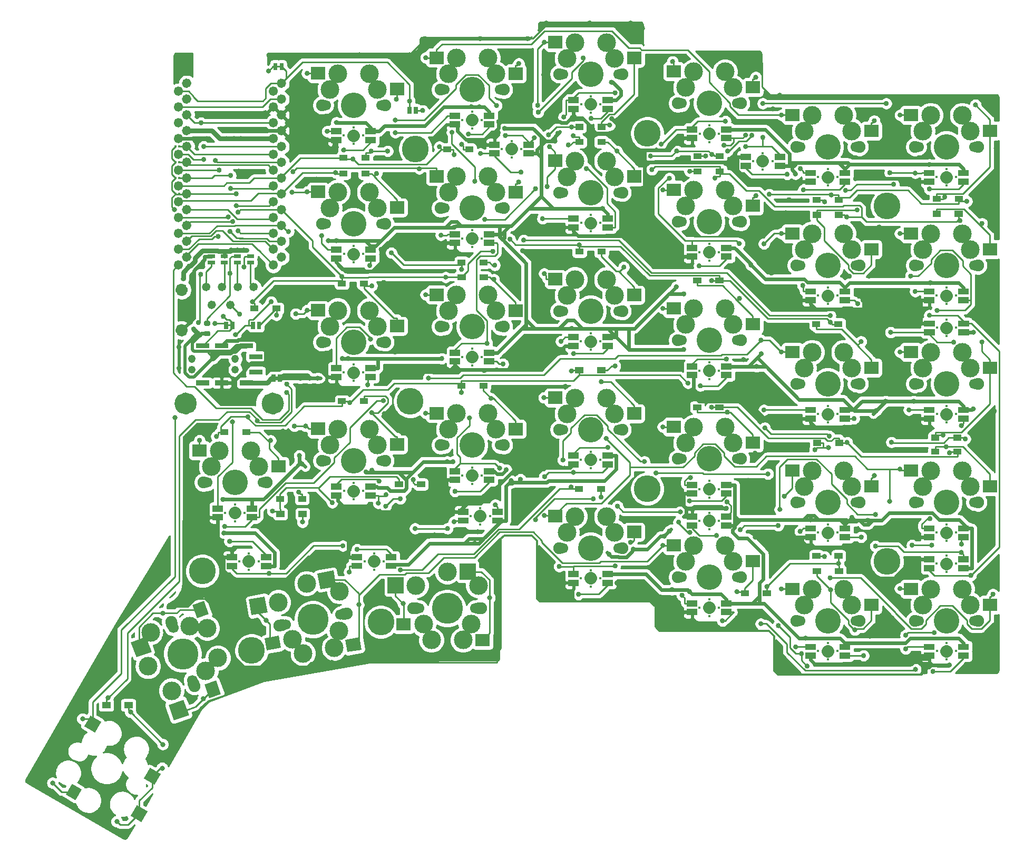
<source format=gbr>
%TF.GenerationSoftware,KiCad,Pcbnew,(6.0.4-0)*%
%TF.CreationDate,2022-08-10T17:19:40+09:00*%
%TF.ProjectId,KB62_L_rev1,4b423632-5f4c-45f7-9265-76312e6b6963,rev?*%
%TF.SameCoordinates,Original*%
%TF.FileFunction,Copper,L1,Top*%
%TF.FilePolarity,Positive*%
%FSLAX46Y46*%
G04 Gerber Fmt 4.6, Leading zero omitted, Abs format (unit mm)*
G04 Created by KiCad (PCBNEW (6.0.4-0)) date 2022-08-10 17:19:40*
%MOMM*%
%LPD*%
G01*
G04 APERTURE LIST*
G04 Aperture macros list*
%AMRotRect*
0 Rectangle, with rotation*
0 The origin of the aperture is its center*
0 $1 length*
0 $2 width*
0 $3 Rotation angle, in degrees counterclockwise*
0 Add horizontal line*
21,1,$1,$2,0,0,$3*%
%AMFreePoly0*
4,1,34,0.201078,0.979575,0.387516,0.921863,0.559193,0.829038,0.709571,0.704634,0.832921,0.553392,0.924546,0.381070,0.980955,0.194234,1.000000,0.000000,0.999610,-0.027922,0.975149,-0.221548,0.913545,-0.406737,0.817145,-0.576432,0.689620,-0.724172,0.535827,-0.844328,0.361625,-0.932324,0.173648,-0.984808,-0.020942,-0.999781,-0.214735,-0.976672,-0.400349,-0.916363,-0.570714,-0.821149,
-0.719340,-0.694658,-0.840567,-0.541708,-0.929776,-0.368125,-0.983571,-0.180519,-0.999903,0.013962,-0.978148,0.207912,-0.919135,0.393942,-0.825113,0.564967,-0.699663,0.714473,-0.547563,0.836764,-0.374607,0.927184,-0.187381,0.982287,0.006981,0.999976,0.201078,0.979575,0.201078,0.979575,$1*%
%AMFreePoly1*
4,1,16,0.044650,0.194952,0.124776,0.156304,0.180215,0.086732,0.200000,0.000000,0.199999,-0.000698,0.179912,-0.087360,0.124230,-0.156739,0.043969,-0.195107,-0.044990,-0.194874,-0.125049,-0.156086,-0.180367,-0.086417,-0.200000,0.000349,-0.180064,0.087046,-0.124503,0.156522,-0.044310,0.195030,0.044650,0.194952,0.044650,0.194952,$1*%
G04 Aperture macros list end*
%TA.AperFunction,NonConductor*%
%ADD10C,0.400000*%
%TD*%
%TA.AperFunction,NonConductor*%
%ADD11C,0.000000*%
%TD*%
%TA.AperFunction,NonConductor*%
%ADD12C,0.762000*%
%TD*%
%TA.AperFunction,NonConductor*%
%ADD13C,1.800000*%
%TD*%
%TA.AperFunction,NonConductor*%
%ADD14C,0.698500*%
%TD*%
%TA.AperFunction,NonConductor*%
%ADD15C,1.000000*%
%TD*%
%TA.AperFunction,NonConductor*%
%ADD16C,0.200000*%
%TD*%
%TA.AperFunction,WasherPad*%
%ADD17FreePoly0,0.000000*%
%TD*%
%TA.AperFunction,WasherPad*%
%ADD18FreePoly1,0.000000*%
%TD*%
%TA.AperFunction,WasherPad*%
%ADD19C,1.210000*%
%TD*%
%TA.AperFunction,ComponentPad*%
%ADD20O,1.800000X0.700000*%
%TD*%
%TA.AperFunction,SMDPad,CuDef*%
%ADD21R,0.400000X0.375000*%
%TD*%
%TA.AperFunction,SMDPad,CuDef*%
%ADD22RotRect,1.800000X2.000000X150.000000*%
%TD*%
%TA.AperFunction,SMDPad,CuDef*%
%ADD23RotRect,2.000000X2.000000X150.000000*%
%TD*%
%TA.AperFunction,SMDPad,CuDef*%
%ADD24R,1.400000X1.000000*%
%TD*%
%TA.AperFunction,ViaPad*%
%ADD25C,0.800000*%
%TD*%
%TA.AperFunction,ViaPad*%
%ADD26C,0.400010*%
%TD*%
%TA.AperFunction,ViaPad*%
%ADD27C,3.000010*%
%TD*%
%TA.AperFunction,ViaPad*%
%ADD28C,0.813010*%
%TD*%
%TA.AperFunction,ViaPad*%
%ADD29C,1.700010*%
%TD*%
%TA.AperFunction,ViaPad*%
%ADD30C,1.200010*%
%TD*%
%TA.AperFunction,ViaPad*%
%ADD31C,1.900010*%
%TD*%
%TA.AperFunction,ViaPad*%
%ADD32C,5.000010*%
%TD*%
%TA.AperFunction,ViaPad*%
%ADD33C,4.300010*%
%TD*%
%TA.AperFunction,ViaPad*%
%ADD34C,4.100010*%
%TD*%
%TA.AperFunction,ViaPad*%
%ADD35C,0.300010*%
%TD*%
%TA.AperFunction,ViaPad*%
%ADD36C,2.200010*%
%TD*%
%TA.AperFunction,ViaPad*%
%ADD37C,1.300010*%
%TD*%
%TA.AperFunction,Conductor*%
%ADD38C,0.250000*%
%TD*%
%TA.AperFunction,Conductor*%
%ADD39C,0.254000*%
%TD*%
%TA.AperFunction,Conductor*%
%ADD40C,0.600000*%
%TD*%
%TA.AperFunction,Conductor*%
%ADD41C,0.800000*%
%TD*%
%TA.AperFunction,Conductor*%
%ADD42C,0.500000*%
%TD*%
%TA.AperFunction,Conductor*%
%ADD43C,0.350000*%
%TD*%
G04 APERTURE END LIST*
D10*
X208343600Y-99505000D02*
G75*
G03*
X208343600Y-99505000I-200000J0D01*
G01*
X144240100Y-72051000D02*
G75*
G03*
X144240100Y-72051000I-200000J0D01*
G01*
D11*
G36*
X124583000Y-54789060D02*
G01*
X124583000Y-54992940D01*
X124622770Y-55192900D01*
X124700800Y-55381260D01*
X124814060Y-55550770D01*
X124958230Y-55694940D01*
X125127740Y-55808210D01*
X125316100Y-55886230D01*
X125516060Y-55926000D01*
X125719940Y-55926000D01*
X125919900Y-55886230D01*
X126108260Y-55808210D01*
X126277770Y-55694940D01*
X126321710Y-55651000D01*
X126794120Y-55651000D01*
X126690750Y-55754370D01*
X126385970Y-56210510D01*
X126176030Y-56717350D01*
X126069000Y-57255400D01*
X126069000Y-57804000D01*
X126176030Y-58342050D01*
X126385970Y-58848890D01*
X126653840Y-59249800D01*
X122129070Y-59249800D01*
X122129070Y-58854130D01*
X122234160Y-58810610D01*
X122403670Y-58697340D01*
X122447610Y-58653400D01*
X123674190Y-58653400D01*
X123718130Y-58697340D01*
X123887640Y-58810610D01*
X124076000Y-58888630D01*
X124275960Y-58928400D01*
X124479840Y-58928400D01*
X124679800Y-58888630D01*
X124868160Y-58810610D01*
X125037670Y-58697340D01*
X125181840Y-58553170D01*
X125295110Y-58383660D01*
X125373130Y-58195300D01*
X125412900Y-57995340D01*
X125412900Y-57791460D01*
X125373130Y-57591500D01*
X125295110Y-57403140D01*
X125181840Y-57233630D01*
X125037670Y-57089460D01*
X124868160Y-56976200D01*
X124679800Y-56898170D01*
X124479840Y-56858400D01*
X124275960Y-56858400D01*
X124076000Y-56898170D01*
X123887640Y-56976200D01*
X123718130Y-57089460D01*
X123674190Y-57133400D01*
X122867730Y-57133400D01*
X122962190Y-57055890D01*
X123041540Y-56959190D01*
X123100500Y-56848880D01*
X123136810Y-56729180D01*
X123149070Y-56604700D01*
X123149070Y-55630650D01*
X123194590Y-55626170D01*
X123370840Y-55572710D01*
X123533270Y-55485890D01*
X123675640Y-55369040D01*
X123704930Y-55333360D01*
X124290890Y-54747400D01*
X124591290Y-54747400D01*
X124583000Y-54789060D01*
G37*
D10*
X156512200Y-60705200D02*
G75*
G03*
X156512200Y-60705200I-200000J0D01*
G01*
D11*
G36*
X103058120Y-86486200D02*
G01*
X102423120Y-86486200D01*
X102423120Y-85343200D01*
X103058120Y-85343200D01*
X103058120Y-86486200D01*
G37*
D10*
X101511000Y-76512800D02*
G75*
G03*
X101511000Y-76512800I-200000J0D01*
G01*
D11*
G36*
X182751000Y-59334700D02*
G01*
X181051000Y-59334700D01*
X181051000Y-58334700D01*
X182751000Y-58334700D01*
X182751000Y-59334700D01*
G37*
G36*
X182751000Y-60734700D02*
G01*
X181051000Y-60734700D01*
X181051000Y-59734700D01*
X182751000Y-59734700D01*
X182751000Y-60734700D01*
G37*
D12*
X91161000Y-50791700D02*
G75*
G03*
X91161000Y-50791700I-381000J0D01*
G01*
D11*
G36*
X106761000Y-94694700D02*
G01*
X106361000Y-94694700D01*
X106361000Y-94094700D01*
X106761000Y-94094700D01*
X106761000Y-94694700D01*
G37*
D10*
X138023200Y-50753500D02*
G75*
G03*
X138023200Y-50753500I-200000J0D01*
G01*
X187844700Y-128285000D02*
G75*
G03*
X187844700Y-128285000I-200000J0D01*
G01*
X115581150Y-140084510D02*
G75*
G03*
X115581150Y-140084510I-200000J0D01*
G01*
D11*
G36*
X217781000Y-86124700D02*
G01*
X216081000Y-86124700D01*
X216081000Y-85124700D01*
X217781000Y-85124700D01*
X217781000Y-86124700D01*
G37*
G36*
X201856170Y-139306610D02*
G01*
X201895950Y-139106650D01*
X201895950Y-138902770D01*
X201856170Y-138702820D01*
X201778150Y-138514460D01*
X201664890Y-138344940D01*
X201520720Y-138200780D01*
X201351200Y-138087510D01*
X201162850Y-138009490D01*
X200962890Y-137969710D01*
X200759010Y-137969710D01*
X200559050Y-138009490D01*
X200370690Y-138087510D01*
X200201170Y-138200780D01*
X200156950Y-138245000D01*
X199332110Y-138245000D01*
X199336810Y-138229480D01*
X199349070Y-138105000D01*
X199349070Y-137923800D01*
X206570800Y-137923800D01*
X206570800Y-138026640D01*
X206610570Y-138226600D01*
X206688600Y-138414960D01*
X206801860Y-138584470D01*
X206946030Y-138728640D01*
X207115540Y-138841910D01*
X207303900Y-138919930D01*
X207503860Y-138959700D01*
X207707740Y-138959700D01*
X207907700Y-138919930D01*
X208096060Y-138841910D01*
X208265570Y-138728640D01*
X208409740Y-138584470D01*
X208523010Y-138414960D01*
X208543700Y-138365000D01*
X209939900Y-138365000D01*
X209935190Y-138380520D01*
X209922930Y-138505000D01*
X209926000Y-138719250D01*
X210084750Y-138878000D01*
X211284000Y-138878000D01*
X211284000Y-138858000D01*
X211538000Y-138858000D01*
X211538000Y-138878000D01*
X211558000Y-138878000D01*
X211558000Y-139132000D01*
X211538000Y-139132000D01*
X211538000Y-139981250D01*
X211696750Y-140140000D01*
X211725370Y-140140160D01*
X211780330Y-140242990D01*
X211867180Y-140348820D01*
X211973010Y-140435670D01*
X212093750Y-140500200D01*
X212138050Y-140513640D01*
X212100140Y-140506100D01*
X211896260Y-140506100D01*
X211696300Y-140545870D01*
X211507940Y-140623900D01*
X211338430Y-140737160D01*
X211194260Y-140881330D01*
X211081000Y-141050840D01*
X211002970Y-141239200D01*
X210963200Y-141439160D01*
X210963200Y-141643040D01*
X210988400Y-141769710D01*
X210073310Y-141769710D01*
X210112710Y-141710760D01*
X210190730Y-141522400D01*
X210230500Y-141322440D01*
X210230500Y-141118560D01*
X210190730Y-140918600D01*
X210112710Y-140730240D01*
X209999440Y-140560730D01*
X209855270Y-140416560D01*
X209685760Y-140303300D01*
X209497400Y-140225270D01*
X209297440Y-140185500D01*
X209093560Y-140185500D01*
X208893600Y-140225270D01*
X208705240Y-140303300D01*
X208535730Y-140416560D01*
X208391560Y-140560730D01*
X208328500Y-140655100D01*
X192819900Y-140655100D01*
X192819900Y-140587860D01*
X192780130Y-140387900D01*
X192702110Y-140199540D01*
X192662380Y-140140090D01*
X192675370Y-140140160D01*
X192730330Y-140242990D01*
X192817180Y-140348820D01*
X192923010Y-140435670D01*
X193043750Y-140500200D01*
X193174760Y-140539940D01*
X193276870Y-140550000D01*
X193311000Y-140553360D01*
X193345140Y-140550000D01*
X196876870Y-140550000D01*
X196911000Y-140553360D01*
X196945130Y-140550000D01*
X196945140Y-140550000D01*
X197047240Y-140539940D01*
X197178250Y-140500200D01*
X197298990Y-140435670D01*
X197404820Y-140348820D01*
X197491670Y-140242990D01*
X197545070Y-140143070D01*
X198711000Y-140143070D01*
X198835480Y-140130810D01*
X198955180Y-140094500D01*
X199065490Y-140035540D01*
X199162190Y-139956190D01*
X199241540Y-139859490D01*
X199292050Y-139765000D01*
X200157520Y-139765000D01*
X200201170Y-139808650D01*
X200370690Y-139921920D01*
X200559050Y-139999940D01*
X200759010Y-140039710D01*
X200962890Y-140039710D01*
X201162850Y-139999940D01*
X201351200Y-139921920D01*
X201520720Y-139808650D01*
X201664890Y-139664490D01*
X201771450Y-139505000D01*
X209922930Y-139505000D01*
X209935190Y-139629480D01*
X209971500Y-139749180D01*
X210030460Y-139859490D01*
X210109820Y-139956190D01*
X210206510Y-140035540D01*
X210316820Y-140094500D01*
X210436520Y-140130810D01*
X210561000Y-140143070D01*
X211125250Y-140140000D01*
X211284000Y-139981250D01*
X211284000Y-139132000D01*
X210084750Y-139132000D01*
X209926000Y-139290750D01*
X209922930Y-139505000D01*
X201771450Y-139505000D01*
X201778150Y-139494970D01*
X201856170Y-139306610D01*
G37*
G36*
X116288000Y-113128000D02*
G01*
X116308000Y-113128000D01*
X116308000Y-113382000D01*
X116288000Y-113382000D01*
X116288000Y-113402000D01*
X116034000Y-113402000D01*
X116034000Y-113382000D01*
X116014000Y-113382000D01*
X116014000Y-113128000D01*
X116034000Y-113128000D01*
X116034000Y-113108000D01*
X116288000Y-113108000D01*
X116288000Y-113128000D01*
G37*
G36*
X146111000Y-46424700D02*
G01*
X143811000Y-46424700D01*
X143811000Y-44424700D01*
X146111000Y-44424700D01*
X146111000Y-46424700D01*
G37*
D10*
X112160950Y-119304710D02*
G75*
G03*
X112160950Y-119304710I-200000J0D01*
G01*
X111060950Y-56804710D02*
G75*
G03*
X111060950Y-56804710I-200000J0D01*
G01*
X203260950Y-82504710D02*
G75*
G03*
X203260950Y-82504710I-200000J0D01*
G01*
D11*
G36*
X222525950Y-141397420D02*
G01*
X222516370Y-141495140D01*
X222497370Y-141558070D01*
X222466500Y-141616120D01*
X222424960Y-141667060D01*
X222374300Y-141708960D01*
X222316480Y-141740230D01*
X222253680Y-141759670D01*
X222158110Y-141769710D01*
X215643490Y-141769710D01*
X217270130Y-140143070D01*
X217761000Y-140143070D01*
X217885480Y-140130810D01*
X218005180Y-140094500D01*
X218115490Y-140035540D01*
X218212190Y-139956190D01*
X218291540Y-139859490D01*
X218350500Y-139749180D01*
X218386810Y-139629480D01*
X218399070Y-139505000D01*
X218399070Y-138505000D01*
X218386810Y-138380520D01*
X218363900Y-138305000D01*
X218386810Y-138229480D01*
X218399070Y-138105000D01*
X218399070Y-137105000D01*
X218386810Y-136980520D01*
X218350500Y-136860820D01*
X218291540Y-136750510D01*
X218212190Y-136653820D01*
X218115490Y-136574460D01*
X218005180Y-136515500D01*
X217885480Y-136479190D01*
X217761000Y-136466930D01*
X217685460Y-136466930D01*
X217575340Y-136332760D01*
X217539660Y-136303470D01*
X216862130Y-135625940D01*
X216832840Y-135590260D01*
X216690470Y-135473410D01*
X216528040Y-135386590D01*
X216351790Y-135333130D01*
X216214430Y-135319600D01*
X216168500Y-135315080D01*
X216122570Y-135319600D01*
X216043560Y-135319600D01*
X216246580Y-135116590D01*
X216540420Y-134676830D01*
X216742820Y-134188190D01*
X216752880Y-134137580D01*
X216774880Y-134210090D01*
X216780050Y-134227150D01*
X216850630Y-134359180D01*
X216889190Y-134406160D01*
X216945600Y-134474900D01*
X216974600Y-134498700D01*
X217686600Y-135210700D01*
X217710400Y-135239700D01*
X217826120Y-135334670D01*
X217958150Y-135405250D01*
X218101410Y-135448700D01*
X218193790Y-135457800D01*
X218250400Y-135463380D01*
X218287730Y-135459700D01*
X219716780Y-135459700D01*
X219754100Y-135463380D01*
X219791420Y-135459700D01*
X219791430Y-135459700D01*
X219903090Y-135448700D01*
X220046350Y-135405250D01*
X220178380Y-135334670D01*
X220294100Y-135239700D01*
X220317900Y-135210700D01*
X221672000Y-133856600D01*
X221701000Y-133832800D01*
X221727330Y-133800720D01*
X221795970Y-133717080D01*
X221866550Y-133585050D01*
X221877180Y-133550000D01*
X221910000Y-133441790D01*
X221921000Y-133330130D01*
X221921000Y-133330120D01*
X221924680Y-133292800D01*
X221921000Y-133255480D01*
X221921000Y-132463070D01*
X222311000Y-132463070D01*
X222435480Y-132450810D01*
X222525950Y-132423370D01*
X222525950Y-141397420D01*
G37*
D10*
X140123800Y-93167100D02*
G75*
G03*
X140123800Y-93167100I-200000J0D01*
G01*
X211631000Y-84281100D02*
G75*
G03*
X211631000Y-84281100I-200000J0D01*
G01*
D11*
G36*
X145712300Y-76325490D02*
G01*
X145712300Y-81886630D01*
X145655580Y-81886630D01*
X145642810Y-81862750D01*
X145595970Y-81775120D01*
X145524800Y-81688400D01*
X145501000Y-81659400D01*
X145472000Y-81635600D01*
X142483780Y-78647380D01*
X142492300Y-78604540D01*
X142492300Y-78400660D01*
X142452530Y-78200700D01*
X142374510Y-78012340D01*
X142261240Y-77842830D01*
X142117070Y-77698660D01*
X141947560Y-77585400D01*
X141759200Y-77507370D01*
X141559240Y-77467600D01*
X141355360Y-77467600D01*
X141183360Y-77501810D01*
X141103550Y-77459150D01*
X141077220Y-77451170D01*
X141075500Y-77445520D01*
X141016540Y-77335210D01*
X140937190Y-77238520D01*
X140840490Y-77159160D01*
X140730180Y-77100200D01*
X140610480Y-77063890D01*
X140486000Y-77051630D01*
X139406500Y-77051630D01*
X139406500Y-76907770D01*
X140466000Y-76907770D01*
X140590480Y-76895510D01*
X140710180Y-76859200D01*
X140751590Y-76837070D01*
X140794760Y-76901670D01*
X140938930Y-77045840D01*
X141108440Y-77159110D01*
X141296800Y-77237130D01*
X141496760Y-77276900D01*
X141700640Y-77276900D01*
X141900600Y-77237130D01*
X142088960Y-77159110D01*
X142258470Y-77045840D01*
X142402640Y-76901670D01*
X142515910Y-76732160D01*
X142593930Y-76543800D01*
X142633700Y-76343840D01*
X142633700Y-76139960D01*
X142593930Y-75940000D01*
X142515910Y-75751640D01*
X142402640Y-75582130D01*
X142258470Y-75437960D01*
X142094330Y-75328280D01*
X142158400Y-75275700D01*
X142182200Y-75246700D01*
X142523800Y-74905100D01*
X142552800Y-74881300D01*
X142647770Y-74765580D01*
X142718350Y-74633550D01*
X142761800Y-74490290D01*
X142772800Y-74378630D01*
X142772800Y-74378620D01*
X142776480Y-74341300D01*
X142772800Y-74303980D01*
X142772800Y-73385990D01*
X145712300Y-76325490D01*
G37*
D10*
X182101000Y-57160800D02*
G75*
G03*
X182101000Y-57160800I-200000J0D01*
G01*
D11*
G36*
X95700630Y-85172740D02*
G01*
X95734300Y-85181760D01*
X95765900Y-85196490D01*
X95794460Y-85216490D01*
X95819110Y-85241140D01*
X95839110Y-85269700D01*
X95853840Y-85301300D01*
X95862860Y-85334970D01*
X95865900Y-85369700D01*
X95865900Y-85769700D01*
X95862860Y-85804430D01*
X95853840Y-85838100D01*
X95839110Y-85869700D01*
X95819110Y-85898260D01*
X95794460Y-85922910D01*
X95765900Y-85942910D01*
X95734300Y-85957640D01*
X95700630Y-85966660D01*
X95665900Y-85969700D01*
X95115900Y-85969700D01*
X95081170Y-85966660D01*
X95047500Y-85957640D01*
X95015900Y-85942910D01*
X94987340Y-85922910D01*
X94962690Y-85898260D01*
X94942690Y-85869700D01*
X94927960Y-85838100D01*
X94918940Y-85804430D01*
X94915900Y-85769700D01*
X94915900Y-85369700D01*
X94918940Y-85334970D01*
X94927960Y-85301300D01*
X94942690Y-85269700D01*
X94962690Y-85241140D01*
X94987340Y-85216490D01*
X95015900Y-85196490D01*
X95047500Y-85181760D01*
X95081170Y-85172740D01*
X95115900Y-85169700D01*
X95665900Y-85169700D01*
X95700630Y-85172740D01*
G37*
G36*
X90719570Y-88240400D02*
G01*
X91031110Y-88322080D01*
X91352600Y-88341420D01*
X91490050Y-88322570D01*
X91254960Y-88557670D01*
X91221180Y-88585380D01*
X91110590Y-88720140D01*
X91028410Y-88873890D01*
X91004200Y-88953690D01*
X90977940Y-89040270D01*
X90977800Y-89040710D01*
X90965000Y-89170730D01*
X90960720Y-89214200D01*
X90965000Y-89257670D01*
X90965000Y-93510220D01*
X90962870Y-93531840D01*
X90699000Y-93267960D01*
X90699000Y-88230400D01*
X90719570Y-88240400D01*
G37*
D10*
X203560950Y-70104710D02*
G75*
G03*
X203560950Y-70104710I-200000J0D01*
G01*
X203083270Y-99627030D02*
G75*
G03*
X203083270Y-99627030I-200000J0D01*
G01*
D11*
G36*
X148672000Y-121341100D02*
G01*
X151241840Y-123910950D01*
X151149560Y-124003230D01*
X151036300Y-124172740D01*
X150958270Y-124361100D01*
X150918500Y-124561060D01*
X150918500Y-124764940D01*
X150958270Y-124964900D01*
X151036300Y-125153260D01*
X151149560Y-125322770D01*
X151293730Y-125466940D01*
X151463240Y-125580210D01*
X151651600Y-125658230D01*
X151851560Y-125698000D01*
X152055440Y-125698000D01*
X152255400Y-125658230D01*
X152443760Y-125580210D01*
X152613270Y-125466940D01*
X152657210Y-125423000D01*
X152772930Y-125423000D01*
X152772930Y-126405000D01*
X152785190Y-126529480D01*
X152808100Y-126605000D01*
X152785190Y-126680520D01*
X152772930Y-126805000D01*
X152776000Y-127019250D01*
X152934750Y-127178000D01*
X154134000Y-127178000D01*
X154134000Y-127158000D01*
X154388000Y-127158000D01*
X154388000Y-127178000D01*
X154408000Y-127178000D01*
X154408000Y-127432000D01*
X154388000Y-127432000D01*
X154388000Y-128281250D01*
X154424490Y-128317740D01*
X154393330Y-128338560D01*
X154249160Y-128482730D01*
X154135900Y-128652240D01*
X154057870Y-128840600D01*
X154018100Y-129040560D01*
X154018100Y-129244440D01*
X154057870Y-129444400D01*
X154135900Y-129632760D01*
X154249160Y-129802270D01*
X154393330Y-129946440D01*
X154562840Y-130059710D01*
X154587010Y-130069710D01*
X149018230Y-130069710D01*
X148920530Y-130060130D01*
X148857590Y-130041130D01*
X148799540Y-130010270D01*
X148748610Y-129968730D01*
X148706700Y-129918070D01*
X148675430Y-129860240D01*
X148655990Y-129797440D01*
X148645950Y-129701880D01*
X148645950Y-127805000D01*
X152772930Y-127805000D01*
X152785190Y-127929480D01*
X152821500Y-128049180D01*
X152880460Y-128159490D01*
X152959820Y-128256190D01*
X153056510Y-128335540D01*
X153166820Y-128394500D01*
X153286520Y-128430810D01*
X153411000Y-128443070D01*
X153975250Y-128440000D01*
X154134000Y-128281250D01*
X154134000Y-127432000D01*
X152934750Y-127432000D01*
X152776000Y-127590750D01*
X152772930Y-127805000D01*
X148645950Y-127805000D01*
X148645950Y-121319720D01*
X148672000Y-121341100D01*
G37*
D10*
X94560950Y-77704710D02*
G75*
G03*
X94560950Y-77704710I-200000J0D01*
G01*
D11*
G36*
X146647300Y-87335920D02*
G01*
X146693230Y-87331400D01*
X148006700Y-87331400D01*
X148052640Y-87335920D01*
X148098570Y-87331400D01*
X151923330Y-87331400D01*
X151969260Y-87335920D01*
X152015190Y-87331400D01*
X152310100Y-87331400D01*
X152209100Y-87432400D01*
X152146960Y-87432400D01*
X151947000Y-87472170D01*
X151758640Y-87550200D01*
X151589130Y-87663460D01*
X151444960Y-87807630D01*
X151331700Y-87977140D01*
X151253670Y-88165500D01*
X151213900Y-88365460D01*
X151213900Y-88569340D01*
X151253670Y-88769300D01*
X151331700Y-88957660D01*
X151444960Y-89127170D01*
X151589130Y-89271340D01*
X151758640Y-89384610D01*
X151947000Y-89462630D01*
X152146960Y-89502400D01*
X152350840Y-89502400D01*
X152550800Y-89462630D01*
X152739160Y-89384610D01*
X152818330Y-89331700D01*
X152934750Y-89331700D01*
X152776000Y-89490450D01*
X152772930Y-89704700D01*
X152785190Y-89829180D01*
X152821500Y-89948880D01*
X152880460Y-90059190D01*
X152959820Y-90155890D01*
X153056510Y-90235240D01*
X153166820Y-90294200D01*
X153229960Y-90313360D01*
X153226000Y-90333260D01*
X153226000Y-90527700D01*
X152139020Y-90527700D01*
X152101700Y-90524020D01*
X152064380Y-90527700D01*
X152064370Y-90527700D01*
X151952710Y-90538700D01*
X151809450Y-90582150D01*
X151677420Y-90652730D01*
X151561700Y-90747700D01*
X151537900Y-90776700D01*
X149153900Y-93160700D01*
X140101590Y-93160700D01*
X140148990Y-93135370D01*
X140254820Y-93048520D01*
X140341670Y-92942690D01*
X140395070Y-92842770D01*
X141561000Y-92842770D01*
X141685480Y-92830510D01*
X141805180Y-92794200D01*
X141883040Y-92752580D01*
X141997650Y-92813850D01*
X142140910Y-92857300D01*
X142225970Y-92865680D01*
X142272530Y-92912240D01*
X142442040Y-93025510D01*
X142630400Y-93103530D01*
X142830360Y-93143300D01*
X143034240Y-93143300D01*
X143234200Y-93103530D01*
X143422560Y-93025510D01*
X143592070Y-92912240D01*
X143736240Y-92768070D01*
X143849510Y-92598560D01*
X143927530Y-92410200D01*
X143967300Y-92210240D01*
X143967300Y-92006360D01*
X143927530Y-91806400D01*
X143849510Y-91618040D01*
X143736240Y-91448530D01*
X143592070Y-91304360D01*
X143422560Y-91191100D01*
X143234200Y-91113070D01*
X143034240Y-91073300D01*
X142830360Y-91073300D01*
X142630400Y-91113070D01*
X142446460Y-91189270D01*
X142429200Y-91168240D01*
X142583270Y-91085890D01*
X142725640Y-90969040D01*
X142754930Y-90933360D01*
X146356890Y-87331400D01*
X146601370Y-87331400D01*
X146647300Y-87335920D01*
G37*
D10*
X122260950Y-139104710D02*
G75*
G03*
X122260950Y-139104710I-200000J0D01*
G01*
X93424310Y-86504710D02*
G75*
G03*
X93424310Y-86504710I-200000J0D01*
G01*
X157631200Y-113798000D02*
G75*
G03*
X157631200Y-113798000I-200000J0D01*
G01*
X179100300Y-114284300D02*
G75*
G03*
X179100300Y-114284300I-200000J0D01*
G01*
D11*
G36*
X117011000Y-112355000D02*
G01*
X115311000Y-112355000D01*
X115311000Y-111355000D01*
X117011000Y-111355000D01*
X117011000Y-112355000D01*
G37*
D10*
X159698500Y-104087500D02*
G75*
G03*
X159698500Y-104087500I-200000J0D01*
G01*
X190560950Y-69104710D02*
G75*
G03*
X190560950Y-69104710I-200000J0D01*
G01*
D11*
G36*
X202167970Y-65410510D02*
G01*
X201958030Y-65917350D01*
X201851000Y-66455400D01*
X201851000Y-67004000D01*
X201958030Y-67542050D01*
X202167970Y-68048890D01*
X202469520Y-68500200D01*
X201633200Y-68500200D01*
X201300800Y-68167800D01*
X201300800Y-67009620D01*
X201304480Y-66972300D01*
X201300800Y-66934980D01*
X201300800Y-66934970D01*
X201289800Y-66823310D01*
X201246350Y-66680050D01*
X201175770Y-66548020D01*
X201080800Y-66432300D01*
X201051800Y-66408500D01*
X200757100Y-66113800D01*
X200733300Y-66084800D01*
X200617580Y-65989830D01*
X200485550Y-65919250D01*
X200342290Y-65875800D01*
X200230630Y-65864800D01*
X200230620Y-65864800D01*
X200193300Y-65861120D01*
X200155980Y-65864800D01*
X199157840Y-65864800D01*
X199169000Y-65851200D01*
X200062000Y-64958200D01*
X202470190Y-64958200D01*
X202167970Y-65410510D01*
G37*
G36*
X193901000Y-86185400D02*
G01*
X192601000Y-86185400D01*
X192601000Y-85235400D01*
X193901000Y-85235400D01*
X193901000Y-86185400D01*
G37*
D10*
X132860950Y-74304710D02*
G75*
G03*
X132860950Y-74304710I-200000J0D01*
G01*
X116361000Y-72288800D02*
G75*
G03*
X116361000Y-72288800I-200000J0D01*
G01*
X184960950Y-69604710D02*
G75*
G03*
X184960950Y-69604710I-200000J0D01*
G01*
X161523600Y-114972600D02*
G75*
G03*
X161523600Y-114972600I-200000J0D01*
G01*
D11*
G36*
X117011000Y-93304700D02*
G01*
X115311000Y-93304700D01*
X115311000Y-92304700D01*
X117011000Y-92304700D01*
X117011000Y-93304700D01*
G37*
G36*
X138156000Y-58079700D02*
G01*
X136856000Y-58079700D01*
X136856000Y-57129700D01*
X138156000Y-57129700D01*
X138156000Y-58079700D01*
G37*
G36*
X97960900Y-115855000D02*
G01*
X96260900Y-115855000D01*
X96260900Y-114855000D01*
X97960900Y-114855000D01*
X97960900Y-115855000D01*
G37*
G36*
X200919430Y-82125300D02*
G01*
X200841410Y-81936940D01*
X200728140Y-81767430D01*
X200583970Y-81623260D01*
X200414460Y-81510000D01*
X200226100Y-81431970D01*
X200026140Y-81392200D01*
X199964000Y-81392200D01*
X199915500Y-81343700D01*
X199891700Y-81314700D01*
X199775980Y-81219730D01*
X199643950Y-81149150D01*
X199500690Y-81105700D01*
X199389030Y-81094700D01*
X199389020Y-81094700D01*
X199351700Y-81091020D01*
X199332650Y-81092900D01*
X199336810Y-81079180D01*
X199349070Y-80954700D01*
X199349070Y-79995900D01*
X208209070Y-79995900D01*
X208144070Y-80152800D01*
X208104300Y-80352760D01*
X208104300Y-80556640D01*
X208144070Y-80756600D01*
X208222100Y-80944960D01*
X208335360Y-81114470D01*
X208479530Y-81258640D01*
X208649040Y-81371910D01*
X208837400Y-81449930D01*
X209037360Y-81489700D01*
X209241240Y-81489700D01*
X209441200Y-81449930D01*
X209629560Y-81371910D01*
X209799070Y-81258640D01*
X209843010Y-81214700D01*
X209939900Y-81214700D01*
X209935190Y-81230220D01*
X209922930Y-81354700D01*
X209926000Y-81568950D01*
X210084750Y-81727700D01*
X211284000Y-81727700D01*
X211284000Y-81707700D01*
X211538000Y-81707700D01*
X211538000Y-81727700D01*
X211558000Y-81727700D01*
X211558000Y-81981700D01*
X211538000Y-81981700D01*
X211538000Y-82830950D01*
X211696750Y-82989700D01*
X211725370Y-82989860D01*
X211737950Y-83013390D01*
X211660270Y-83200900D01*
X211646780Y-83268740D01*
X211532940Y-83246100D01*
X211329060Y-83246100D01*
X211129100Y-83285870D01*
X210940740Y-83363900D01*
X210771230Y-83477160D01*
X210627060Y-83621330D01*
X210513800Y-83790840D01*
X210435770Y-83979200D01*
X210396000Y-84179160D01*
X210396000Y-84383040D01*
X210421180Y-84509610D01*
X210336820Y-84535200D01*
X210226510Y-84594160D01*
X210129820Y-84673520D01*
X210050460Y-84770210D01*
X209991500Y-84880520D01*
X209955190Y-85000220D01*
X209942930Y-85124700D01*
X209946000Y-85338950D01*
X210104750Y-85497700D01*
X211304000Y-85497700D01*
X211304000Y-85477700D01*
X211558000Y-85477700D01*
X211558000Y-85497700D01*
X211578000Y-85497700D01*
X211578000Y-85751700D01*
X211558000Y-85751700D01*
X211558000Y-85771700D01*
X211304000Y-85771700D01*
X211304000Y-85751700D01*
X210104750Y-85751700D01*
X209946000Y-85910450D01*
X209942930Y-86124700D01*
X209955190Y-86249180D01*
X209959900Y-86264700D01*
X205902810Y-86264700D01*
X205858870Y-86220760D01*
X205689360Y-86107500D01*
X205501000Y-86029470D01*
X205301040Y-85989700D01*
X205097160Y-85989700D01*
X204897200Y-86029470D01*
X204708840Y-86107500D01*
X204539330Y-86220760D01*
X204395160Y-86364930D01*
X204281900Y-86534440D01*
X204203870Y-86722800D01*
X204164100Y-86922760D01*
X204164100Y-87126640D01*
X204203870Y-87326600D01*
X204281900Y-87514960D01*
X204395160Y-87684470D01*
X204539330Y-87828640D01*
X204708840Y-87941910D01*
X204897200Y-88019930D01*
X205097160Y-88059700D01*
X205301040Y-88059700D01*
X205501000Y-88019930D01*
X205689360Y-87941910D01*
X205858870Y-87828640D01*
X205902810Y-87784700D01*
X209999950Y-87784700D01*
X210050460Y-87879190D01*
X210129820Y-87975890D01*
X210226510Y-88055240D01*
X210336820Y-88114200D01*
X210456520Y-88150510D01*
X210581000Y-88162770D01*
X211043360Y-88162770D01*
X210998240Y-88171750D01*
X210609700Y-88332690D01*
X210260020Y-88566340D01*
X210076000Y-88750350D01*
X210062190Y-88733520D01*
X209965490Y-88654160D01*
X209855180Y-88595200D01*
X209735480Y-88558890D01*
X209611000Y-88546630D01*
X207311000Y-88546630D01*
X207186520Y-88558890D01*
X207066820Y-88595200D01*
X206956510Y-88654160D01*
X206859820Y-88733520D01*
X206780460Y-88830210D01*
X206721500Y-88940520D01*
X206685190Y-89060220D01*
X206676380Y-89149700D01*
X206606060Y-89149700D01*
X206406100Y-89189470D01*
X206217740Y-89267500D01*
X206048230Y-89380760D01*
X205904060Y-89524930D01*
X205790800Y-89694440D01*
X205712770Y-89882800D01*
X205673000Y-90082760D01*
X205673000Y-90286640D01*
X205712770Y-90486600D01*
X205790800Y-90674960D01*
X205904060Y-90844470D01*
X206048230Y-90988640D01*
X206217740Y-91101910D01*
X206406100Y-91179930D01*
X206606060Y-91219700D01*
X206676380Y-91219700D01*
X206685190Y-91309180D01*
X206721500Y-91428880D01*
X206780460Y-91539190D01*
X206859820Y-91635890D01*
X206956510Y-91715240D01*
X207066820Y-91774200D01*
X207186520Y-91810510D01*
X207311000Y-91822770D01*
X208430250Y-91822770D01*
X208298050Y-92141940D01*
X208216000Y-92554420D01*
X208216000Y-92974980D01*
X208298050Y-93387460D01*
X208458990Y-93776000D01*
X208496020Y-93831420D01*
X208330220Y-93900090D01*
X208070620Y-94073550D01*
X207849850Y-94294320D01*
X207676390Y-94553920D01*
X207556910Y-94842370D01*
X207496000Y-95148590D01*
X207496000Y-95460810D01*
X207556910Y-95767030D01*
X207676390Y-96055480D01*
X207849850Y-96315080D01*
X208070620Y-96535850D01*
X208330220Y-96709310D01*
X208618670Y-96828790D01*
X208924890Y-96889700D01*
X209237110Y-96889700D01*
X209543330Y-96828790D01*
X209637700Y-96789700D01*
X209807260Y-96789700D01*
X210094160Y-96732630D01*
X210364410Y-96620690D01*
X210607630Y-96458180D01*
X210814480Y-96251330D01*
X210976990Y-96008110D01*
X211088930Y-95737860D01*
X211146000Y-95450960D01*
X211146000Y-95158440D01*
X211088930Y-94871540D01*
X211053010Y-94784820D01*
X211362300Y-94656710D01*
X211584750Y-94508080D01*
X211579180Y-94521510D01*
X211476000Y-95040250D01*
X211476000Y-95569150D01*
X211579180Y-96087890D01*
X211781580Y-96576530D01*
X212075420Y-97016290D01*
X212239440Y-97180300D01*
X209358500Y-97180300D01*
X209213100Y-97120070D01*
X209013140Y-97080300D01*
X208809260Y-97080300D01*
X208609300Y-97120070D01*
X208463910Y-97180300D01*
X204842300Y-97180300D01*
X204696900Y-97120070D01*
X204496940Y-97080300D01*
X204293060Y-97080300D01*
X204093100Y-97120070D01*
X203947710Y-97180300D01*
X200646940Y-97180300D01*
X200601000Y-97175780D01*
X200417710Y-97193830D01*
X200241460Y-97247290D01*
X200197280Y-97270910D01*
X200079030Y-97334110D01*
X199936660Y-97450960D01*
X199907370Y-97486640D01*
X199211300Y-98182710D01*
X198267830Y-97239240D01*
X198238540Y-97203560D01*
X198096170Y-97086710D01*
X197933740Y-96999890D01*
X197757490Y-96946430D01*
X197620130Y-96932900D01*
X197574200Y-96928380D01*
X197528270Y-96932900D01*
X197252290Y-96932900D01*
X197490420Y-96576530D01*
X197692820Y-96087890D01*
X197796000Y-95569150D01*
X197796000Y-95040250D01*
X197692820Y-94521510D01*
X197687250Y-94508080D01*
X197909700Y-94656710D01*
X198218990Y-94784820D01*
X198183070Y-94871540D01*
X198126000Y-95158440D01*
X198126000Y-95450960D01*
X198183070Y-95737860D01*
X198295010Y-96008110D01*
X198457530Y-96251330D01*
X198664370Y-96458180D01*
X198907590Y-96620690D01*
X199177840Y-96732630D01*
X199464740Y-96789700D01*
X199634300Y-96789700D01*
X199728670Y-96828790D01*
X200034890Y-96889700D01*
X200347110Y-96889700D01*
X200653330Y-96828790D01*
X200941780Y-96709310D01*
X201201380Y-96535850D01*
X201422150Y-96315080D01*
X201595610Y-96055480D01*
X201715090Y-95767030D01*
X201776000Y-95460810D01*
X201776000Y-95148590D01*
X201715090Y-94842370D01*
X201595610Y-94553920D01*
X201467890Y-94362770D01*
X203261000Y-94362770D01*
X203385480Y-94350510D01*
X203505180Y-94314200D01*
X203615490Y-94255240D01*
X203712190Y-94175890D01*
X203791540Y-94079190D01*
X203850500Y-93968880D01*
X203886810Y-93849180D01*
X203899070Y-93724700D01*
X203899070Y-91724700D01*
X203886810Y-91600220D01*
X203850500Y-91480520D01*
X203791540Y-91370210D01*
X203712190Y-91273520D01*
X203615490Y-91194160D01*
X203505180Y-91135200D01*
X203385480Y-91098890D01*
X203261000Y-91086630D01*
X202805580Y-91086630D01*
X202745970Y-90975120D01*
X202651000Y-90859400D01*
X202622000Y-90835600D01*
X201104800Y-89318400D01*
X201117470Y-89309940D01*
X201261640Y-89165770D01*
X201374910Y-88996260D01*
X201452930Y-88807900D01*
X201492700Y-88607940D01*
X201492700Y-88404060D01*
X201452930Y-88204100D01*
X201374910Y-88015740D01*
X201261640Y-87846230D01*
X201117470Y-87702060D01*
X200947960Y-87588800D01*
X200759600Y-87510770D01*
X200559640Y-87471000D01*
X200355760Y-87471000D01*
X200155800Y-87510770D01*
X199967440Y-87588800D01*
X199797930Y-87702060D01*
X199691650Y-87808340D01*
X198087250Y-86203940D01*
X198089070Y-86185400D01*
X198089070Y-85235400D01*
X198076810Y-85110920D01*
X198040500Y-84991220D01*
X197981540Y-84880910D01*
X197902190Y-84784220D01*
X197805490Y-84704860D01*
X197695180Y-84645900D01*
X197575480Y-84609590D01*
X197451000Y-84597330D01*
X196510660Y-84597330D01*
X196542400Y-84437740D01*
X196542400Y-84233860D01*
X196502630Y-84033900D01*
X196424610Y-83845540D01*
X196311340Y-83676030D01*
X196167170Y-83531860D01*
X195997660Y-83418600D01*
X195952040Y-83399700D01*
X196876870Y-83399700D01*
X196911000Y-83403060D01*
X196945130Y-83399700D01*
X196945140Y-83399700D01*
X197047240Y-83389640D01*
X197178250Y-83349900D01*
X197298990Y-83285370D01*
X197404820Y-83198520D01*
X197491670Y-83092690D01*
X197545070Y-82992770D01*
X198711000Y-82992770D01*
X198835480Y-82980510D01*
X198955180Y-82944200D01*
X199006670Y-82916680D01*
X199007000Y-82917460D01*
X199120260Y-83086970D01*
X199264430Y-83231140D01*
X199433940Y-83344410D01*
X199622300Y-83422430D01*
X199822260Y-83462200D01*
X200026140Y-83462200D01*
X200226100Y-83422430D01*
X200414460Y-83344410D01*
X200583970Y-83231140D01*
X200728140Y-83086970D01*
X200841410Y-82917460D01*
X200919430Y-82729100D01*
X200959200Y-82529140D01*
X200959200Y-82354700D01*
X209922930Y-82354700D01*
X209935190Y-82479180D01*
X209971500Y-82598880D01*
X210030460Y-82709190D01*
X210109820Y-82805890D01*
X210206510Y-82885240D01*
X210316820Y-82944200D01*
X210436520Y-82980510D01*
X210561000Y-82992770D01*
X211125250Y-82989700D01*
X211284000Y-82830950D01*
X211284000Y-81981700D01*
X210084750Y-81981700D01*
X209926000Y-82140450D01*
X209922930Y-82354700D01*
X200959200Y-82354700D01*
X200959200Y-82325260D01*
X200919430Y-82125300D01*
G37*
D10*
X195856100Y-64940100D02*
G75*
G03*
X195856100Y-64940100I-200000J0D01*
G01*
X216767600Y-102023500D02*
G75*
G03*
X216767600Y-102023500I-200000J0D01*
G01*
X147160950Y-42204710D02*
G75*
G03*
X147160950Y-42204710I-200000J0D01*
G01*
D11*
G36*
X168585190Y-122409480D02*
G01*
X168621500Y-122529180D01*
X168680460Y-122639490D01*
X168759820Y-122736190D01*
X168856510Y-122815540D01*
X168966820Y-122874500D01*
X169086520Y-122910810D01*
X169211000Y-122923070D01*
X170330250Y-122923070D01*
X170198050Y-123242240D01*
X170116000Y-123654720D01*
X170116000Y-124075280D01*
X170198050Y-124487760D01*
X170358990Y-124876300D01*
X170396020Y-124931720D01*
X170230220Y-125000390D01*
X169970620Y-125173850D01*
X169749850Y-125394620D01*
X169576390Y-125654220D01*
X169456910Y-125942670D01*
X169396000Y-126248890D01*
X169396000Y-126561110D01*
X169456910Y-126867330D01*
X169576390Y-127155780D01*
X169744560Y-127407460D01*
X169627370Y-127456000D01*
X168780690Y-127456000D01*
X166601030Y-125276340D01*
X166571740Y-125240660D01*
X166429370Y-125123810D01*
X166266940Y-125036990D01*
X166090690Y-124983530D01*
X165953330Y-124970000D01*
X165907400Y-124965480D01*
X165861470Y-124970000D01*
X161895070Y-124970000D01*
X161931530Y-124882000D01*
X161971300Y-124682040D01*
X161971300Y-124580600D01*
X166029180Y-124580600D01*
X166066500Y-124584280D01*
X166103820Y-124580600D01*
X166103830Y-124580600D01*
X166215490Y-124569600D01*
X166358750Y-124526150D01*
X166490780Y-124455570D01*
X166606500Y-124360600D01*
X166630300Y-124331600D01*
X168582250Y-122379650D01*
X168585190Y-122409480D01*
G37*
G36*
X153922930Y-74525400D02*
G01*
X153935190Y-74649880D01*
X153971500Y-74769580D01*
X154030460Y-74879890D01*
X154109820Y-74976590D01*
X154206510Y-75055940D01*
X154316820Y-75114900D01*
X154436520Y-75151210D01*
X154561000Y-75163470D01*
X155861000Y-75163470D01*
X155985480Y-75151210D01*
X156105180Y-75114900D01*
X156215490Y-75055940D01*
X156312190Y-74976590D01*
X156391540Y-74879890D01*
X156450500Y-74769580D01*
X156486810Y-74649880D01*
X156499070Y-74525400D01*
X156499070Y-73974300D01*
X157472930Y-73974300D01*
X157472930Y-74525400D01*
X157485190Y-74649880D01*
X157521500Y-74769580D01*
X157580460Y-74879890D01*
X157659820Y-74976590D01*
X157756510Y-75055940D01*
X157866820Y-75114900D01*
X157986520Y-75151210D01*
X158063950Y-75158840D01*
X158126030Y-75274980D01*
X158191460Y-75354700D01*
X158221000Y-75390700D01*
X158250000Y-75414500D01*
X159244370Y-76408870D01*
X158928240Y-76471750D01*
X158539700Y-76632690D01*
X158190020Y-76866340D01*
X157892640Y-77163720D01*
X157658990Y-77513400D01*
X157498050Y-77901940D01*
X157416000Y-78314420D01*
X157416000Y-78734980D01*
X157498050Y-79147460D01*
X157658990Y-79536000D01*
X157892640Y-79885680D01*
X158190020Y-80183060D01*
X158539700Y-80416710D01*
X158755300Y-80506020D01*
X158686000Y-80854420D01*
X158686000Y-81274980D01*
X158737540Y-81534070D01*
X158722590Y-81519120D01*
X158282830Y-81225280D01*
X157794190Y-81022880D01*
X157275450Y-80919700D01*
X156746550Y-80919700D01*
X156227810Y-81022880D01*
X155739180Y-81225280D01*
X155299410Y-81519120D01*
X155284460Y-81534070D01*
X155336000Y-81274980D01*
X155336000Y-80854420D01*
X155266700Y-80506020D01*
X155482300Y-80416710D01*
X155831980Y-80183060D01*
X156129360Y-79885680D01*
X156363010Y-79536000D01*
X156523950Y-79147460D01*
X156606000Y-78734980D01*
X156606000Y-78314420D01*
X156523950Y-77901940D01*
X156363010Y-77513400D01*
X156129360Y-77163720D01*
X155831980Y-76866340D01*
X155482300Y-76632690D01*
X155093760Y-76471750D01*
X154681280Y-76389700D01*
X154260720Y-76389700D01*
X153848240Y-76471750D01*
X153459700Y-76632690D01*
X153110020Y-76866340D01*
X152926000Y-77050350D01*
X152912190Y-77033520D01*
X152815490Y-76954160D01*
X152705180Y-76895200D01*
X152585480Y-76858890D01*
X152461000Y-76846630D01*
X150279640Y-76846630D01*
X150214670Y-76781660D01*
X150045160Y-76668400D01*
X149856800Y-76590370D01*
X149656840Y-76550600D01*
X149452960Y-76550600D01*
X149253000Y-76590370D01*
X149064640Y-76668400D01*
X148895130Y-76781660D01*
X148750960Y-76925830D01*
X148637700Y-77095340D01*
X148559670Y-77283700D01*
X148519900Y-77483660D01*
X148519900Y-77687540D01*
X148559670Y-77887500D01*
X148637700Y-78075860D01*
X148750960Y-78245370D01*
X148895130Y-78389540D01*
X149064640Y-78502810D01*
X149074200Y-78506760D01*
X149086700Y-78633690D01*
X149130150Y-78776950D01*
X149200730Y-78908980D01*
X149295700Y-79024700D01*
X149411420Y-79119670D01*
X149522930Y-79179280D01*
X149522930Y-79484700D01*
X149535190Y-79609180D01*
X149571500Y-79728880D01*
X149630460Y-79839190D01*
X149709820Y-79935890D01*
X149806510Y-80015240D01*
X149916820Y-80074200D01*
X150036520Y-80110510D01*
X150161000Y-80122770D01*
X151280250Y-80122770D01*
X151148050Y-80441940D01*
X151066000Y-80854420D01*
X151066000Y-81274980D01*
X151148050Y-81687460D01*
X151308990Y-82076000D01*
X151346020Y-82131420D01*
X151180220Y-82200090D01*
X150920620Y-82373550D01*
X150699850Y-82594320D01*
X150526390Y-82853920D01*
X150406910Y-83142370D01*
X150346000Y-83448590D01*
X150346000Y-83760810D01*
X150406910Y-84067030D01*
X150526390Y-84355480D01*
X150699850Y-84615080D01*
X150920620Y-84835850D01*
X151180220Y-85009310D01*
X151468670Y-85128790D01*
X151774890Y-85189700D01*
X151853670Y-85189700D01*
X151581970Y-85461400D01*
X148439920Y-85461400D01*
X147582300Y-84603780D01*
X147582300Y-75984120D01*
X147586820Y-75938200D01*
X147582300Y-75892270D01*
X147568770Y-75754910D01*
X147563900Y-75738840D01*
X147545510Y-75678230D01*
X147515310Y-75578660D01*
X147428490Y-75416230D01*
X147311640Y-75273860D01*
X147275970Y-75244580D01*
X145765090Y-73733700D01*
X153922930Y-73733700D01*
X153922930Y-74525400D01*
G37*
D10*
X186260950Y-77504710D02*
G75*
G03*
X186260950Y-77504710I-200000J0D01*
G01*
X119011400Y-59167400D02*
G75*
G03*
X119011400Y-59167400I-200000J0D01*
G01*
X170460950Y-99704710D02*
G75*
G03*
X170460950Y-99704710I-200000J0D01*
G01*
D11*
G36*
X212326870Y-140550000D02*
G01*
X212361000Y-140553360D01*
X212395140Y-140550000D01*
X214713600Y-140550000D01*
X214482500Y-140781100D01*
X212701910Y-140781100D01*
X212657970Y-140737160D01*
X212488460Y-140623900D01*
X212304820Y-140547830D01*
X212326870Y-140550000D01*
G37*
G36*
X136061000Y-111255000D02*
G01*
X134361000Y-111255000D01*
X134361000Y-110255000D01*
X136061000Y-110255000D01*
X136061000Y-111255000D01*
G37*
D10*
X127760950Y-139204710D02*
G75*
G03*
X127760950Y-139204710I-200000J0D01*
G01*
X195747300Y-128416600D02*
G75*
G03*
X195747300Y-128416600I-200000J0D01*
G01*
X191768960Y-136196700D02*
G75*
G03*
X191768960Y-136196700I-200000J0D01*
G01*
D11*
G36*
X142411000Y-57364700D02*
G01*
X140711000Y-57364700D01*
X140711000Y-56364700D01*
X142411000Y-56364700D01*
X142411000Y-57364700D01*
G37*
G36*
X172106510Y-91474160D02*
G01*
X172009820Y-91553520D01*
X171930460Y-91650210D01*
X171871500Y-91760520D01*
X171835190Y-91880220D01*
X171822930Y-92004700D01*
X171822930Y-93004700D01*
X171835190Y-93129180D01*
X171858100Y-93204700D01*
X171835190Y-93280220D01*
X171830180Y-93331030D01*
X171774980Y-93285730D01*
X171642950Y-93215150D01*
X171499690Y-93171700D01*
X171388030Y-93160700D01*
X171388020Y-93160700D01*
X171350700Y-93157020D01*
X171313380Y-93160700D01*
X161667410Y-93160700D01*
X161739840Y-93088270D01*
X161853110Y-92918760D01*
X161931130Y-92730400D01*
X161970900Y-92530440D01*
X161970900Y-92326560D01*
X161931130Y-92126600D01*
X161853110Y-91938240D01*
X161739840Y-91768730D01*
X161612860Y-91641750D01*
X161783200Y-91471400D01*
X172111680Y-91471400D01*
X172106510Y-91474160D01*
G37*
D10*
X148346800Y-63937300D02*
G75*
G03*
X148346800Y-63937300I-200000J0D01*
G01*
X108367800Y-96696300D02*
G75*
G03*
X108367800Y-96696300I-200000J0D01*
G01*
X167560950Y-44104710D02*
G75*
G03*
X167560950Y-44104710I-200000J0D01*
G01*
D11*
G36*
X209724700Y-117296400D02*
G01*
X209695700Y-117320200D01*
X209671900Y-117349200D01*
X209600730Y-117435920D01*
X209530150Y-117567950D01*
X209515960Y-117614740D01*
X209486700Y-117711210D01*
X209475700Y-117822870D01*
X209475700Y-117822880D01*
X209472020Y-117860200D01*
X209475700Y-117897520D01*
X209475700Y-118517670D01*
X209472020Y-118555000D01*
X209486700Y-118703990D01*
X209530150Y-118847250D01*
X209600730Y-118979280D01*
X209671900Y-119066000D01*
X209695700Y-119095000D01*
X209811420Y-119189970D01*
X209943450Y-119260550D01*
X209955320Y-119264150D01*
X209935190Y-119330520D01*
X209922930Y-119455000D01*
X209926000Y-119669250D01*
X210084750Y-119828000D01*
X211284000Y-119828000D01*
X211284000Y-119808000D01*
X211538000Y-119808000D01*
X211538000Y-119828000D01*
X211558000Y-119828000D01*
X211558000Y-120082000D01*
X211538000Y-120082000D01*
X211538000Y-120102000D01*
X211284000Y-120102000D01*
X211284000Y-120082000D01*
X210084750Y-120082000D01*
X209926000Y-120240750D01*
X209922930Y-120455000D01*
X209925770Y-120483900D01*
X209346910Y-120483900D01*
X209302970Y-120439960D01*
X209133460Y-120326700D01*
X208945100Y-120248670D01*
X208745140Y-120208900D01*
X208541260Y-120208900D01*
X208341300Y-120248670D01*
X208152940Y-120326700D01*
X207983430Y-120439960D01*
X207839260Y-120584130D01*
X207726000Y-120753640D01*
X207647970Y-120942000D01*
X207608200Y-121141960D01*
X207608200Y-121345840D01*
X207647970Y-121545800D01*
X207661810Y-121579200D01*
X207611700Y-121579200D01*
X206925300Y-120892800D01*
X206901500Y-120863800D01*
X206785780Y-120768830D01*
X206653750Y-120698250D01*
X206510490Y-120654800D01*
X206398830Y-120643800D01*
X206398820Y-120643800D01*
X206361500Y-120640120D01*
X206324180Y-120643800D01*
X203474210Y-120643800D01*
X203430270Y-120599860D01*
X203260760Y-120486600D01*
X203072400Y-120408570D01*
X202872440Y-120368800D01*
X202668560Y-120368800D01*
X202468600Y-120408570D01*
X202280240Y-120486600D01*
X202110730Y-120599860D01*
X201966560Y-120744030D01*
X201853300Y-120913540D01*
X201775270Y-121101900D01*
X201735500Y-121301860D01*
X201735500Y-121505740D01*
X201775270Y-121705700D01*
X201853300Y-121894060D01*
X201966560Y-122063570D01*
X202110730Y-122207740D01*
X202280240Y-122321010D01*
X202317800Y-122336560D01*
X202167970Y-122560810D01*
X201958030Y-123067650D01*
X201851000Y-123605700D01*
X201851000Y-124154300D01*
X201958030Y-124692350D01*
X202167970Y-125199190D01*
X202472750Y-125655330D01*
X202860670Y-126043250D01*
X203316810Y-126348040D01*
X203823650Y-126557970D01*
X204361700Y-126665000D01*
X204910300Y-126665000D01*
X205448350Y-126557970D01*
X205955190Y-126348040D01*
X206411330Y-126043250D01*
X206799250Y-125655330D01*
X207104040Y-125199190D01*
X207313970Y-124692350D01*
X207421000Y-124154300D01*
X207421000Y-123605700D01*
X207320520Y-123100550D01*
X207334220Y-123099200D01*
X209913710Y-123099200D01*
X209916000Y-123259250D01*
X210074750Y-123418000D01*
X211274000Y-123418000D01*
X211274000Y-123398000D01*
X211528000Y-123398000D01*
X211528000Y-123418000D01*
X211548000Y-123418000D01*
X211548000Y-123672000D01*
X211528000Y-123672000D01*
X211528000Y-123692000D01*
X211274000Y-123692000D01*
X211274000Y-123672000D01*
X210074750Y-123672000D01*
X209916000Y-123830750D01*
X209912930Y-124045000D01*
X209925190Y-124169480D01*
X209948100Y-124245000D01*
X209925190Y-124320520D01*
X209912930Y-124445000D01*
X209912930Y-125445000D01*
X209925190Y-125569480D01*
X209961500Y-125689180D01*
X210020460Y-125799490D01*
X210099820Y-125896190D01*
X210196510Y-125975540D01*
X210306820Y-126034500D01*
X210426520Y-126070810D01*
X210551000Y-126083070D01*
X211081570Y-126083070D01*
X211225370Y-126226870D01*
X210998240Y-126272050D01*
X210609700Y-126432990D01*
X210260020Y-126666640D01*
X210076000Y-126850650D01*
X210062190Y-126833820D01*
X209965490Y-126754460D01*
X209855180Y-126695500D01*
X209735480Y-126659190D01*
X209611000Y-126646930D01*
X207311000Y-126646930D01*
X207186520Y-126659190D01*
X207066820Y-126695500D01*
X206956510Y-126754460D01*
X206859820Y-126833820D01*
X206780460Y-126930510D01*
X206721500Y-127040820D01*
X206685190Y-127160520D01*
X206682300Y-127189800D01*
X206593960Y-127189800D01*
X206394000Y-127229570D01*
X206205640Y-127307600D01*
X206036130Y-127420860D01*
X205891960Y-127565030D01*
X205778700Y-127734540D01*
X205700670Y-127922900D01*
X205660900Y-128122860D01*
X205660900Y-128326740D01*
X205700670Y-128526700D01*
X205778700Y-128715060D01*
X205891960Y-128884570D01*
X206036130Y-129028740D01*
X206205640Y-129142010D01*
X206394000Y-129220030D01*
X206593960Y-129259800D01*
X206672930Y-129259800D01*
X206672930Y-129285000D01*
X206685190Y-129409480D01*
X206721500Y-129529180D01*
X206780460Y-129639490D01*
X206859820Y-129736190D01*
X206956510Y-129815540D01*
X207066820Y-129874500D01*
X207186520Y-129910810D01*
X207311000Y-129923070D01*
X208430250Y-129923070D01*
X208298050Y-130242240D01*
X208216000Y-130654720D01*
X208216000Y-131075280D01*
X208298050Y-131487760D01*
X208458990Y-131876300D01*
X208496020Y-131931720D01*
X208330220Y-132000390D01*
X208070620Y-132173850D01*
X207849850Y-132394620D01*
X207676390Y-132654220D01*
X207639170Y-132744070D01*
X206657750Y-131762650D01*
X206655450Y-131755050D01*
X206584870Y-131623030D01*
X206584870Y-131623020D01*
X206513700Y-131536300D01*
X206489900Y-131507300D01*
X206460900Y-131483500D01*
X200965100Y-125987700D01*
X200941300Y-125958700D01*
X200825580Y-125863730D01*
X200693550Y-125793150D01*
X200550290Y-125749700D01*
X200438630Y-125738700D01*
X200438620Y-125738700D01*
X200401300Y-125735020D01*
X200363980Y-125738700D01*
X198204070Y-125738700D01*
X198204070Y-124960000D01*
X198191810Y-124835520D01*
X198155500Y-124715820D01*
X198096540Y-124605510D01*
X198017190Y-124508820D01*
X197920490Y-124429460D01*
X197844690Y-124388940D01*
X197861000Y-124306940D01*
X197861000Y-124103060D01*
X197835770Y-123976210D01*
X197927190Y-123901190D01*
X198006540Y-123804490D01*
X198065500Y-123694180D01*
X198101810Y-123574480D01*
X198114070Y-123450000D01*
X198114070Y-122500000D01*
X198101810Y-122375520D01*
X198065500Y-122255820D01*
X198006540Y-122145510D01*
X197927190Y-122048820D01*
X197830490Y-121969460D01*
X197720180Y-121910500D01*
X197600480Y-121874190D01*
X197476000Y-121861930D01*
X196176000Y-121861930D01*
X196051520Y-121874190D01*
X195931820Y-121910500D01*
X195821510Y-121969460D01*
X195724820Y-122048820D01*
X195645460Y-122145510D01*
X195586500Y-122255820D01*
X195550190Y-122375520D01*
X195537930Y-122500000D01*
X195537930Y-122728250D01*
X195479610Y-122587440D01*
X195366340Y-122417930D01*
X195222170Y-122273760D01*
X195052660Y-122160500D01*
X194864300Y-122082470D01*
X194664340Y-122042700D01*
X194460460Y-122042700D01*
X194384560Y-122057800D01*
X194377190Y-122048820D01*
X194280490Y-121969460D01*
X194170180Y-121910500D01*
X194050480Y-121874190D01*
X193926000Y-121861930D01*
X192626000Y-121861930D01*
X192501520Y-121874190D01*
X192381820Y-121910500D01*
X192271510Y-121969460D01*
X192174820Y-122048820D01*
X192095460Y-122145510D01*
X192036500Y-122255820D01*
X192000190Y-122375520D01*
X191987930Y-122500000D01*
X191987930Y-123445000D01*
X189055520Y-123445000D01*
X189018200Y-123441320D01*
X188980880Y-123445000D01*
X188980870Y-123445000D01*
X188869210Y-123456000D01*
X188725950Y-123499450D01*
X188593920Y-123570030D01*
X188478200Y-123665000D01*
X188454400Y-123694000D01*
X185695300Y-126453100D01*
X185695300Y-122709930D01*
X185699820Y-122664000D01*
X185681770Y-122480710D01*
X185674120Y-122455500D01*
X185628310Y-122304460D01*
X185541490Y-122142030D01*
X185424640Y-121999660D01*
X185388960Y-121970370D01*
X182902430Y-119483840D01*
X182873140Y-119448160D01*
X182730770Y-119331310D01*
X182568340Y-119244490D01*
X182392090Y-119191030D01*
X182254730Y-119177500D01*
X182208800Y-119172980D01*
X182162870Y-119177500D01*
X181989490Y-119177500D01*
X182035930Y-119065400D01*
X182075700Y-118865440D01*
X182075700Y-118855700D01*
X186421690Y-118855700D01*
X186465630Y-118899640D01*
X186635140Y-119012910D01*
X186823500Y-119090930D01*
X187023460Y-119130700D01*
X187227340Y-119130700D01*
X187427300Y-119090930D01*
X187615660Y-119012910D01*
X187785170Y-118899640D01*
X187929340Y-118755470D01*
X188042610Y-118585960D01*
X188120630Y-118397600D01*
X188160400Y-118197640D01*
X188160400Y-118095400D01*
X190224850Y-118095400D01*
X190170540Y-118117900D01*
X190001030Y-118231160D01*
X189856860Y-118375330D01*
X189743600Y-118544840D01*
X189665570Y-118733200D01*
X189625800Y-118933160D01*
X189625800Y-119137040D01*
X189665570Y-119337000D01*
X189743600Y-119525360D01*
X189856860Y-119694870D01*
X190001030Y-119839040D01*
X190170540Y-119952310D01*
X190358900Y-120030330D01*
X190558860Y-120070100D01*
X190762740Y-120070100D01*
X190876000Y-120047570D01*
X190876000Y-120082000D01*
X191034750Y-120082000D01*
X190876000Y-120240750D01*
X190872930Y-120455000D01*
X190885190Y-120579480D01*
X190921500Y-120699180D01*
X190980460Y-120809490D01*
X191059820Y-120906190D01*
X191156510Y-120985540D01*
X191266820Y-121044500D01*
X191386520Y-121080810D01*
X191511000Y-121093070D01*
X192075250Y-121090000D01*
X192234000Y-120931250D01*
X192234000Y-120082000D01*
X192214000Y-120082000D01*
X192214000Y-119828000D01*
X192234000Y-119828000D01*
X192234000Y-119808000D01*
X192488000Y-119808000D01*
X192488000Y-119828000D01*
X192508000Y-119828000D01*
X192508000Y-120082000D01*
X192488000Y-120082000D01*
X192488000Y-120931250D01*
X192646750Y-121090000D01*
X192675370Y-121090160D01*
X192730330Y-121192990D01*
X192817180Y-121298820D01*
X192923010Y-121385670D01*
X193043750Y-121450200D01*
X193174760Y-121489940D01*
X193276870Y-121500000D01*
X193311000Y-121503360D01*
X193345140Y-121500000D01*
X196876870Y-121500000D01*
X196911000Y-121503360D01*
X196945130Y-121500000D01*
X196945140Y-121500000D01*
X197047240Y-121489940D01*
X197178250Y-121450200D01*
X197298990Y-121385670D01*
X197404820Y-121298820D01*
X197491670Y-121192990D01*
X197545070Y-121093070D01*
X198711000Y-121093070D01*
X198835480Y-121080810D01*
X198955180Y-121044500D01*
X199065490Y-120985540D01*
X199162190Y-120906190D01*
X199241540Y-120809490D01*
X199291990Y-120715100D01*
X199784690Y-120715100D01*
X199828630Y-120759040D01*
X199998140Y-120872310D01*
X200186500Y-120950330D01*
X200386460Y-120990100D01*
X200590340Y-120990100D01*
X200790300Y-120950330D01*
X200978660Y-120872310D01*
X201148170Y-120759040D01*
X201292340Y-120614870D01*
X201405610Y-120445360D01*
X201483630Y-120257000D01*
X201523400Y-120057040D01*
X201523400Y-119853160D01*
X201483630Y-119653200D01*
X201405610Y-119464840D01*
X201292340Y-119295330D01*
X201148170Y-119151160D01*
X200978660Y-119037900D01*
X200790300Y-118959870D01*
X200590340Y-118920100D01*
X200386460Y-118920100D01*
X200186500Y-118959870D01*
X199998140Y-119037900D01*
X199828630Y-119151160D01*
X199784690Y-119195100D01*
X199332070Y-119195100D01*
X199336810Y-119179480D01*
X199349070Y-119055000D01*
X199349070Y-118336630D01*
X199618100Y-118336630D01*
X199664030Y-118341160D01*
X199709960Y-118336630D01*
X199847320Y-118323100D01*
X199931510Y-118297570D01*
X200167320Y-118533370D01*
X200196600Y-118569060D01*
X200338980Y-118685900D01*
X200501410Y-118772720D01*
X200608630Y-118805240D01*
X200677660Y-118826180D01*
X200860950Y-118844240D01*
X200906880Y-118839710D01*
X201615990Y-118839710D01*
X201661920Y-118844240D01*
X201707850Y-118839710D01*
X201845210Y-118826180D01*
X202021460Y-118772720D01*
X202183890Y-118685900D01*
X202326270Y-118569060D01*
X202355550Y-118533370D01*
X202698730Y-118190200D01*
X203711870Y-118190200D01*
X203757800Y-118194720D01*
X203803730Y-118190200D01*
X203941090Y-118176670D01*
X204117340Y-118123210D01*
X204279770Y-118036390D01*
X204422140Y-117919540D01*
X204451430Y-117883860D01*
X205336190Y-116999100D01*
X210022000Y-116999100D01*
X209724700Y-117296400D01*
G37*
G36*
X161697200Y-116426200D02*
G01*
X161762950Y-116480160D01*
X161812920Y-116521170D01*
X161944950Y-116591750D01*
X162088210Y-116635200D01*
X162237200Y-116649880D01*
X162274530Y-116646200D01*
X170613570Y-116646200D01*
X170482230Y-116733960D01*
X170338060Y-116878130D01*
X170224800Y-117047640D01*
X170146770Y-117236000D01*
X170107000Y-117435960D01*
X170107000Y-117639840D01*
X170136320Y-117787230D01*
X170123180Y-117783240D01*
X169939890Y-117765190D01*
X169756590Y-117783240D01*
X169580350Y-117836710D01*
X169417920Y-117923530D01*
X169311220Y-118011090D01*
X169305560Y-118016750D01*
X169160160Y-118076980D01*
X168990640Y-118190250D01*
X168846480Y-118334410D01*
X168733210Y-118503930D01*
X168672990Y-118649330D01*
X168491740Y-118830570D01*
X168389310Y-118873000D01*
X168251230Y-118873000D01*
X168205300Y-118868480D01*
X168159370Y-118873000D01*
X168022010Y-118886530D01*
X167845760Y-118939990D01*
X167683330Y-119026810D01*
X167540960Y-119143660D01*
X167511670Y-119179340D01*
X165731910Y-120959100D01*
X164576610Y-120959100D01*
X164645970Y-120874580D01*
X164705580Y-120763070D01*
X165161000Y-120763070D01*
X165285480Y-120750810D01*
X165405180Y-120714500D01*
X165515490Y-120655540D01*
X165612190Y-120576190D01*
X165691540Y-120479490D01*
X165750500Y-120369180D01*
X165786810Y-120249480D01*
X165799070Y-120125000D01*
X165799070Y-118125000D01*
X165786810Y-118000520D01*
X165750500Y-117880820D01*
X165691540Y-117770510D01*
X165612190Y-117673820D01*
X165515490Y-117594460D01*
X165405180Y-117535500D01*
X165285480Y-117499190D01*
X165161000Y-117486930D01*
X162861000Y-117486930D01*
X162736520Y-117499190D01*
X162616820Y-117535500D01*
X162506510Y-117594460D01*
X162409820Y-117673820D01*
X162382480Y-117707130D01*
X162181980Y-117506640D01*
X161832300Y-117272990D01*
X161616700Y-117183680D01*
X161686000Y-116835280D01*
X161686000Y-116414720D01*
X161685430Y-116411860D01*
X161697200Y-116426200D01*
G37*
G36*
X174161000Y-113455000D02*
G01*
X172461000Y-113455000D01*
X172461000Y-112455000D01*
X174161000Y-112455000D01*
X174161000Y-113455000D01*
G37*
D10*
X200969300Y-81857500D02*
G75*
G03*
X200969300Y-81857500I-200000J0D01*
G01*
X202970500Y-121403800D02*
G75*
G03*
X202970500Y-121403800I-200000J0D01*
G01*
X95860950Y-52004710D02*
G75*
G03*
X95860950Y-52004710I-200000J0D01*
G01*
D11*
G36*
X193211000Y-101405000D02*
G01*
X191511000Y-101405000D01*
X191511000Y-100405000D01*
X193211000Y-100405000D01*
X193211000Y-101405000D01*
G37*
D10*
X214317200Y-105419700D02*
G75*
G03*
X214317200Y-105419700I-200000J0D01*
G01*
X133283100Y-91242600D02*
G75*
G03*
X133283100Y-91242600I-200000J0D01*
G01*
X98407400Y-118234500D02*
G75*
G03*
X98407400Y-118234500I-200000J0D01*
G01*
D11*
G36*
X165916500Y-78421100D02*
G01*
X165940300Y-78450100D01*
X165969300Y-78473900D01*
X166056020Y-78545070D01*
X166173020Y-78607610D01*
X166188050Y-78615650D01*
X166331310Y-78659100D01*
X166442970Y-78670100D01*
X166442980Y-78670100D01*
X166480300Y-78673780D01*
X166517620Y-78670100D01*
X170657060Y-78670100D01*
X170459050Y-78709490D01*
X170270690Y-78787510D01*
X170101170Y-78900780D01*
X169957010Y-79044940D01*
X169843740Y-79214460D01*
X169783520Y-79359860D01*
X169041440Y-80101930D01*
X168939060Y-80185960D01*
X168909770Y-80221640D01*
X163670010Y-85461400D01*
X163215190Y-85461400D01*
X163169260Y-85456880D01*
X163123330Y-85461400D01*
X161157230Y-85461400D01*
X161111300Y-85456880D01*
X161065370Y-85461400D01*
X160098570Y-85461400D01*
X160052640Y-85456880D01*
X160006700Y-85461400D01*
X158951460Y-85461400D01*
X159096580Y-85316290D01*
X159390420Y-84876530D01*
X159592820Y-84387890D01*
X159696000Y-83869150D01*
X159696000Y-83340250D01*
X159592820Y-82821510D01*
X159587250Y-82808080D01*
X159809700Y-82956710D01*
X160118990Y-83084820D01*
X160083070Y-83171540D01*
X160026000Y-83458440D01*
X160026000Y-83750960D01*
X160083070Y-84037860D01*
X160195010Y-84308110D01*
X160357530Y-84551330D01*
X160564370Y-84758180D01*
X160807590Y-84920690D01*
X161077840Y-85032630D01*
X161364740Y-85089700D01*
X161534300Y-85089700D01*
X161628670Y-85128790D01*
X161934890Y-85189700D01*
X162247110Y-85189700D01*
X162553330Y-85128790D01*
X162841780Y-85009310D01*
X163101380Y-84835850D01*
X163322150Y-84615080D01*
X163495610Y-84355480D01*
X163615090Y-84067030D01*
X163676000Y-83760810D01*
X163676000Y-83448590D01*
X163615090Y-83142370D01*
X163495610Y-82853920D01*
X163367890Y-82662770D01*
X165161000Y-82662770D01*
X165285480Y-82650510D01*
X165405180Y-82614200D01*
X165515490Y-82555240D01*
X165612190Y-82475890D01*
X165691540Y-82379190D01*
X165750500Y-82268880D01*
X165786810Y-82149180D01*
X165799070Y-82024700D01*
X165799070Y-80024700D01*
X165786810Y-79900220D01*
X165750500Y-79780520D01*
X165691540Y-79670210D01*
X165612190Y-79573520D01*
X165515490Y-79494160D01*
X165405180Y-79435200D01*
X165285480Y-79398890D01*
X165161000Y-79386630D01*
X164705580Y-79386630D01*
X164662770Y-79306540D01*
X164645980Y-79275140D01*
X164645980Y-79275130D01*
X164645970Y-79275120D01*
X164601890Y-79221400D01*
X164574810Y-79188410D01*
X164574800Y-79188400D01*
X164551000Y-79159400D01*
X164522020Y-79135610D01*
X162837300Y-77450830D01*
X162997870Y-77343540D01*
X163142040Y-77199370D01*
X163255310Y-77029860D01*
X163333330Y-76841500D01*
X163373100Y-76641540D01*
X163373100Y-76437660D01*
X163333330Y-76237700D01*
X163255310Y-76049340D01*
X163142040Y-75879830D01*
X162997870Y-75735660D01*
X162828360Y-75622400D01*
X162640000Y-75544370D01*
X162440040Y-75504600D01*
X162236160Y-75504600D01*
X162036200Y-75544370D01*
X161847840Y-75622400D01*
X161678330Y-75735660D01*
X161534160Y-75879830D01*
X161420900Y-76049340D01*
X161342870Y-76237700D01*
X161322950Y-76337850D01*
X159907040Y-74921930D01*
X159941540Y-74879890D01*
X160000500Y-74769580D01*
X160036810Y-74649880D01*
X160049070Y-74525400D01*
X160049070Y-73974300D01*
X161469700Y-73974300D01*
X165916500Y-78421100D01*
G37*
D10*
X146005200Y-61266500D02*
G75*
G03*
X146005200Y-61266500I-200000J0D01*
G01*
X173082000Y-114132200D02*
G75*
G03*
X173082000Y-114132200I-200000J0D01*
G01*
X179011000Y-91329300D02*
G75*
G03*
X179011000Y-91329300I-200000J0D01*
G01*
D12*
X92487400Y-52061700D02*
G75*
G03*
X92487400Y-52061700I-381000J0D01*
G01*
D10*
X206908500Y-52084700D02*
G75*
G03*
X206908500Y-52084700I-200000J0D01*
G01*
X148161600Y-55740500D02*
G75*
G03*
X148161600Y-55740500I-200000J0D01*
G01*
D11*
G36*
X179661000Y-112055000D02*
G01*
X177961000Y-112055000D01*
X177961000Y-111055000D01*
X179661000Y-111055000D01*
X179661000Y-112055000D01*
G37*
D10*
X121943900Y-57893400D02*
G75*
G03*
X121943900Y-57893400I-200000J0D01*
G01*
D11*
G36*
X193211000Y-120455000D02*
G01*
X191511000Y-120455000D01*
X191511000Y-119455000D01*
X193211000Y-119455000D01*
X193211000Y-120455000D01*
G37*
D10*
X137737300Y-100778600D02*
G75*
G03*
X137737300Y-100778600I-200000J0D01*
G01*
D11*
G36*
X178341000Y-99535400D02*
G01*
X177041000Y-99535400D01*
X177041000Y-98585400D01*
X178341000Y-98585400D01*
X178341000Y-99535400D01*
G37*
D10*
X190143300Y-137605000D02*
G75*
G03*
X190143300Y-137605000I-200000J0D01*
G01*
X209360950Y-49404710D02*
G75*
G03*
X209360950Y-49404710I-200000J0D01*
G01*
X153160950Y-95704710D02*
G75*
G03*
X153160950Y-95704710I-200000J0D01*
G01*
D11*
G36*
X133411000Y-43884700D02*
G01*
X131111000Y-43884700D01*
X131111000Y-41884700D01*
X133411000Y-41884700D01*
X133411000Y-43884700D01*
G37*
G36*
X202167970Y-65410510D02*
G01*
X201958030Y-65917350D01*
X201851000Y-66455400D01*
X201851000Y-67004000D01*
X201958030Y-67542050D01*
X202167970Y-68048890D01*
X202469520Y-68500200D01*
X201633200Y-68500200D01*
X201300800Y-68167800D01*
X201300800Y-67009620D01*
X201304480Y-66972300D01*
X201300800Y-66934980D01*
X201300800Y-66934970D01*
X201289800Y-66823310D01*
X201246350Y-66680050D01*
X201175770Y-66548020D01*
X201080800Y-66432300D01*
X201051800Y-66408500D01*
X200757100Y-66113800D01*
X200733300Y-66084800D01*
X200617580Y-65989830D01*
X200485550Y-65919250D01*
X200342290Y-65875800D01*
X200230630Y-65864800D01*
X200230620Y-65864800D01*
X200193300Y-65861120D01*
X200155980Y-65864800D01*
X199157840Y-65864800D01*
X199169000Y-65851200D01*
X200062000Y-64958200D01*
X202470190Y-64958200D01*
X202167970Y-65410510D01*
G37*
G36*
X208488930Y-62232040D02*
G01*
X208658440Y-62345310D01*
X208846800Y-62423330D01*
X209046760Y-62463100D01*
X209250640Y-62463100D01*
X209450600Y-62423330D01*
X209638960Y-62345310D01*
X209808470Y-62232040D01*
X209852410Y-62188100D01*
X209934410Y-62188100D01*
X209922930Y-62304700D01*
X209926000Y-62518950D01*
X210084750Y-62677700D01*
X211284000Y-62677700D01*
X211284000Y-62657700D01*
X211538000Y-62657700D01*
X211538000Y-62677700D01*
X211558000Y-62677700D01*
X211558000Y-62931700D01*
X211538000Y-62931700D01*
X211538000Y-62950090D01*
X211512940Y-62945100D01*
X211309060Y-62945100D01*
X211284000Y-62950090D01*
X211284000Y-62931700D01*
X210084750Y-62931700D01*
X209926000Y-63090450D01*
X209922930Y-63304700D01*
X209935190Y-63429180D01*
X209971500Y-63548880D01*
X210030460Y-63659190D01*
X210109820Y-63755890D01*
X210206510Y-63835240D01*
X210316820Y-63894200D01*
X210376000Y-63912150D01*
X210376000Y-64082040D01*
X210415770Y-64282000D01*
X210493800Y-64470360D01*
X210607060Y-64639870D01*
X210751230Y-64784040D01*
X210920740Y-64897310D01*
X211109100Y-64975330D01*
X211309060Y-65015100D01*
X211329850Y-65015100D01*
X211322930Y-65085400D01*
X211322930Y-65600700D01*
X210442200Y-65600700D01*
X208528700Y-63687200D01*
X208504900Y-63658200D01*
X208389180Y-63563230D01*
X208257150Y-63492650D01*
X208113890Y-63449200D01*
X208002230Y-63438200D01*
X208002220Y-63438200D01*
X207964900Y-63434520D01*
X207927580Y-63438200D01*
X206692030Y-63438200D01*
X206714600Y-63324740D01*
X206714600Y-63120860D01*
X206674830Y-62920900D01*
X206596810Y-62732540D01*
X206483540Y-62563030D01*
X206339370Y-62418860D01*
X206169860Y-62305600D01*
X205981500Y-62227570D01*
X205781540Y-62187800D01*
X205707120Y-62187800D01*
X205723370Y-62176940D01*
X205767310Y-62133000D01*
X208389890Y-62133000D01*
X208488930Y-62232040D01*
G37*
D10*
X209860950Y-64004710D02*
G75*
G03*
X209860950Y-64004710I-200000J0D01*
G01*
X139509100Y-58264700D02*
G75*
G03*
X139509100Y-58264700I-200000J0D01*
G01*
D13*
X92840000Y-98479700D02*
G75*
G03*
X92840000Y-98479700I-900000J0D01*
G01*
D11*
G36*
X104058880Y-86486200D02*
G01*
X103423880Y-86486200D01*
X103423880Y-85343200D01*
X104058880Y-85343200D01*
X104058880Y-86486200D01*
G37*
G36*
X154388000Y-89077700D02*
G01*
X154408000Y-89077700D01*
X154408000Y-89331700D01*
X154388000Y-89331700D01*
X154388000Y-89351700D01*
X154134000Y-89351700D01*
X154134000Y-89331700D01*
X154114000Y-89331700D01*
X154114000Y-89077700D01*
X154134000Y-89077700D01*
X154134000Y-89057700D01*
X154388000Y-89057700D01*
X154388000Y-89077700D01*
G37*
G36*
X126856000Y-111930000D02*
G01*
X125556000Y-111930000D01*
X125556000Y-110980000D01*
X126856000Y-110980000D01*
X126856000Y-111930000D01*
G37*
D10*
X119560950Y-81004710D02*
G75*
G03*
X119560950Y-81004710I-200000J0D01*
G01*
X183731400Y-46018500D02*
G75*
G03*
X183731400Y-46018500I-200000J0D01*
G01*
D11*
G36*
X92300150Y-49507560D02*
G01*
X92286010Y-49521700D01*
X92300150Y-49535840D01*
X92120540Y-49715450D01*
X92106400Y-49701310D01*
X92092260Y-49715450D01*
X91912650Y-49535840D01*
X91926800Y-49521700D01*
X91912650Y-49507560D01*
X92092260Y-49327950D01*
X92106400Y-49342100D01*
X92120540Y-49327950D01*
X92300150Y-49507560D01*
G37*
D10*
X135273100Y-58463400D02*
G75*
G03*
X135273100Y-58463400I-200000J0D01*
G01*
X142260950Y-131204710D02*
G75*
G03*
X142260950Y-131204710I-200000J0D01*
G01*
D11*
G36*
X217761000Y-82354700D02*
G01*
X216061000Y-82354700D01*
X216061000Y-81354700D01*
X217761000Y-81354700D01*
X217761000Y-82354700D01*
G37*
G36*
X212281000Y-87524700D02*
G01*
X210581000Y-87524700D01*
X210581000Y-86524700D01*
X212281000Y-86524700D01*
X212281000Y-87524700D01*
G37*
G36*
X147911000Y-58764700D02*
G01*
X146211000Y-58764700D01*
X146211000Y-57764700D01*
X147911000Y-57764700D01*
X147911000Y-58764700D01*
G37*
D10*
X199767400Y-62322500D02*
G75*
G03*
X199767400Y-62322500I-200000J0D01*
G01*
X209339300Y-80454700D02*
G75*
G03*
X209339300Y-80454700I-200000J0D01*
G01*
X183860950Y-92504710D02*
G75*
G03*
X183860950Y-92504710I-200000J0D01*
G01*
D11*
G36*
X162027500Y-71663600D02*
G01*
X161911780Y-71568630D01*
X161779750Y-71498050D01*
X161636490Y-71454600D01*
X161524830Y-71443600D01*
X161524820Y-71443600D01*
X161487500Y-71439920D01*
X161450180Y-71443600D01*
X159349890Y-71443600D01*
X159391670Y-71392690D01*
X159445070Y-71292770D01*
X160611000Y-71292770D01*
X160735480Y-71280510D01*
X160855180Y-71244200D01*
X160965490Y-71185240D01*
X161062190Y-71105890D01*
X161141540Y-71009190D01*
X161200500Y-70898880D01*
X161210570Y-70865700D01*
X161228550Y-70860250D01*
X161360580Y-70789670D01*
X161476300Y-70694700D01*
X161571270Y-70578980D01*
X161641850Y-70446950D01*
X161685300Y-70303690D01*
X161696300Y-70192030D01*
X161699980Y-70154700D01*
X161696300Y-70117370D01*
X161696300Y-67635620D01*
X161699980Y-67598300D01*
X161696300Y-67560980D01*
X161696300Y-67560970D01*
X161685300Y-67449310D01*
X161641850Y-67306050D01*
X161571270Y-67174020D01*
X161528830Y-67122300D01*
X161500100Y-67087300D01*
X161500100Y-67087290D01*
X161476300Y-67058300D01*
X161447310Y-67034510D01*
X160413900Y-66001100D01*
X160413900Y-65557710D01*
X160564370Y-65708180D01*
X160807590Y-65870690D01*
X161077840Y-65982630D01*
X161364740Y-66039700D01*
X161534300Y-66039700D01*
X161628670Y-66078790D01*
X161934890Y-66139700D01*
X162247110Y-66139700D01*
X162553330Y-66078790D01*
X162841780Y-65959310D01*
X163101380Y-65785850D01*
X163322150Y-65565080D01*
X163495610Y-65305480D01*
X163615090Y-65017030D01*
X163676000Y-64710810D01*
X163676000Y-64398590D01*
X163615090Y-64092370D01*
X163495610Y-63803920D01*
X163367890Y-63612770D01*
X165161000Y-63612770D01*
X165285480Y-63600510D01*
X165405180Y-63564200D01*
X165515490Y-63505240D01*
X165612190Y-63425890D01*
X165691540Y-63329190D01*
X165750500Y-63218880D01*
X165786810Y-63099180D01*
X165799070Y-62974700D01*
X165799070Y-60974700D01*
X165786810Y-60850220D01*
X165750500Y-60730520D01*
X165691540Y-60620210D01*
X165612190Y-60523520D01*
X165515490Y-60444160D01*
X165405180Y-60385200D01*
X165285480Y-60348890D01*
X165161000Y-60336630D01*
X164705580Y-60336630D01*
X164645970Y-60225120D01*
X164551000Y-60109400D01*
X164522000Y-60085600D01*
X162270600Y-57834200D01*
X162270600Y-57772060D01*
X162230830Y-57572100D01*
X162152810Y-57383740D01*
X162039540Y-57214230D01*
X161895370Y-57070060D01*
X161725860Y-56956800D01*
X161537500Y-56878770D01*
X161337540Y-56839000D01*
X161275400Y-56839000D01*
X160345800Y-55909400D01*
X160322000Y-55880400D01*
X160206280Y-55785430D01*
X160074250Y-55714850D01*
X159994930Y-55690790D01*
X159941540Y-55590910D01*
X159862190Y-55494220D01*
X159765490Y-55414860D01*
X159655180Y-55355900D01*
X159535480Y-55319590D01*
X159411000Y-55307330D01*
X158111000Y-55307330D01*
X157986520Y-55319590D01*
X157866820Y-55355900D01*
X157756510Y-55414860D01*
X157659820Y-55494220D01*
X157580460Y-55590910D01*
X157521500Y-55701220D01*
X157485190Y-55820920D01*
X157472930Y-55945400D01*
X157472930Y-56895400D01*
X157485190Y-57019880D01*
X157521500Y-57139580D01*
X157580460Y-57249890D01*
X157659820Y-57346590D01*
X157756510Y-57425940D01*
X157866820Y-57484900D01*
X157986520Y-57521210D01*
X158111000Y-57533470D01*
X158658520Y-57533470D01*
X158539700Y-57582690D01*
X158190020Y-57816340D01*
X157892640Y-58113720D01*
X157658990Y-58463400D01*
X157498050Y-58851940D01*
X157416000Y-59264420D01*
X157416000Y-59684980D01*
X157498050Y-60097460D01*
X157658990Y-60486000D01*
X157892640Y-60835680D01*
X158190020Y-61133060D01*
X158539700Y-61366710D01*
X158755300Y-61456020D01*
X158691300Y-61777800D01*
X157300800Y-60387290D01*
X157229410Y-60214940D01*
X157116140Y-60045430D01*
X156971970Y-59901260D01*
X156802460Y-59788000D01*
X156614100Y-59709970D01*
X156601530Y-59707470D01*
X156606000Y-59684980D01*
X156606000Y-59264420D01*
X156523950Y-58851940D01*
X156363010Y-58463400D01*
X156129360Y-58113720D01*
X155831980Y-57816340D01*
X155482300Y-57582690D01*
X155363480Y-57533470D01*
X155861000Y-57533470D01*
X155985480Y-57521210D01*
X156105180Y-57484900D01*
X156215490Y-57425940D01*
X156312190Y-57346590D01*
X156391540Y-57249890D01*
X156450500Y-57139580D01*
X156486810Y-57019880D01*
X156499070Y-56895400D01*
X156499070Y-55945400D01*
X156486810Y-55820920D01*
X156450500Y-55701220D01*
X156391540Y-55590910D01*
X156312190Y-55494220D01*
X156215490Y-55414860D01*
X156105180Y-55355900D01*
X155985480Y-55319590D01*
X155908050Y-55311960D01*
X155845970Y-55195820D01*
X155786600Y-55123470D01*
X155841000Y-55123470D01*
X155965480Y-55111210D01*
X156085180Y-55074900D01*
X156195490Y-55015940D01*
X156292190Y-54936590D01*
X156371540Y-54839890D01*
X156430500Y-54729580D01*
X156466810Y-54609880D01*
X156479070Y-54485400D01*
X156479070Y-53535400D01*
X156474460Y-53488550D01*
X156582140Y-53560510D01*
X156770500Y-53638530D01*
X156970460Y-53678300D01*
X157174340Y-53678300D01*
X157374300Y-53638530D01*
X157452930Y-53605960D01*
X157452930Y-54485400D01*
X157465190Y-54609880D01*
X157501500Y-54729580D01*
X157560460Y-54839890D01*
X157639820Y-54936590D01*
X157736510Y-55015940D01*
X157846820Y-55074900D01*
X157966520Y-55111210D01*
X158091000Y-55123470D01*
X159391000Y-55123470D01*
X159515480Y-55111210D01*
X159635180Y-55074900D01*
X159745490Y-55015940D01*
X159842190Y-54936590D01*
X159921540Y-54839890D01*
X159977610Y-54735000D01*
X160170340Y-54735000D01*
X160370300Y-54695230D01*
X160558660Y-54617210D01*
X160728170Y-54503940D01*
X160872340Y-54359770D01*
X160985610Y-54190260D01*
X161063630Y-54001900D01*
X161103400Y-53801940D01*
X161103400Y-53598060D01*
X161063630Y-53398100D01*
X160985610Y-53209740D01*
X160872340Y-53040230D01*
X160728170Y-52896060D01*
X160558660Y-52782800D01*
X160370300Y-52704770D01*
X160354340Y-52701600D01*
X160751280Y-52701600D01*
X160788600Y-52705280D01*
X160825920Y-52701600D01*
X160825930Y-52701600D01*
X160937590Y-52690600D01*
X161080850Y-52647150D01*
X161212880Y-52576570D01*
X161328600Y-52481600D01*
X161352400Y-52452600D01*
X164522000Y-49283000D01*
X164551000Y-49259200D01*
X164645970Y-49143480D01*
X164716550Y-49011450D01*
X164760000Y-48868190D01*
X164771000Y-48756530D01*
X164774680Y-48719200D01*
X164771000Y-48681880D01*
X164771000Y-44562770D01*
X165161000Y-44562770D01*
X165285480Y-44550510D01*
X165405180Y-44514200D01*
X165515490Y-44455240D01*
X165612190Y-44375890D01*
X165691540Y-44279190D01*
X165750500Y-44168880D01*
X165786810Y-44049180D01*
X165799070Y-43924700D01*
X165799070Y-42359300D01*
X172264700Y-42359300D01*
X172964060Y-43058660D01*
X172898240Y-43071750D01*
X172509700Y-43232690D01*
X172160020Y-43466340D01*
X171976000Y-43650350D01*
X171962190Y-43633520D01*
X171865490Y-43554160D01*
X171755180Y-43495200D01*
X171635480Y-43458890D01*
X171511000Y-43446630D01*
X171203500Y-43446630D01*
X171203500Y-43379760D01*
X171163730Y-43179800D01*
X171085710Y-42991440D01*
X170972440Y-42821930D01*
X170828270Y-42677760D01*
X170658760Y-42564500D01*
X170470400Y-42486470D01*
X170270440Y-42446700D01*
X170066560Y-42446700D01*
X169866600Y-42486470D01*
X169678240Y-42564500D01*
X169508730Y-42677760D01*
X169364560Y-42821930D01*
X169251300Y-42991440D01*
X169173270Y-43179800D01*
X169133500Y-43379760D01*
X169133500Y-43454260D01*
X169086520Y-43458890D01*
X168966820Y-43495200D01*
X168856510Y-43554160D01*
X168759820Y-43633520D01*
X168680460Y-43730210D01*
X168621500Y-43840520D01*
X168585190Y-43960220D01*
X168572930Y-44084700D01*
X168572930Y-46084700D01*
X168585190Y-46209180D01*
X168621500Y-46328880D01*
X168680460Y-46439190D01*
X168759820Y-46535890D01*
X168856510Y-46615240D01*
X168966820Y-46674200D01*
X169086520Y-46710510D01*
X169211000Y-46722770D01*
X170330250Y-46722770D01*
X170198050Y-47041940D01*
X170116000Y-47454420D01*
X170116000Y-47874980D01*
X170198050Y-48287460D01*
X170358990Y-48676000D01*
X170396020Y-48731420D01*
X170230220Y-48800090D01*
X169970620Y-48973550D01*
X169749850Y-49194320D01*
X169576390Y-49453920D01*
X169456910Y-49742370D01*
X169396000Y-50048590D01*
X169396000Y-50360810D01*
X169456910Y-50667030D01*
X169576390Y-50955480D01*
X169749850Y-51215080D01*
X169970620Y-51435850D01*
X170230220Y-51609310D01*
X170518670Y-51728790D01*
X170824890Y-51789700D01*
X171137110Y-51789700D01*
X171443330Y-51728790D01*
X171537700Y-51689700D01*
X171707260Y-51689700D01*
X171994160Y-51632630D01*
X172264410Y-51520690D01*
X172507630Y-51358180D01*
X172714480Y-51151330D01*
X172876990Y-50908110D01*
X172988930Y-50637860D01*
X173046000Y-50350960D01*
X173046000Y-50058440D01*
X172988930Y-49771540D01*
X172953010Y-49684820D01*
X173262300Y-49556710D01*
X173484750Y-49408080D01*
X173479180Y-49421510D01*
X173376000Y-49940250D01*
X173376000Y-50469150D01*
X173479180Y-50987890D01*
X173681580Y-51476530D01*
X173975420Y-51916290D01*
X174349410Y-52290280D01*
X174410210Y-52330900D01*
X174227420Y-52330900D01*
X174190100Y-52327220D01*
X174152780Y-52330900D01*
X174152770Y-52330900D01*
X174041110Y-52341900D01*
X173925570Y-52376950D01*
X173897850Y-52385350D01*
X173765820Y-52455930D01*
X173701180Y-52508980D01*
X173650100Y-52550900D01*
X173626300Y-52579900D01*
X172939570Y-53266630D01*
X172461000Y-53266630D01*
X172336520Y-53278890D01*
X172216820Y-53315200D01*
X172106510Y-53374160D01*
X172009820Y-53453520D01*
X171930460Y-53550210D01*
X171879950Y-53644700D01*
X170746330Y-53644700D01*
X170709000Y-53641020D01*
X170671680Y-53644700D01*
X170671670Y-53644700D01*
X170560010Y-53655700D01*
X170416750Y-53699150D01*
X170284720Y-53769730D01*
X170169000Y-53864700D01*
X170145200Y-53893700D01*
X168903000Y-55135900D01*
X168903000Y-54755400D01*
X168795970Y-54217350D01*
X168586040Y-53710510D01*
X168281250Y-53254370D01*
X167893330Y-52866450D01*
X167437190Y-52561670D01*
X166930350Y-52351730D01*
X166392300Y-52244700D01*
X165843700Y-52244700D01*
X165305650Y-52351730D01*
X164798810Y-52561670D01*
X164342670Y-52866450D01*
X163954750Y-53254370D01*
X163649970Y-53710510D01*
X163440030Y-54217350D01*
X163333000Y-54755400D01*
X163333000Y-55304000D01*
X163440030Y-55842050D01*
X163649970Y-56348890D01*
X163954750Y-56805030D01*
X164342670Y-57192950D01*
X164798810Y-57497740D01*
X165305650Y-57707670D01*
X165843700Y-57814700D01*
X166054420Y-57814700D01*
X165965130Y-57874360D01*
X165820960Y-58018530D01*
X165707700Y-58188040D01*
X165629670Y-58376400D01*
X165589900Y-58576360D01*
X165589900Y-58780240D01*
X165629670Y-58980200D01*
X165707700Y-59168560D01*
X165820960Y-59338070D01*
X165965130Y-59482240D01*
X166134640Y-59595510D01*
X166323000Y-59673530D01*
X166522960Y-59713300D01*
X166726840Y-59713300D01*
X166926800Y-59673530D01*
X167115160Y-59595510D01*
X167284670Y-59482240D01*
X167328610Y-59438300D01*
X169988480Y-59438300D01*
X170025800Y-59441980D01*
X170063120Y-59438300D01*
X170063130Y-59438300D01*
X170174790Y-59427300D01*
X170318050Y-59383850D01*
X170450080Y-59313270D01*
X170565800Y-59218300D01*
X170589600Y-59189300D01*
X170866500Y-58912400D01*
X170928640Y-58912400D01*
X171128600Y-58872630D01*
X171316960Y-58794610D01*
X171486470Y-58681340D01*
X171543410Y-58624400D01*
X172912930Y-58624400D01*
X172912930Y-59145400D01*
X172925190Y-59269880D01*
X172961500Y-59389580D01*
X173020460Y-59499890D01*
X173086290Y-59580100D01*
X167396630Y-59580100D01*
X167359300Y-59576420D01*
X167321970Y-59580100D01*
X167210310Y-59591100D01*
X167067050Y-59634550D01*
X166935020Y-59705130D01*
X166819300Y-59800100D01*
X166795500Y-59829100D01*
X166795100Y-59829500D01*
X166732960Y-59829500D01*
X166533000Y-59869270D01*
X166344640Y-59947300D01*
X166175130Y-60060560D01*
X166030960Y-60204730D01*
X165917700Y-60374240D01*
X165839670Y-60562600D01*
X165799900Y-60762560D01*
X165799900Y-60966440D01*
X165839670Y-61166400D01*
X165917700Y-61354760D01*
X166030960Y-61524270D01*
X166175130Y-61668440D01*
X166344640Y-61781710D01*
X166533000Y-61859730D01*
X166732960Y-61899500D01*
X166936840Y-61899500D01*
X167136800Y-61859730D01*
X167325160Y-61781710D01*
X167494670Y-61668440D01*
X167638840Y-61524270D01*
X167752110Y-61354760D01*
X167830130Y-61166400D01*
X167843310Y-61100100D01*
X171890800Y-61100100D01*
X171890800Y-61242340D01*
X171930570Y-61442300D01*
X172008600Y-61630660D01*
X172121860Y-61800170D01*
X172266030Y-61944340D01*
X172435540Y-62057610D01*
X172623900Y-62135630D01*
X172786610Y-62167990D01*
X172509700Y-62282690D01*
X172160020Y-62516340D01*
X171976000Y-62700350D01*
X171962190Y-62683520D01*
X171865490Y-62604160D01*
X171755180Y-62545200D01*
X171635480Y-62508890D01*
X171511000Y-62496630D01*
X170660810Y-62496630D01*
X170687100Y-62364440D01*
X170687100Y-62160560D01*
X170647330Y-61960600D01*
X170569310Y-61772240D01*
X170456040Y-61602730D01*
X170311870Y-61458560D01*
X170142360Y-61345300D01*
X169954000Y-61267270D01*
X169754040Y-61227500D01*
X169550160Y-61227500D01*
X169350200Y-61267270D01*
X169161840Y-61345300D01*
X168992330Y-61458560D01*
X168848160Y-61602730D01*
X168734900Y-61772240D01*
X168656870Y-61960600D01*
X168654460Y-61972740D01*
X167360500Y-63266700D01*
X167331500Y-63290500D01*
X167307700Y-63319500D01*
X167236530Y-63406220D01*
X167165950Y-63538250D01*
X167144780Y-63608070D01*
X167122500Y-63681510D01*
X167115170Y-63755890D01*
X167107820Y-63830500D01*
X167111500Y-63867830D01*
X167111500Y-67935780D01*
X167107820Y-67973100D01*
X167111500Y-68010420D01*
X167111500Y-68010430D01*
X167122500Y-68122090D01*
X167159830Y-68245150D01*
X167165950Y-68265350D01*
X167236530Y-68397380D01*
X167257990Y-68423530D01*
X167331500Y-68513100D01*
X167360500Y-68536900D01*
X171604500Y-72780900D01*
X171628300Y-72809900D01*
X171744020Y-72904870D01*
X171823640Y-72947430D01*
X171822930Y-72954700D01*
X171822930Y-73954700D01*
X171835190Y-74079180D01*
X171858100Y-74154700D01*
X171835190Y-74230220D01*
X171822930Y-74354700D01*
X171826000Y-74568950D01*
X171984750Y-74727700D01*
X173184000Y-74727700D01*
X173184000Y-74707700D01*
X173438000Y-74707700D01*
X173438000Y-74727700D01*
X173458000Y-74727700D01*
X173458000Y-74981700D01*
X173438000Y-74981700D01*
X173438000Y-75830950D01*
X173502030Y-75894980D01*
X173440670Y-76043100D01*
X173400900Y-76243060D01*
X173400900Y-76446940D01*
X173440670Y-76646900D01*
X173458360Y-76689600D01*
X167048300Y-76689600D01*
X165713400Y-75354700D01*
X171822930Y-75354700D01*
X171835190Y-75479180D01*
X171871500Y-75598880D01*
X171930460Y-75709190D01*
X172009820Y-75805890D01*
X172106510Y-75885240D01*
X172216820Y-75944200D01*
X172336520Y-75980510D01*
X172461000Y-75992770D01*
X173025250Y-75989700D01*
X173184000Y-75830950D01*
X173184000Y-74981700D01*
X171984750Y-74981700D01*
X171826000Y-75140450D01*
X171822930Y-75354700D01*
X165713400Y-75354700D01*
X162051300Y-71692600D01*
X162027500Y-71663600D01*
G37*
D10*
X208612700Y-77982800D02*
G75*
G03*
X208612700Y-77982800I-200000J0D01*
G01*
X95046800Y-59222600D02*
G75*
G03*
X95046800Y-59222600I-200000J0D01*
G01*
X150594400Y-57174300D02*
G75*
G03*
X150594400Y-57174300I-200000J0D01*
G01*
X135282100Y-70138800D02*
G75*
G03*
X135282100Y-70138800I-200000J0D01*
G01*
X151760950Y-126204710D02*
G75*
G03*
X151760950Y-126204710I-200000J0D01*
G01*
D11*
G36*
X197541000Y-68625400D02*
G01*
X196241000Y-68625400D01*
X196241000Y-67675400D01*
X197541000Y-67675400D01*
X197541000Y-68625400D01*
G37*
G36*
X119552930Y-61975400D02*
G01*
X119565190Y-62099880D01*
X119601500Y-62219580D01*
X119660460Y-62329890D01*
X119739820Y-62426590D01*
X119836510Y-62505940D01*
X119946820Y-62564900D01*
X120066520Y-62601210D01*
X120191000Y-62613470D01*
X120393630Y-62613470D01*
X120090020Y-62816340D01*
X119792640Y-63113720D01*
X119558990Y-63463400D01*
X119398050Y-63851940D01*
X119316000Y-64264420D01*
X119316000Y-64684980D01*
X119398050Y-65097460D01*
X119558990Y-65486000D01*
X119792640Y-65835680D01*
X120090020Y-66133060D01*
X120439700Y-66366710D01*
X120655300Y-66456020D01*
X120586000Y-66804420D01*
X120586000Y-67224980D01*
X120637540Y-67484070D01*
X120622590Y-67469120D01*
X120182830Y-67175280D01*
X119694190Y-66972880D01*
X119175450Y-66869700D01*
X118646550Y-66869700D01*
X118127810Y-66972880D01*
X117639180Y-67175280D01*
X117199410Y-67469120D01*
X117184460Y-67484070D01*
X117236000Y-67224980D01*
X117236000Y-66804420D01*
X117166700Y-66456020D01*
X117382300Y-66366710D01*
X117731980Y-66133060D01*
X118029360Y-65835680D01*
X118263010Y-65486000D01*
X118423950Y-65097460D01*
X118506000Y-64684980D01*
X118506000Y-64264420D01*
X118423950Y-63851940D01*
X118263010Y-63463400D01*
X118029360Y-63113720D01*
X117731980Y-62816340D01*
X117428370Y-62613470D01*
X117941000Y-62613470D01*
X118065480Y-62601210D01*
X118185180Y-62564900D01*
X118295490Y-62505940D01*
X118392190Y-62426590D01*
X118471540Y-62329890D01*
X118530500Y-62219580D01*
X118566810Y-62099880D01*
X118579070Y-61975400D01*
X118579070Y-61369400D01*
X119552930Y-61369400D01*
X119552930Y-61975400D01*
G37*
G36*
X174161000Y-112055000D02*
G01*
X172461000Y-112055000D01*
X172461000Y-111055000D01*
X174161000Y-111055000D01*
X174161000Y-112055000D01*
G37*
D10*
X123533400Y-73686100D02*
G75*
G03*
X123533400Y-73686100I-200000J0D01*
G01*
X222285980Y-127379680D02*
G75*
G03*
X222285980Y-127379680I-200000J0D01*
G01*
D11*
G36*
X107756000Y-114270000D02*
G01*
X106456000Y-114270000D01*
X106456000Y-113320000D01*
X107756000Y-113320000D01*
X107756000Y-114270000D01*
G37*
G36*
X90719570Y-88240400D02*
G01*
X91031110Y-88322080D01*
X91352600Y-88341420D01*
X91490050Y-88322570D01*
X91254960Y-88557670D01*
X91221180Y-88585380D01*
X91110590Y-88720140D01*
X91028410Y-88873890D01*
X91004200Y-88953690D01*
X90977940Y-89040270D01*
X90977800Y-89040710D01*
X90965000Y-89170730D01*
X90960720Y-89214200D01*
X90965000Y-89257670D01*
X90965000Y-93510220D01*
X90962870Y-93531840D01*
X90699000Y-93267960D01*
X90699000Y-88230400D01*
X90719570Y-88240400D01*
G37*
D10*
X152448900Y-88467400D02*
G75*
G03*
X152448900Y-88467400I-200000J0D01*
G01*
X172160950Y-43104710D02*
G75*
G03*
X172160950Y-43104710I-200000J0D01*
G01*
D11*
G36*
X93030000Y-45929650D02*
G01*
X92996940Y-45896580D01*
X92768130Y-45743700D01*
X92513890Y-45638390D01*
X92243990Y-45584700D01*
X91968810Y-45584700D01*
X91698910Y-45638390D01*
X91444670Y-45743700D01*
X91215870Y-45896580D01*
X91021280Y-46091170D01*
X90868400Y-46319970D01*
X90763090Y-46574210D01*
X90709400Y-46844110D01*
X90709400Y-46854700D01*
X90642410Y-46854700D01*
X90372510Y-46908390D01*
X90118270Y-47013700D01*
X90100000Y-47025900D01*
X90100000Y-42511990D01*
X90109580Y-42414290D01*
X90128580Y-42351360D01*
X90159450Y-42293310D01*
X90200990Y-42242370D01*
X90251650Y-42200460D01*
X90309470Y-42169200D01*
X90372270Y-42149760D01*
X90467840Y-42139710D01*
X93030000Y-42139710D01*
X93030000Y-45929650D01*
G37*
G36*
X160611000Y-50204700D02*
G01*
X158911000Y-50204700D01*
X158911000Y-49204700D01*
X160611000Y-49204700D01*
X160611000Y-50204700D01*
G37*
G36*
X185094140Y-101338600D02*
G01*
X184890260Y-101338600D01*
X184690300Y-101378370D01*
X184501940Y-101456400D01*
X184332430Y-101569660D01*
X184251450Y-101650640D01*
X181150200Y-98549400D01*
X181126400Y-98520400D01*
X181010680Y-98425430D01*
X180878650Y-98354850D01*
X180735390Y-98311400D01*
X180623730Y-98300400D01*
X180623720Y-98300400D01*
X180586400Y-98296720D01*
X180549080Y-98300400D01*
X178908680Y-98300400D01*
X178871540Y-98230910D01*
X178792190Y-98134220D01*
X178695490Y-98054860D01*
X178585180Y-97995900D01*
X178465480Y-97959590D01*
X178341000Y-97947330D01*
X177041000Y-97947330D01*
X176916520Y-97959590D01*
X176796820Y-97995900D01*
X176686510Y-98054860D01*
X176685420Y-98055750D01*
X176532840Y-98025400D01*
X176328960Y-98025400D01*
X176129000Y-98065170D01*
X175940640Y-98143200D01*
X175771130Y-98256460D01*
X175626960Y-98400630D01*
X175513700Y-98570140D01*
X175435670Y-98758500D01*
X175429070Y-98791690D01*
X175429070Y-98585400D01*
X175416810Y-98460920D01*
X175380500Y-98341220D01*
X175321540Y-98230910D01*
X175242190Y-98134220D01*
X175145490Y-98054860D01*
X175035180Y-97995900D01*
X174915480Y-97959590D01*
X174791000Y-97947330D01*
X173491000Y-97947330D01*
X173366520Y-97959590D01*
X173246820Y-97995900D01*
X173136510Y-98054860D01*
X173039820Y-98134220D01*
X172960460Y-98230910D01*
X172901500Y-98341220D01*
X172865190Y-98460920D01*
X172852930Y-98585400D01*
X172852930Y-99535400D01*
X172865190Y-99659880D01*
X172901500Y-99779580D01*
X172960460Y-99889890D01*
X173039820Y-99986590D01*
X173136510Y-100065940D01*
X173246820Y-100124900D01*
X173302190Y-100141700D01*
X172898240Y-100222050D01*
X172509700Y-100382990D01*
X172160020Y-100616640D01*
X171976000Y-100800650D01*
X171962190Y-100783820D01*
X171865490Y-100704460D01*
X171755180Y-100645500D01*
X171635480Y-100609190D01*
X171511000Y-100596930D01*
X169211000Y-100596930D01*
X169086520Y-100609190D01*
X168966820Y-100645500D01*
X168856510Y-100704460D01*
X168759820Y-100783820D01*
X168680460Y-100880510D01*
X168621500Y-100990820D01*
X168585190Y-101110520D01*
X168576380Y-101200000D01*
X168498760Y-101200000D01*
X168298800Y-101239770D01*
X168110440Y-101317800D01*
X167940930Y-101431060D01*
X167796760Y-101575230D01*
X167683500Y-101744740D01*
X167605470Y-101933100D01*
X167565700Y-102133060D01*
X167565700Y-102336940D01*
X167605470Y-102536900D01*
X167683500Y-102725260D01*
X167796760Y-102894770D01*
X167940930Y-103038940D01*
X168110440Y-103152210D01*
X168298800Y-103230230D01*
X168498760Y-103270000D01*
X168576380Y-103270000D01*
X168585190Y-103359480D01*
X168621500Y-103479180D01*
X168680460Y-103589490D01*
X168759820Y-103686190D01*
X168856510Y-103765540D01*
X168966820Y-103824500D01*
X169086520Y-103860810D01*
X169211000Y-103873070D01*
X170330250Y-103873070D01*
X170198050Y-104192240D01*
X170116000Y-104604720D01*
X170116000Y-105025280D01*
X170198050Y-105437760D01*
X170358990Y-105826300D01*
X170396020Y-105881720D01*
X170230220Y-105950390D01*
X169970620Y-106123850D01*
X169749850Y-106344620D01*
X169576390Y-106604220D01*
X169456910Y-106892670D01*
X169396000Y-107198890D01*
X169396000Y-107511110D01*
X169456910Y-107817330D01*
X169503540Y-107929900D01*
X166673080Y-107929900D01*
X166679500Y-107897640D01*
X166679500Y-107693760D01*
X166639730Y-107493800D01*
X166561710Y-107305440D01*
X166448440Y-107135930D01*
X166304270Y-106991760D01*
X166134760Y-106878500D01*
X165946400Y-106800470D01*
X165746440Y-106760700D01*
X165542560Y-106760700D01*
X165342600Y-106800470D01*
X165154240Y-106878500D01*
X165149960Y-106881360D01*
X162465220Y-104196620D01*
X162553330Y-104179090D01*
X162841780Y-104059610D01*
X163101380Y-103886150D01*
X163322150Y-103665380D01*
X163495610Y-103405780D01*
X163615090Y-103117330D01*
X163676000Y-102811110D01*
X163676000Y-102498890D01*
X163615090Y-102192670D01*
X163495610Y-101904220D01*
X163367890Y-101713070D01*
X165161000Y-101713070D01*
X165285480Y-101700810D01*
X165405180Y-101664500D01*
X165515490Y-101605540D01*
X165612190Y-101526190D01*
X165691540Y-101429490D01*
X165750500Y-101319180D01*
X165786810Y-101199480D01*
X165799070Y-101075000D01*
X165799070Y-99075000D01*
X165786810Y-98950520D01*
X165750500Y-98830820D01*
X165691540Y-98720510D01*
X165612190Y-98623820D01*
X165515490Y-98544460D01*
X165405180Y-98485500D01*
X165285480Y-98449190D01*
X165161000Y-98436930D01*
X164705580Y-98436930D01*
X164645970Y-98325420D01*
X164551000Y-98209700D01*
X164522000Y-98185900D01*
X161016800Y-94680700D01*
X171035900Y-94680700D01*
X171600900Y-95245700D01*
X171600900Y-95307840D01*
X171640670Y-95507800D01*
X171718700Y-95696160D01*
X171831960Y-95865670D01*
X171976130Y-96009840D01*
X172145640Y-96123110D01*
X172334000Y-96201130D01*
X172533960Y-96240900D01*
X172737840Y-96240900D01*
X172937800Y-96201130D01*
X173126160Y-96123110D01*
X173295670Y-96009840D01*
X173439840Y-95865670D01*
X173553110Y-95696160D01*
X173595600Y-95593570D01*
X173595600Y-95732440D01*
X173635370Y-95932400D01*
X173713400Y-96120760D01*
X173826660Y-96290270D01*
X173970830Y-96434440D01*
X174140340Y-96547710D01*
X174328700Y-96625730D01*
X174528660Y-96665500D01*
X174732540Y-96665500D01*
X174932500Y-96625730D01*
X175120860Y-96547710D01*
X175290370Y-96434440D01*
X175334310Y-96390500D01*
X177415280Y-96390500D01*
X177452600Y-96394180D01*
X177489920Y-96390500D01*
X177489930Y-96390500D01*
X177601590Y-96379500D01*
X177744850Y-96336050D01*
X177876880Y-96265470D01*
X177992600Y-96170500D01*
X178016400Y-96141500D01*
X179115130Y-95042770D01*
X179661000Y-95042770D01*
X179785480Y-95030510D01*
X179905180Y-94994200D01*
X180015490Y-94935240D01*
X180112190Y-94855890D01*
X180191540Y-94759190D01*
X180250500Y-94648880D01*
X180286810Y-94529180D01*
X180299070Y-94404700D01*
X180299070Y-93439700D01*
X182331670Y-93439700D01*
X182377600Y-93444220D01*
X182423530Y-93439700D01*
X183213620Y-93439700D01*
X183359050Y-93499940D01*
X183559010Y-93539710D01*
X183762890Y-93539710D01*
X183962850Y-93499940D01*
X184108240Y-93439710D01*
X184757300Y-93439710D01*
X189814070Y-98496560D01*
X189843360Y-98532240D01*
X189985730Y-98649090D01*
X190107210Y-98714020D01*
X190148150Y-98735900D01*
X190148160Y-98735910D01*
X190178140Y-98745000D01*
X185538110Y-98745000D01*
X185494170Y-98701060D01*
X185324660Y-98587800D01*
X185136300Y-98509770D01*
X184936340Y-98470000D01*
X184732460Y-98470000D01*
X184532500Y-98509770D01*
X184344140Y-98587800D01*
X184174630Y-98701060D01*
X184030460Y-98845230D01*
X183917200Y-99014740D01*
X183839170Y-99203100D01*
X183799400Y-99403060D01*
X183799400Y-99606940D01*
X183839170Y-99806900D01*
X183917200Y-99995260D01*
X184030460Y-100164770D01*
X184174630Y-100308940D01*
X184344140Y-100422210D01*
X184532500Y-100500230D01*
X184732460Y-100540000D01*
X184936340Y-100540000D01*
X185136300Y-100500230D01*
X185324660Y-100422210D01*
X185494170Y-100308940D01*
X185538110Y-100265000D01*
X190889900Y-100265000D01*
X190885190Y-100280520D01*
X190872930Y-100405000D01*
X190876000Y-100619250D01*
X191034750Y-100778000D01*
X192234000Y-100778000D01*
X192234000Y-100758000D01*
X192488000Y-100758000D01*
X192488000Y-100778000D01*
X192508000Y-100778000D01*
X192508000Y-101032000D01*
X192488000Y-101032000D01*
X192488000Y-101881250D01*
X192646750Y-102040000D01*
X192675370Y-102040160D01*
X192730330Y-102142990D01*
X192817180Y-102248820D01*
X192923010Y-102335670D01*
X193043750Y-102400200D01*
X193174760Y-102439940D01*
X193276870Y-102450000D01*
X193311000Y-102453360D01*
X193345140Y-102450000D01*
X196876870Y-102450000D01*
X196911000Y-102453360D01*
X196945130Y-102450000D01*
X196945140Y-102450000D01*
X197047240Y-102439940D01*
X197178250Y-102400200D01*
X197298990Y-102335670D01*
X197404820Y-102248820D01*
X197491670Y-102142990D01*
X197545070Y-102043070D01*
X198711000Y-102043070D01*
X198835480Y-102030810D01*
X198955180Y-101994500D01*
X199065490Y-101935540D01*
X199091840Y-101913920D01*
X199222960Y-101940000D01*
X199426840Y-101940000D01*
X199626800Y-101900230D01*
X199815160Y-101822210D01*
X199984670Y-101708940D01*
X200128840Y-101564770D01*
X200235590Y-101405000D01*
X209922930Y-101405000D01*
X209935190Y-101529480D01*
X209971500Y-101649180D01*
X210030460Y-101759490D01*
X210109820Y-101856190D01*
X210206510Y-101935540D01*
X210316820Y-101994500D01*
X210436520Y-102030810D01*
X210561000Y-102043070D01*
X211125250Y-102040000D01*
X211284000Y-101881250D01*
X211284000Y-101032000D01*
X210084750Y-101032000D01*
X209926000Y-101190750D01*
X209922930Y-101405000D01*
X200235590Y-101405000D01*
X200242110Y-101395260D01*
X200320130Y-101206900D01*
X200359900Y-101006940D01*
X200359900Y-100803060D01*
X200320130Y-100603100D01*
X200303120Y-100562030D01*
X201589850Y-100562030D01*
X201624400Y-100626680D01*
X201741240Y-100769060D01*
X201883620Y-100885900D01*
X202046050Y-100972720D01*
X202222300Y-101026180D01*
X202405590Y-101044240D01*
X202588880Y-101026180D01*
X202765130Y-100972720D01*
X202927560Y-100885900D01*
X203034250Y-100798340D01*
X203228120Y-100604470D01*
X203373520Y-100544240D01*
X203543040Y-100430970D01*
X203687210Y-100286810D01*
X203800470Y-100117290D01*
X203860700Y-99971890D01*
X204739860Y-99092730D01*
X204842300Y-99050300D01*
X207211670Y-99050300D01*
X207148370Y-99203100D01*
X207108600Y-99403060D01*
X207108600Y-99606940D01*
X207148370Y-99806900D01*
X207226400Y-99995260D01*
X207339660Y-100164770D01*
X207483830Y-100308940D01*
X207653340Y-100422210D01*
X207841700Y-100500230D01*
X208041660Y-100540000D01*
X208245540Y-100540000D01*
X208445500Y-100500230D01*
X208633860Y-100422210D01*
X208803370Y-100308940D01*
X208847310Y-100265000D01*
X209939900Y-100265000D01*
X209935190Y-100280520D01*
X209922930Y-100405000D01*
X209926000Y-100619250D01*
X210084750Y-100778000D01*
X211284000Y-100778000D01*
X211284000Y-100758000D01*
X211538000Y-100758000D01*
X211538000Y-100778000D01*
X211558000Y-100778000D01*
X211558000Y-101032000D01*
X211538000Y-101032000D01*
X211538000Y-101881250D01*
X211696750Y-102040000D01*
X211725370Y-102040160D01*
X211780330Y-102142990D01*
X211867180Y-102248820D01*
X211973010Y-102335670D01*
X212093750Y-102400200D01*
X212158700Y-102419900D01*
X212078750Y-102444150D01*
X211946720Y-102514730D01*
X211831000Y-102609700D01*
X211736030Y-102725420D01*
X211673950Y-102841560D01*
X211596520Y-102849190D01*
X211476820Y-102885500D01*
X211366510Y-102944460D01*
X211269820Y-103023820D01*
X211190460Y-103120510D01*
X211131500Y-103230820D01*
X211095190Y-103350520D01*
X211082930Y-103475000D01*
X211082930Y-104033300D01*
X206128210Y-104033300D01*
X205985770Y-103890860D01*
X205816260Y-103777600D01*
X205627900Y-103699570D01*
X205427940Y-103659800D01*
X205224060Y-103659800D01*
X205024100Y-103699570D01*
X204835740Y-103777600D01*
X204666230Y-103890860D01*
X204522060Y-104035030D01*
X204408800Y-104204540D01*
X204330770Y-104392900D01*
X204291000Y-104592860D01*
X204291000Y-104796740D01*
X204330770Y-104996700D01*
X204408800Y-105185060D01*
X204522060Y-105354570D01*
X204666230Y-105498740D01*
X204835740Y-105612010D01*
X205024100Y-105690030D01*
X205224060Y-105729800D01*
X205427940Y-105729800D01*
X205627900Y-105690030D01*
X205816260Y-105612010D01*
X205904110Y-105553300D01*
X211115580Y-105553300D01*
X211095190Y-105620520D01*
X211082930Y-105745000D01*
X211082930Y-106260300D01*
X200804600Y-106260300D01*
X199227900Y-104683600D01*
X199227900Y-104621460D01*
X199188130Y-104421500D01*
X199110110Y-104233140D01*
X198996840Y-104063630D01*
X198852670Y-103919460D01*
X198683160Y-103806200D01*
X198494800Y-103728170D01*
X198294840Y-103688400D01*
X198090960Y-103688400D01*
X197891000Y-103728170D01*
X197841290Y-103748770D01*
X197835180Y-103745500D01*
X197715480Y-103709190D01*
X197638050Y-103701560D01*
X197575970Y-103585420D01*
X197481000Y-103469700D01*
X197365280Y-103374730D01*
X197233250Y-103304150D01*
X197089990Y-103260700D01*
X196978330Y-103249700D01*
X196941000Y-103246020D01*
X196903670Y-103249700D01*
X196285520Y-103249700D01*
X196272910Y-103219240D01*
X196159640Y-103049730D01*
X196015470Y-102905560D01*
X195845960Y-102792300D01*
X195657600Y-102714270D01*
X195457640Y-102674500D01*
X195338480Y-102674500D01*
X195295550Y-102651550D01*
X195152290Y-102608100D01*
X195040630Y-102597100D01*
X195040620Y-102597100D01*
X195003300Y-102593420D01*
X194965980Y-102597100D01*
X186290500Y-102597100D01*
X186027200Y-102333800D01*
X186027200Y-102271660D01*
X185987430Y-102071700D01*
X185909410Y-101883340D01*
X185796140Y-101713830D01*
X185651970Y-101569660D01*
X185482460Y-101456400D01*
X185358380Y-101405000D01*
X190872930Y-101405000D01*
X190885190Y-101529480D01*
X190921500Y-101649180D01*
X190980460Y-101759490D01*
X191059820Y-101856190D01*
X191156510Y-101935540D01*
X191266820Y-101994500D01*
X191386520Y-102030810D01*
X191511000Y-102043070D01*
X192075250Y-102040000D01*
X192234000Y-101881250D01*
X192234000Y-101032000D01*
X191034750Y-101032000D01*
X190876000Y-101190750D01*
X190872930Y-101405000D01*
X185358380Y-101405000D01*
X185294100Y-101378370D01*
X185094140Y-101338600D01*
G37*
G36*
X174161000Y-75354700D02*
G01*
X172461000Y-75354700D01*
X172461000Y-74354700D01*
X174161000Y-74354700D01*
X174161000Y-75354700D01*
G37*
D10*
X154407600Y-55417000D02*
G75*
G03*
X154407600Y-55417000I-200000J0D01*
G01*
X117060950Y-118204710D02*
G75*
G03*
X117060950Y-118204710I-200000J0D01*
G01*
X99660900Y-101405000D02*
G75*
G03*
X99660900Y-101405000I-200000J0D01*
G01*
X166824900Y-58678300D02*
G75*
G03*
X166824900Y-58678300I-200000J0D01*
G01*
D11*
G36*
X213021000Y-106695000D02*
G01*
X211721000Y-106695000D01*
X211721000Y-105745000D01*
X213021000Y-105745000D01*
X213021000Y-106695000D01*
G37*
D10*
X194789800Y-66043900D02*
G75*
G03*
X194789800Y-66043900I-200000J0D01*
G01*
D11*
G36*
X100211000Y-123695000D02*
G01*
X98511000Y-123695000D01*
X98511000Y-122695000D01*
X100211000Y-122695000D01*
X100211000Y-123695000D01*
G37*
D10*
X183860950Y-94404710D02*
G75*
G03*
X183860950Y-94404710I-200000J0D01*
G01*
D11*
G36*
X148672000Y-121341100D02*
G01*
X151241840Y-123910950D01*
X151149560Y-124003230D01*
X151036300Y-124172740D01*
X150958270Y-124361100D01*
X150918500Y-124561060D01*
X150918500Y-124764940D01*
X150958270Y-124964900D01*
X151036300Y-125153260D01*
X151149560Y-125322770D01*
X151293730Y-125466940D01*
X151463240Y-125580210D01*
X151651600Y-125658230D01*
X151851560Y-125698000D01*
X152055440Y-125698000D01*
X152255400Y-125658230D01*
X152443760Y-125580210D01*
X152613270Y-125466940D01*
X152657210Y-125423000D01*
X152772930Y-125423000D01*
X152772930Y-126405000D01*
X152785190Y-126529480D01*
X152808100Y-126605000D01*
X152785190Y-126680520D01*
X152772930Y-126805000D01*
X152776000Y-127019250D01*
X152934750Y-127178000D01*
X154134000Y-127178000D01*
X154134000Y-127158000D01*
X154388000Y-127158000D01*
X154388000Y-127178000D01*
X154408000Y-127178000D01*
X154408000Y-127432000D01*
X154388000Y-127432000D01*
X154388000Y-128281250D01*
X154424490Y-128317740D01*
X154393330Y-128338560D01*
X154249160Y-128482730D01*
X154135900Y-128652240D01*
X154057870Y-128840600D01*
X154018100Y-129040560D01*
X154018100Y-129244440D01*
X154057870Y-129444400D01*
X154135900Y-129632760D01*
X154249160Y-129802270D01*
X154393330Y-129946440D01*
X154562840Y-130059710D01*
X154587010Y-130069710D01*
X149018230Y-130069710D01*
X148920530Y-130060130D01*
X148857590Y-130041130D01*
X148799540Y-130010270D01*
X148748610Y-129968730D01*
X148706700Y-129918070D01*
X148675430Y-129860240D01*
X148655990Y-129797440D01*
X148645950Y-129701880D01*
X148645950Y-127805000D01*
X152772930Y-127805000D01*
X152785190Y-127929480D01*
X152821500Y-128049180D01*
X152880460Y-128159490D01*
X152959820Y-128256190D01*
X153056510Y-128335540D01*
X153166820Y-128394500D01*
X153286520Y-128430810D01*
X153411000Y-128443070D01*
X153975250Y-128440000D01*
X154134000Y-128281250D01*
X154134000Y-127432000D01*
X152934750Y-127432000D01*
X152776000Y-127590750D01*
X152772930Y-127805000D01*
X148645950Y-127805000D01*
X148645950Y-121319720D01*
X148672000Y-121341100D01*
G37*
D10*
X153618500Y-56894000D02*
G75*
G03*
X153618500Y-56894000I-200000J0D01*
G01*
D11*
G36*
X165305650Y-109502030D02*
G01*
X164798810Y-109711970D01*
X164342670Y-110016750D01*
X163954750Y-110404670D01*
X163649970Y-110860810D01*
X163440030Y-111367650D01*
X163333000Y-111905700D01*
X163333000Y-112454300D01*
X163440030Y-112992350D01*
X163649970Y-113499190D01*
X163954750Y-113955330D01*
X164342670Y-114343250D01*
X164798810Y-114648040D01*
X165305650Y-114857970D01*
X165843700Y-114965000D01*
X166392300Y-114965000D01*
X166930350Y-114857970D01*
X167437190Y-114648040D01*
X167893330Y-114343250D01*
X168281250Y-113955330D01*
X168586040Y-113499190D01*
X168795970Y-112992350D01*
X168903000Y-112454300D01*
X168903000Y-111905700D01*
X168795970Y-111367650D01*
X168586040Y-110860810D01*
X168283810Y-110408500D01*
X171566890Y-110408500D01*
X171500730Y-110489120D01*
X171459850Y-110565600D01*
X171430150Y-110621150D01*
X171386700Y-110764410D01*
X171375700Y-110876070D01*
X171375700Y-110876080D01*
X171372020Y-110913400D01*
X171375700Y-110950720D01*
X171375700Y-111517670D01*
X171372020Y-111555000D01*
X171386700Y-111703990D01*
X171430150Y-111847250D01*
X171500730Y-111979280D01*
X171585580Y-112082670D01*
X171595700Y-112095000D01*
X171711420Y-112189970D01*
X171843450Y-112260550D01*
X171855320Y-112264150D01*
X171835190Y-112330520D01*
X171822930Y-112455000D01*
X171826000Y-112669250D01*
X171984750Y-112828000D01*
X173184000Y-112828000D01*
X173184000Y-112808000D01*
X173438000Y-112808000D01*
X173438000Y-112828000D01*
X173458000Y-112828000D01*
X173458000Y-113082000D01*
X173438000Y-113082000D01*
X173438000Y-113102000D01*
X173184000Y-113102000D01*
X173184000Y-113082000D01*
X171984750Y-113082000D01*
X171826000Y-113240750D01*
X171822930Y-113455000D01*
X171835190Y-113579480D01*
X171871500Y-113699180D01*
X171910710Y-113772530D01*
X171886770Y-113830300D01*
X171847000Y-114030260D01*
X171847000Y-114234140D01*
X171886770Y-114434100D01*
X171964800Y-114622460D01*
X172078060Y-114791970D01*
X172222230Y-114936140D01*
X172391740Y-115049410D01*
X172580100Y-115127430D01*
X172780060Y-115167200D01*
X172983940Y-115167200D01*
X173183900Y-115127430D01*
X173372260Y-115049410D01*
X173541770Y-114936140D01*
X173585710Y-114892200D01*
X177979180Y-114892200D01*
X178016500Y-114895880D01*
X178053820Y-114892200D01*
X178053830Y-114892200D01*
X178061220Y-114891470D01*
X178096360Y-114944070D01*
X178240530Y-115088240D01*
X178410040Y-115201510D01*
X178598400Y-115279530D01*
X178766400Y-115312940D01*
X178766400Y-115526930D01*
X178485070Y-115526930D01*
X178431670Y-115427010D01*
X178344820Y-115321180D01*
X178238990Y-115234330D01*
X178118250Y-115169800D01*
X177987240Y-115130060D01*
X177948080Y-115126200D01*
X177885140Y-115120000D01*
X177851000Y-115116640D01*
X177816870Y-115120000D01*
X174285130Y-115120000D01*
X174251000Y-115116640D01*
X174216870Y-115120000D01*
X174114760Y-115130060D01*
X173983750Y-115169800D01*
X173863010Y-115234330D01*
X173757180Y-115321180D01*
X173670330Y-115427010D01*
X173615370Y-115529840D01*
X173586750Y-115530000D01*
X173428000Y-115688750D01*
X173428000Y-116538000D01*
X173448000Y-116538000D01*
X173448000Y-116792000D01*
X173428000Y-116792000D01*
X173428000Y-116812000D01*
X173174000Y-116812000D01*
X173174000Y-116792000D01*
X173154000Y-116792000D01*
X173154000Y-116538000D01*
X173174000Y-116538000D01*
X173174000Y-115688750D01*
X173015250Y-115530000D01*
X172451000Y-115526930D01*
X172397250Y-115532220D01*
X172340810Y-115395940D01*
X172227540Y-115226430D01*
X172083370Y-115082260D01*
X171913860Y-114969000D01*
X171725500Y-114890970D01*
X171525540Y-114851200D01*
X171321660Y-114851200D01*
X171121700Y-114890970D01*
X170933340Y-114969000D01*
X170763830Y-115082260D01*
X170719890Y-115126200D01*
X162552000Y-115126200D01*
X162358600Y-114932800D01*
X162358600Y-114870660D01*
X162318830Y-114670700D01*
X162240810Y-114482340D01*
X162127540Y-114312830D01*
X161983370Y-114168660D01*
X161813860Y-114055400D01*
X161625500Y-113977370D01*
X161425540Y-113937600D01*
X161221660Y-113937600D01*
X161021700Y-113977370D01*
X160833340Y-114055400D01*
X160663830Y-114168660D01*
X160519660Y-114312830D01*
X160406400Y-114482340D01*
X160340610Y-114641160D01*
X160173760Y-114572050D01*
X159834450Y-114504550D01*
X163845300Y-110493700D01*
X163874300Y-110469900D01*
X163969270Y-110354180D01*
X164039850Y-110222150D01*
X164083300Y-110078890D01*
X164094300Y-109967230D01*
X164097980Y-109929900D01*
X164094300Y-109892570D01*
X164094300Y-109449900D01*
X165567700Y-109449900D01*
X165305650Y-109502030D01*
G37*
G36*
X216811000Y-66035400D02*
G01*
X215511000Y-66035400D01*
X215511000Y-65085400D01*
X216811000Y-65085400D01*
X216811000Y-66035400D01*
G37*
G36*
X180905770Y-57462700D02*
G01*
X180983800Y-57651060D01*
X181016520Y-57700020D01*
X180926520Y-57708890D01*
X180806820Y-57745200D01*
X180696510Y-57804160D01*
X180599820Y-57883520D01*
X180520460Y-57980210D01*
X180461500Y-58090520D01*
X180425190Y-58210220D01*
X180412930Y-58334700D01*
X180416000Y-58548950D01*
X180574750Y-58707700D01*
X181774000Y-58707700D01*
X181774000Y-58687700D01*
X182028000Y-58687700D01*
X182028000Y-58707700D01*
X182048000Y-58707700D01*
X182048000Y-58961700D01*
X182028000Y-58961700D01*
X182028000Y-58981700D01*
X181774000Y-58981700D01*
X181774000Y-58961700D01*
X180574750Y-58961700D01*
X180416000Y-59120450D01*
X180412930Y-59334700D01*
X180425190Y-59459180D01*
X180448100Y-59534700D01*
X180425190Y-59610220D01*
X180412930Y-59734700D01*
X180412930Y-60734700D01*
X180425190Y-60859180D01*
X180461500Y-60978880D01*
X180520460Y-61089190D01*
X180599820Y-61185890D01*
X180696510Y-61265240D01*
X180806820Y-61324200D01*
X180926520Y-61360510D01*
X181051000Y-61372770D01*
X181602670Y-61372770D01*
X182360600Y-62130700D01*
X182384400Y-62159700D01*
X182500120Y-62254670D01*
X182632150Y-62325250D01*
X182775410Y-62368700D01*
X182887070Y-62379700D01*
X182887080Y-62379700D01*
X182924400Y-62383380D01*
X182961720Y-62379700D01*
X187872590Y-62379700D01*
X187916530Y-62423640D01*
X188086040Y-62536910D01*
X188274400Y-62614930D01*
X188474360Y-62654700D01*
X188678240Y-62654700D01*
X188878200Y-62614930D01*
X189066560Y-62536910D01*
X189236070Y-62423640D01*
X189274660Y-62385050D01*
X189414280Y-62478340D01*
X189602630Y-62556360D01*
X189802590Y-62596130D01*
X190006470Y-62596130D01*
X190206430Y-62556360D01*
X190394790Y-62478340D01*
X190564310Y-62365070D01*
X190708470Y-62220900D01*
X190811630Y-62066510D01*
X190893450Y-62110250D01*
X190905320Y-62113850D01*
X190885190Y-62180220D01*
X190872930Y-62304700D01*
X190876000Y-62518950D01*
X191034750Y-62677700D01*
X192234000Y-62677700D01*
X192234000Y-62657700D01*
X192488000Y-62657700D01*
X192488000Y-62677700D01*
X192508000Y-62677700D01*
X192508000Y-62931700D01*
X192488000Y-62931700D01*
X192488000Y-62951700D01*
X192234000Y-62951700D01*
X192234000Y-62931700D01*
X191034750Y-62931700D01*
X190876000Y-63090450D01*
X190875660Y-63114350D01*
X190695440Y-63189000D01*
X190525930Y-63302260D01*
X190381760Y-63446430D01*
X190268500Y-63615940D01*
X190190470Y-63804300D01*
X190150700Y-64004260D01*
X190150700Y-64075800D01*
X186389510Y-64075800D01*
X186345570Y-64031860D01*
X186176060Y-63918600D01*
X185987700Y-63840570D01*
X185787740Y-63800800D01*
X185583860Y-63800800D01*
X185383900Y-63840570D01*
X185195540Y-63918600D01*
X185026030Y-64031860D01*
X184978500Y-64079390D01*
X184630300Y-63731200D01*
X184606500Y-63702200D01*
X184490780Y-63607230D01*
X184358750Y-63536650D01*
X184215490Y-63493200D01*
X184103830Y-63482200D01*
X184103820Y-63482200D01*
X184066500Y-63478520D01*
X184029180Y-63482200D01*
X182300100Y-63482200D01*
X179847400Y-61029500D01*
X179823600Y-61000500D01*
X179707880Y-60905530D01*
X179575850Y-60834950D01*
X179432590Y-60791500D01*
X179320930Y-60780500D01*
X179320920Y-60780500D01*
X179283600Y-60776820D01*
X179246280Y-60780500D01*
X179029070Y-60780500D01*
X179029070Y-60665400D01*
X179016810Y-60540920D01*
X178980500Y-60421220D01*
X178921540Y-60310910D01*
X178842190Y-60214220D01*
X178745490Y-60134860D01*
X178635180Y-60075900D01*
X178515480Y-60039590D01*
X178438050Y-60031960D01*
X178375970Y-59915820D01*
X178281000Y-59800100D01*
X178260740Y-59783470D01*
X178401000Y-59783470D01*
X178525480Y-59771210D01*
X178645180Y-59734900D01*
X178755490Y-59675940D01*
X178852190Y-59596590D01*
X178931540Y-59499890D01*
X178990500Y-59389580D01*
X179026810Y-59269880D01*
X179039070Y-59145400D01*
X179039070Y-58928700D01*
X179109040Y-58928700D01*
X179309000Y-58888930D01*
X179497360Y-58810910D01*
X179666870Y-58697640D01*
X179811040Y-58553470D01*
X179924310Y-58383960D01*
X180002330Y-58195600D01*
X180009060Y-58161740D01*
X180872980Y-57297820D01*
X180905770Y-57462700D01*
G37*
G36*
X221876400Y-109526740D02*
G01*
X221866550Y-109494250D01*
X221795970Y-109362220D01*
X221701000Y-109246500D01*
X221672000Y-109222700D01*
X217578730Y-105129430D01*
X217681160Y-105087010D01*
X217850670Y-104973740D01*
X217994840Y-104829570D01*
X218108110Y-104660060D01*
X218186130Y-104471700D01*
X218225900Y-104271740D01*
X218225900Y-104067860D01*
X218186130Y-103867900D01*
X218108110Y-103679540D01*
X217994840Y-103510030D01*
X217850670Y-103365860D01*
X217681160Y-103252600D01*
X217558010Y-103201590D01*
X221672000Y-99087600D01*
X221701000Y-99063800D01*
X221795970Y-98948080D01*
X221866550Y-98816050D01*
X221876400Y-98783560D01*
X221876400Y-109526740D01*
G37*
D10*
X91760950Y-42804710D02*
G75*
G03*
X91760950Y-42804710I-200000J0D01*
G01*
X143651800Y-109119200D02*
G75*
G03*
X143651800Y-109119200I-200000J0D01*
G01*
X101760950Y-97004710D02*
G75*
G03*
X101760950Y-97004710I-200000J0D01*
G01*
D11*
G36*
X217761000Y-139505000D02*
G01*
X216061000Y-139505000D01*
X216061000Y-138505000D01*
X217761000Y-138505000D01*
X217761000Y-139505000D01*
G37*
D10*
X222060950Y-141104710D02*
G75*
G03*
X222060950Y-141104710I-200000J0D01*
G01*
D11*
G36*
X103460900Y-117255000D02*
G01*
X101760900Y-117255000D01*
X101760900Y-116255000D01*
X103460900Y-116255000D01*
X103460900Y-117255000D01*
G37*
G36*
X192488000Y-138878000D02*
G01*
X192508000Y-138878000D01*
X192508000Y-139132000D01*
X192488000Y-139132000D01*
X192488000Y-139152000D01*
X192234000Y-139152000D01*
X192234000Y-139132000D01*
X192214000Y-139132000D01*
X192214000Y-138878000D01*
X192234000Y-138878000D01*
X192234000Y-138858000D01*
X192488000Y-138858000D01*
X192488000Y-138878000D01*
G37*
G36*
X168585190Y-122409480D02*
G01*
X168621500Y-122529180D01*
X168680460Y-122639490D01*
X168759820Y-122736190D01*
X168856510Y-122815540D01*
X168966820Y-122874500D01*
X169086520Y-122910810D01*
X169211000Y-122923070D01*
X170330250Y-122923070D01*
X170198050Y-123242240D01*
X170116000Y-123654720D01*
X170116000Y-124075280D01*
X170198050Y-124487760D01*
X170358990Y-124876300D01*
X170396020Y-124931720D01*
X170230220Y-125000390D01*
X169970620Y-125173850D01*
X169749850Y-125394620D01*
X169576390Y-125654220D01*
X169456910Y-125942670D01*
X169396000Y-126248890D01*
X169396000Y-126561110D01*
X169456910Y-126867330D01*
X169576390Y-127155780D01*
X169744560Y-127407460D01*
X169627370Y-127456000D01*
X168780690Y-127456000D01*
X166601030Y-125276340D01*
X166571740Y-125240660D01*
X166429370Y-125123810D01*
X166266940Y-125036990D01*
X166090690Y-124983530D01*
X165953330Y-124970000D01*
X165907400Y-124965480D01*
X165861470Y-124970000D01*
X161895070Y-124970000D01*
X161931530Y-124882000D01*
X161971300Y-124682040D01*
X161971300Y-124580600D01*
X166029180Y-124580600D01*
X166066500Y-124584280D01*
X166103820Y-124580600D01*
X166103830Y-124580600D01*
X166215490Y-124569600D01*
X166358750Y-124526150D01*
X166490780Y-124455570D01*
X166606500Y-124360600D01*
X166630300Y-124331600D01*
X168582250Y-122379650D01*
X168585190Y-122409480D01*
G37*
D10*
X97521100Y-60951700D02*
G75*
G03*
X97521100Y-60951700I-200000J0D01*
G01*
X221860950Y-135004710D02*
G75*
G03*
X221860950Y-135004710I-200000J0D01*
G01*
X174830600Y-95630500D02*
G75*
G03*
X174830600Y-95630500I-200000J0D01*
G01*
X110421000Y-106844660D02*
G75*
G03*
X110421000Y-106844660I-200000J0D01*
G01*
X207805800Y-135726400D02*
G75*
G03*
X207805800Y-135726400I-200000J0D01*
G01*
X178849800Y-53090900D02*
G75*
G03*
X178849800Y-53090900I-200000J0D01*
G01*
D11*
G36*
X173479180Y-68471510D02*
G01*
X173376000Y-68990250D01*
X173376000Y-69519150D01*
X173479180Y-70037890D01*
X173681580Y-70526530D01*
X173975420Y-70966290D01*
X174349410Y-71340280D01*
X174603270Y-71509900D01*
X173348330Y-71509900D01*
X173311000Y-71506220D01*
X173273670Y-71509900D01*
X172483100Y-71509900D01*
X171711970Y-70738760D01*
X171994160Y-70682630D01*
X172264410Y-70570690D01*
X172507630Y-70408180D01*
X172714480Y-70201330D01*
X172876990Y-69958110D01*
X172988930Y-69687860D01*
X173046000Y-69400960D01*
X173046000Y-69108440D01*
X172988930Y-68821540D01*
X172953010Y-68734820D01*
X173262300Y-68606710D01*
X173484750Y-68458080D01*
X173479180Y-68471510D01*
G37*
D10*
X94091900Y-87172300D02*
G75*
G03*
X94091900Y-87172300I-200000J0D01*
G01*
X111659400Y-83484700D02*
G75*
G03*
X111659400Y-83484700I-200000J0D01*
G01*
X166160950Y-102504710D02*
G75*
G03*
X166160950Y-102504710I-200000J0D01*
G01*
D11*
G36*
X222311000Y-55624700D02*
G01*
X220011000Y-55624700D01*
X220011000Y-53624700D01*
X222311000Y-53624700D01*
X222311000Y-55624700D01*
G37*
D12*
X107707400Y-72381700D02*
G75*
G03*
X107707400Y-72381700I-381000J0D01*
G01*
D11*
G36*
X160611000Y-88304700D02*
G01*
X158911000Y-88304700D01*
X158911000Y-87304700D01*
X160611000Y-87304700D01*
X160611000Y-88304700D01*
G37*
D10*
X108659800Y-70833400D02*
G75*
G03*
X108659800Y-70833400I-200000J0D01*
G01*
X98994100Y-68469100D02*
G75*
G03*
X98994100Y-68469100I-200000J0D01*
G01*
X206891500Y-109006700D02*
G75*
G03*
X206891500Y-109006700I-200000J0D01*
G01*
X168802900Y-83184700D02*
G75*
G03*
X168802900Y-83184700I-200000J0D01*
G01*
X136476400Y-56802500D02*
G75*
G03*
X136476400Y-56802500I-200000J0D01*
G01*
D11*
G36*
X205242050Y-132414250D02*
G01*
X205244350Y-132421850D01*
X205314930Y-132553880D01*
X205345470Y-132591100D01*
X205409900Y-132669600D01*
X205438900Y-132693400D01*
X207448010Y-134702510D01*
X207303900Y-134731170D01*
X207115540Y-134809200D01*
X206946030Y-134922460D01*
X206801860Y-135066630D01*
X206688600Y-135236140D01*
X206610570Y-135424500D01*
X206570800Y-135624460D01*
X206570800Y-135828340D01*
X206610570Y-136028300D01*
X206621140Y-136053800D01*
X198248290Y-136053800D01*
X197762530Y-135568040D01*
X197733240Y-135532360D01*
X197590870Y-135415510D01*
X197428440Y-135328690D01*
X197252190Y-135275230D01*
X197114830Y-135261700D01*
X197068900Y-135257180D01*
X197054580Y-135258590D01*
X197196580Y-135116590D01*
X197490420Y-134676830D01*
X197692820Y-134188190D01*
X197707430Y-134114750D01*
X197719820Y-134155610D01*
X197730050Y-134189350D01*
X197800630Y-134321380D01*
X197824840Y-134350880D01*
X197895600Y-134437100D01*
X197924600Y-134460900D01*
X198416400Y-134952700D01*
X198416400Y-134967740D01*
X198456170Y-135167700D01*
X198534200Y-135356060D01*
X198647460Y-135525570D01*
X198791630Y-135669740D01*
X198961140Y-135783010D01*
X199149500Y-135861030D01*
X199349460Y-135900800D01*
X199553340Y-135900800D01*
X199753300Y-135861030D01*
X199941660Y-135783010D01*
X200111170Y-135669740D01*
X200255340Y-135525570D01*
X200307840Y-135447000D01*
X200746580Y-135447000D01*
X200783900Y-135450680D01*
X200821220Y-135447000D01*
X200821230Y-135447000D01*
X200932890Y-135436000D01*
X201076150Y-135392550D01*
X201208180Y-135321970D01*
X201323900Y-135227000D01*
X201347700Y-135198000D01*
X202622000Y-133923700D01*
X202651000Y-133899900D01*
X202745970Y-133784180D01*
X202816550Y-133652150D01*
X202860000Y-133508890D01*
X202871000Y-133397230D01*
X202871000Y-133397220D01*
X202874680Y-133359900D01*
X202871000Y-133322580D01*
X202871000Y-132463070D01*
X203261000Y-132463070D01*
X203385480Y-132450810D01*
X203505180Y-132414500D01*
X203615490Y-132355540D01*
X203712190Y-132276190D01*
X203791540Y-132179490D01*
X203850500Y-132069180D01*
X203886810Y-131949480D01*
X203899070Y-131825000D01*
X203899070Y-131071270D01*
X205242050Y-132414250D01*
G37*
G36*
X122511000Y-55204700D02*
G01*
X120811000Y-55204700D01*
X120811000Y-54204700D01*
X122511000Y-54204700D01*
X122511000Y-55204700D01*
G37*
D10*
X204595000Y-98115300D02*
G75*
G03*
X204595000Y-98115300I-200000J0D01*
G01*
X95760950Y-113204710D02*
G75*
G03*
X95760950Y-113204710I-200000J0D01*
G01*
D11*
G36*
X181990310Y-91569700D02*
G01*
X180125470Y-91569700D01*
X180112190Y-91553520D01*
X180015490Y-91474160D01*
X179905180Y-91415200D01*
X179846000Y-91397250D01*
X179846000Y-91308400D01*
X182071980Y-91308400D01*
X182109300Y-91312080D01*
X182146620Y-91308400D01*
X182146630Y-91308400D01*
X182258290Y-91297400D01*
X182264490Y-91295520D01*
X181990310Y-91569700D01*
G37*
G36*
X212281000Y-86124700D02*
G01*
X210581000Y-86124700D01*
X210581000Y-85124700D01*
X212281000Y-85124700D01*
X212281000Y-86124700D01*
G37*
G36*
X213021000Y-104425000D02*
G01*
X211721000Y-104425000D01*
X211721000Y-103475000D01*
X213021000Y-103475000D01*
X213021000Y-104425000D01*
G37*
D10*
X205526000Y-104694800D02*
G75*
G03*
X205526000Y-104694800I-200000J0D01*
G01*
X151760950Y-70504710D02*
G75*
G03*
X151760950Y-70504710I-200000J0D01*
G01*
X101033100Y-55871700D02*
G75*
G03*
X101033100Y-55871700I-200000J0D01*
G01*
X123102000Y-114490500D02*
G75*
G03*
X123102000Y-114490500I-200000J0D01*
G01*
D11*
G36*
X102932500Y-75121820D02*
G01*
X101789500Y-75121820D01*
X101789500Y-74486820D01*
X102932500Y-74486820D01*
X102932500Y-75121820D01*
G37*
D10*
X145531000Y-85534660D02*
G75*
G03*
X145531000Y-85534660I-200000J0D01*
G01*
D11*
G36*
X123898010Y-73041780D02*
G01*
X123927300Y-73006090D01*
X125859590Y-71073800D01*
X131974740Y-71073800D01*
X131963970Y-71099800D01*
X131924200Y-71299760D01*
X131924200Y-71503640D01*
X131963970Y-71703600D01*
X132042000Y-71891960D01*
X132155260Y-72061470D01*
X132299430Y-72205640D01*
X132468940Y-72318910D01*
X132657300Y-72396930D01*
X132857260Y-72436700D01*
X133061140Y-72436700D01*
X133261100Y-72396930D01*
X133449460Y-72318910D01*
X133618970Y-72205640D01*
X133662910Y-72161700D01*
X133723030Y-72161700D01*
X133726000Y-72368950D01*
X133884750Y-72527700D01*
X135084000Y-72527700D01*
X135084000Y-72507700D01*
X135338000Y-72507700D01*
X135338000Y-72527700D01*
X135358000Y-72527700D01*
X135358000Y-72781700D01*
X135338000Y-72781700D01*
X135338000Y-73630950D01*
X135496750Y-73789700D01*
X135525370Y-73789860D01*
X135580330Y-73892690D01*
X135667180Y-73998520D01*
X135773010Y-74085370D01*
X135893750Y-74149900D01*
X136024760Y-74189640D01*
X136126870Y-74199700D01*
X136161000Y-74203060D01*
X136195140Y-74199700D01*
X138077400Y-74199700D01*
X137385850Y-74891250D01*
X137367190Y-74868520D01*
X137270490Y-74789160D01*
X137160180Y-74730200D01*
X137040480Y-74693890D01*
X136916000Y-74681630D01*
X135616000Y-74681630D01*
X135491520Y-74693890D01*
X135371820Y-74730200D01*
X135261510Y-74789160D01*
X135164820Y-74868520D01*
X135085460Y-74965210D01*
X135026500Y-75075520D01*
X134990190Y-75195220D01*
X134977930Y-75319700D01*
X134977930Y-75434800D01*
X127267700Y-75434800D01*
X126035100Y-74202200D01*
X126035100Y-74140060D01*
X125995330Y-73940100D01*
X125917310Y-73751740D01*
X125804040Y-73582230D01*
X125659870Y-73438060D01*
X125490360Y-73324800D01*
X125302000Y-73246770D01*
X125102040Y-73207000D01*
X124898160Y-73207000D01*
X124698200Y-73246770D01*
X124509840Y-73324800D01*
X124340330Y-73438060D01*
X124196160Y-73582230D01*
X124082900Y-73751740D01*
X124004870Y-73940100D01*
X123965100Y-74140060D01*
X123965100Y-74343940D01*
X124004870Y-74543900D01*
X124082900Y-74732260D01*
X124196160Y-74901770D01*
X124340330Y-75045940D01*
X124509840Y-75159210D01*
X124698200Y-75237230D01*
X124898160Y-75277000D01*
X124960300Y-75277000D01*
X126389100Y-76705800D01*
X126412900Y-76734800D01*
X126528620Y-76829770D01*
X126660650Y-76900350D01*
X126803910Y-76943800D01*
X126915570Y-76954800D01*
X126915580Y-76954800D01*
X126952900Y-76958480D01*
X126990220Y-76954800D01*
X135231000Y-76954800D01*
X135231000Y-77004140D01*
X135264600Y-77173040D01*
X135184820Y-77238520D01*
X135105460Y-77335210D01*
X135068320Y-77404700D01*
X134424310Y-77404700D01*
X134380370Y-77360760D01*
X134210860Y-77247500D01*
X134022500Y-77169470D01*
X133822540Y-77129700D01*
X133618660Y-77129700D01*
X133418700Y-77169470D01*
X133230340Y-77247500D01*
X133060830Y-77360760D01*
X133016890Y-77404700D01*
X122203630Y-77404700D01*
X122166300Y-77401020D01*
X122128970Y-77404700D01*
X122084290Y-77409100D01*
X121337320Y-77409100D01*
X121300000Y-77405420D01*
X121262680Y-77409100D01*
X121262670Y-77409100D01*
X121180430Y-77417200D01*
X117854810Y-77417200D01*
X117844940Y-77402430D01*
X117700770Y-77258260D01*
X117531260Y-77145000D01*
X117342900Y-77066970D01*
X117142940Y-77027200D01*
X117080800Y-77027200D01*
X116288000Y-76234400D01*
X116288000Y-76130950D01*
X116446750Y-76289700D01*
X116475370Y-76289860D01*
X116530330Y-76392690D01*
X116617180Y-76498520D01*
X116723010Y-76585370D01*
X116843750Y-76649900D01*
X116974760Y-76689640D01*
X117076870Y-76699700D01*
X117111000Y-76703060D01*
X117145140Y-76699700D01*
X120562700Y-76699700D01*
X120592300Y-76771160D01*
X120705560Y-76940670D01*
X120849730Y-77084840D01*
X121019240Y-77198110D01*
X121207600Y-77276130D01*
X121407560Y-77315900D01*
X121611440Y-77315900D01*
X121811400Y-77276130D01*
X121999760Y-77198110D01*
X122169270Y-77084840D01*
X122313440Y-76940670D01*
X122426710Y-76771160D01*
X122504730Y-76582800D01*
X122544500Y-76382840D01*
X122544500Y-76289470D01*
X122635480Y-76280510D01*
X122755180Y-76244200D01*
X122865490Y-76185240D01*
X122962190Y-76105890D01*
X123041540Y-76009190D01*
X123100500Y-75898880D01*
X123136810Y-75779180D01*
X123149070Y-75654700D01*
X123149070Y-74654700D01*
X123136810Y-74530220D01*
X123113900Y-74454700D01*
X123136810Y-74379180D01*
X123149070Y-74254700D01*
X123149070Y-73786410D01*
X123158630Y-73774760D01*
X123778690Y-73154700D01*
X133722930Y-73154700D01*
X133735190Y-73279180D01*
X133771500Y-73398880D01*
X133830460Y-73509190D01*
X133909820Y-73605890D01*
X134006510Y-73685240D01*
X134116820Y-73744200D01*
X134236520Y-73780510D01*
X134361000Y-73792770D01*
X134925250Y-73789700D01*
X135084000Y-73630950D01*
X135084000Y-72781700D01*
X133884750Y-72781700D01*
X133726000Y-72940450D01*
X133722930Y-73154700D01*
X123778690Y-73154700D01*
X123862330Y-73071060D01*
X123898010Y-73041780D01*
G37*
G36*
X155111000Y-107355000D02*
G01*
X153411000Y-107355000D01*
X153411000Y-106355000D01*
X155111000Y-106355000D01*
X155111000Y-107355000D01*
G37*
G36*
X136936000Y-78639700D02*
G01*
X135636000Y-78639700D01*
X135636000Y-77689700D01*
X136936000Y-77689700D01*
X136936000Y-78639700D01*
G37*
G36*
X155111000Y-50204700D02*
G01*
X153411000Y-50204700D01*
X153411000Y-49204700D01*
X155111000Y-49204700D01*
X155111000Y-50204700D01*
G37*
D10*
X95537700Y-55871700D02*
G75*
G03*
X95537700Y-55871700I-200000J0D01*
G01*
X200688400Y-119955100D02*
G75*
G03*
X200688400Y-119955100I-200000J0D01*
G01*
X98460950Y-127004710D02*
G75*
G03*
X98460950Y-127004710I-200000J0D01*
G01*
X100460950Y-73804710D02*
G75*
G03*
X100460950Y-73804710I-200000J0D01*
G01*
D11*
G36*
X140441000Y-96095400D02*
G01*
X139141000Y-96095400D01*
X139141000Y-95145400D01*
X140441000Y-95145400D01*
X140441000Y-96095400D01*
G37*
G36*
X146647300Y-87335920D02*
G01*
X146693230Y-87331400D01*
X148006700Y-87331400D01*
X148052640Y-87335920D01*
X148098570Y-87331400D01*
X151923330Y-87331400D01*
X151969260Y-87335920D01*
X152015190Y-87331400D01*
X152310100Y-87331400D01*
X152209100Y-87432400D01*
X152146960Y-87432400D01*
X151947000Y-87472170D01*
X151758640Y-87550200D01*
X151589130Y-87663460D01*
X151444960Y-87807630D01*
X151331700Y-87977140D01*
X151253670Y-88165500D01*
X151213900Y-88365460D01*
X151213900Y-88569340D01*
X151253670Y-88769300D01*
X151331700Y-88957660D01*
X151444960Y-89127170D01*
X151589130Y-89271340D01*
X151758640Y-89384610D01*
X151947000Y-89462630D01*
X152146960Y-89502400D01*
X152350840Y-89502400D01*
X152550800Y-89462630D01*
X152739160Y-89384610D01*
X152818330Y-89331700D01*
X152934750Y-89331700D01*
X152776000Y-89490450D01*
X152772930Y-89704700D01*
X152785190Y-89829180D01*
X152821500Y-89948880D01*
X152880460Y-90059190D01*
X152959820Y-90155890D01*
X153056510Y-90235240D01*
X153166820Y-90294200D01*
X153229960Y-90313360D01*
X153226000Y-90333260D01*
X153226000Y-90527700D01*
X152139020Y-90527700D01*
X152101700Y-90524020D01*
X152064380Y-90527700D01*
X152064370Y-90527700D01*
X151952710Y-90538700D01*
X151809450Y-90582150D01*
X151677420Y-90652730D01*
X151561700Y-90747700D01*
X151537900Y-90776700D01*
X149153900Y-93160700D01*
X140101590Y-93160700D01*
X140148990Y-93135370D01*
X140254820Y-93048520D01*
X140341670Y-92942690D01*
X140395070Y-92842770D01*
X141561000Y-92842770D01*
X141685480Y-92830510D01*
X141805180Y-92794200D01*
X141883040Y-92752580D01*
X141997650Y-92813850D01*
X142140910Y-92857300D01*
X142225970Y-92865680D01*
X142272530Y-92912240D01*
X142442040Y-93025510D01*
X142630400Y-93103530D01*
X142830360Y-93143300D01*
X143034240Y-93143300D01*
X143234200Y-93103530D01*
X143422560Y-93025510D01*
X143592070Y-92912240D01*
X143736240Y-92768070D01*
X143849510Y-92598560D01*
X143927530Y-92410200D01*
X143967300Y-92210240D01*
X143967300Y-92006360D01*
X143927530Y-91806400D01*
X143849510Y-91618040D01*
X143736240Y-91448530D01*
X143592070Y-91304360D01*
X143422560Y-91191100D01*
X143234200Y-91113070D01*
X143034240Y-91073300D01*
X142830360Y-91073300D01*
X142630400Y-91113070D01*
X142446460Y-91189270D01*
X142429200Y-91168240D01*
X142583270Y-91085890D01*
X142725640Y-90969040D01*
X142754930Y-90933360D01*
X146356890Y-87331400D01*
X146601370Y-87331400D01*
X146647300Y-87335920D01*
G37*
G36*
X122511000Y-56604700D02*
G01*
X120811000Y-56604700D01*
X120811000Y-55604700D01*
X122511000Y-55604700D01*
X122511000Y-56604700D01*
G37*
D10*
X160160950Y-122704710D02*
G75*
G03*
X160160950Y-122704710I-200000J0D01*
G01*
X145635200Y-62858100D02*
G75*
G03*
X145635200Y-62858100I-200000J0D01*
G01*
D12*
X107707400Y-69841700D02*
G75*
G03*
X107707400Y-69841700I-381000J0D01*
G01*
D11*
G36*
X141561000Y-52704700D02*
G01*
X139861000Y-52704700D01*
X139861000Y-51704700D01*
X141561000Y-51704700D01*
X141561000Y-52704700D01*
G37*
D10*
X186460950Y-80104710D02*
G75*
G03*
X186460950Y-80104710I-200000J0D01*
G01*
X146960950Y-92104710D02*
G75*
G03*
X146960950Y-92104710I-200000J0D01*
G01*
D11*
G36*
X178341000Y-79185400D02*
G01*
X177041000Y-79185400D01*
X177041000Y-78235400D01*
X178341000Y-78235400D01*
X178341000Y-79185400D01*
G37*
D10*
X160268400Y-53700000D02*
G75*
G03*
X160268400Y-53700000I-200000J0D01*
G01*
X133159200Y-71401700D02*
G75*
G03*
X133159200Y-71401700I-200000J0D01*
G01*
D11*
G36*
X222525950Y-72076330D02*
G01*
X222435480Y-72048890D01*
X222311000Y-72036630D01*
X221921000Y-72036630D01*
X221921000Y-71437630D01*
X221924680Y-71400320D01*
X221921000Y-71362990D01*
X221921000Y-71362970D01*
X221915000Y-71302000D01*
X221910010Y-71251340D01*
X221910000Y-71251330D01*
X221910000Y-71251310D01*
X221885620Y-71170920D01*
X221866560Y-71108080D01*
X221866550Y-71108070D01*
X221866550Y-71108050D01*
X221826300Y-71032760D01*
X221795990Y-70976040D01*
X221795970Y-70976020D01*
X221749980Y-70919990D01*
X221724820Y-70889310D01*
X221724800Y-70889300D01*
X221701000Y-70860300D01*
X221672020Y-70836510D01*
X220797360Y-69961810D01*
X220856230Y-69819700D01*
X220896000Y-69619740D01*
X220896000Y-69415860D01*
X220856230Y-69215900D01*
X220778210Y-69027540D01*
X220664940Y-68858030D01*
X220520770Y-68713860D01*
X220351260Y-68600600D01*
X220162900Y-68522570D01*
X219962940Y-68482800D01*
X219759060Y-68482800D01*
X219559100Y-68522570D01*
X219417010Y-68581430D01*
X217774300Y-66938790D01*
X217921760Y-66877710D01*
X218091270Y-66764440D01*
X218235440Y-66620270D01*
X218348710Y-66450760D01*
X218426730Y-66262400D01*
X218466500Y-66062440D01*
X218466500Y-65858560D01*
X218426730Y-65658600D01*
X218348710Y-65470240D01*
X218235440Y-65300730D01*
X218091270Y-65156560D01*
X217921760Y-65043300D01*
X217733400Y-64965270D01*
X217700310Y-64958690D01*
X221672000Y-60987000D01*
X221701000Y-60963200D01*
X221795970Y-60847480D01*
X221866550Y-60715450D01*
X221910000Y-60572190D01*
X221921000Y-60460530D01*
X221924680Y-60423200D01*
X221921000Y-60385880D01*
X221921000Y-56262770D01*
X222311000Y-56262770D01*
X222435480Y-56250510D01*
X222525950Y-56223070D01*
X222525950Y-72076330D01*
G37*
D10*
X100560950Y-67704710D02*
G75*
G03*
X100560950Y-67704710I-200000J0D01*
G01*
D11*
G36*
X136061000Y-109855000D02*
G01*
X134361000Y-109855000D01*
X134361000Y-108855000D01*
X136061000Y-108855000D01*
X136061000Y-109855000D01*
G37*
G36*
X184151370Y-41849300D02*
G01*
X184214300Y-41868300D01*
X184272350Y-41899160D01*
X184323290Y-41940710D01*
X184365200Y-41991360D01*
X184396460Y-42049190D01*
X184415900Y-42111990D01*
X184425950Y-42207550D01*
X184425950Y-45494340D01*
X184335340Y-45358730D01*
X184191170Y-45214560D01*
X184021660Y-45101300D01*
X183833300Y-45023270D01*
X183633340Y-44983500D01*
X183429460Y-44983500D01*
X183229500Y-45023270D01*
X183041140Y-45101300D01*
X182871630Y-45214560D01*
X182727460Y-45358730D01*
X182614200Y-45528240D01*
X182536170Y-45716600D01*
X182528960Y-45752870D01*
X182521000Y-45759400D01*
X182426030Y-45875120D01*
X182366430Y-45986630D01*
X181911000Y-45986630D01*
X181786520Y-45998890D01*
X181666820Y-46035200D01*
X181556510Y-46094160D01*
X181459820Y-46173520D01*
X181432480Y-46206830D01*
X181231980Y-46006340D01*
X180882300Y-45772690D01*
X180666700Y-45683380D01*
X180736000Y-45334980D01*
X180736000Y-44914420D01*
X180653950Y-44501940D01*
X180493010Y-44113400D01*
X180259360Y-43763720D01*
X179961980Y-43466340D01*
X179612300Y-43232690D01*
X179223760Y-43071750D01*
X178811280Y-42989700D01*
X178390720Y-42989700D01*
X177978240Y-43071750D01*
X177589700Y-43232690D01*
X177240020Y-43466340D01*
X176942640Y-43763720D01*
X176708990Y-44113400D01*
X176550650Y-44495650D01*
X173894720Y-41839720D01*
X184053670Y-41839720D01*
X184151370Y-41849300D01*
G37*
G36*
X193211000Y-139505000D02*
G01*
X191511000Y-139505000D01*
X191511000Y-138505000D01*
X193211000Y-138505000D01*
X193211000Y-139505000D01*
G37*
G36*
X205242050Y-132414250D02*
G01*
X205244350Y-132421850D01*
X205314930Y-132553880D01*
X205345470Y-132591100D01*
X205409900Y-132669600D01*
X205438900Y-132693400D01*
X207448010Y-134702510D01*
X207303900Y-134731170D01*
X207115540Y-134809200D01*
X206946030Y-134922460D01*
X206801860Y-135066630D01*
X206688600Y-135236140D01*
X206610570Y-135424500D01*
X206570800Y-135624460D01*
X206570800Y-135828340D01*
X206610570Y-136028300D01*
X206621140Y-136053800D01*
X198248290Y-136053800D01*
X197762530Y-135568040D01*
X197733240Y-135532360D01*
X197590870Y-135415510D01*
X197428440Y-135328690D01*
X197252190Y-135275230D01*
X197114830Y-135261700D01*
X197068900Y-135257180D01*
X197054580Y-135258590D01*
X197196580Y-135116590D01*
X197490420Y-134676830D01*
X197692820Y-134188190D01*
X197707430Y-134114750D01*
X197719820Y-134155610D01*
X197730050Y-134189350D01*
X197800630Y-134321380D01*
X197824840Y-134350880D01*
X197895600Y-134437100D01*
X197924600Y-134460900D01*
X198416400Y-134952700D01*
X198416400Y-134967740D01*
X198456170Y-135167700D01*
X198534200Y-135356060D01*
X198647460Y-135525570D01*
X198791630Y-135669740D01*
X198961140Y-135783010D01*
X199149500Y-135861030D01*
X199349460Y-135900800D01*
X199553340Y-135900800D01*
X199753300Y-135861030D01*
X199941660Y-135783010D01*
X200111170Y-135669740D01*
X200255340Y-135525570D01*
X200307840Y-135447000D01*
X200746580Y-135447000D01*
X200783900Y-135450680D01*
X200821220Y-135447000D01*
X200821230Y-135447000D01*
X200932890Y-135436000D01*
X201076150Y-135392550D01*
X201208180Y-135321970D01*
X201323900Y-135227000D01*
X201347700Y-135198000D01*
X202622000Y-133923700D01*
X202651000Y-133899900D01*
X202745970Y-133784180D01*
X202816550Y-133652150D01*
X202860000Y-133508890D01*
X202871000Y-133397230D01*
X202871000Y-133397220D01*
X202874680Y-133359900D01*
X202871000Y-133322580D01*
X202871000Y-132463070D01*
X203261000Y-132463070D01*
X203385480Y-132450810D01*
X203505180Y-132414500D01*
X203615490Y-132355540D01*
X203712190Y-132276190D01*
X203791540Y-132179490D01*
X203850500Y-132069180D01*
X203886810Y-131949480D01*
X203899070Y-131825000D01*
X203899070Y-131071270D01*
X205242050Y-132414250D01*
G37*
D10*
X132160950Y-119604710D02*
G75*
G03*
X132160950Y-119604710I-200000J0D01*
G01*
D11*
G36*
X184211000Y-105775000D02*
G01*
X181911000Y-105775000D01*
X181911000Y-103775000D01*
X184211000Y-103775000D01*
X184211000Y-105775000D01*
G37*
D10*
X105461000Y-45004700D02*
G75*
G03*
X105461000Y-45004700I-200000J0D01*
G01*
X172160700Y-80850300D02*
G75*
G03*
X172160700Y-80850300I-200000J0D01*
G01*
D11*
G36*
X99151400Y-86029700D02*
G01*
X98770400Y-86029700D01*
X98770400Y-85779700D01*
X99151400Y-85779700D01*
X99151400Y-86029700D01*
G37*
G36*
X105711000Y-125095000D02*
G01*
X104011000Y-125095000D01*
X104011000Y-124095000D01*
X105711000Y-124095000D01*
X105711000Y-125095000D01*
G37*
D10*
X202787500Y-110046400D02*
G75*
G03*
X202787500Y-110046400I-200000J0D01*
G01*
D11*
G36*
X193211000Y-80954700D02*
G01*
X191511000Y-80954700D01*
X191511000Y-79954700D01*
X193211000Y-79954700D01*
X193211000Y-80954700D01*
G37*
D10*
X133920600Y-78164700D02*
G75*
G03*
X133920600Y-78164700I-200000J0D01*
G01*
D11*
G36*
X165161000Y-82024700D02*
G01*
X162861000Y-82024700D01*
X162861000Y-80024700D01*
X165161000Y-80024700D01*
X165161000Y-82024700D01*
G37*
G36*
X114361000Y-65434700D02*
G01*
X112061000Y-65434700D01*
X112061000Y-63434700D01*
X114361000Y-63434700D01*
X114361000Y-65434700D01*
G37*
D10*
X189560950Y-141104710D02*
G75*
G03*
X189560950Y-141104710I-200000J0D01*
G01*
D11*
G36*
X147158900Y-39915800D02*
G01*
X133181920Y-39915800D01*
X133144600Y-39912120D01*
X133107280Y-39915800D01*
X133107270Y-39915800D01*
X132995610Y-39926800D01*
X132884760Y-39960420D01*
X132852350Y-39970250D01*
X132720320Y-40040830D01*
X132653910Y-40095330D01*
X132604600Y-40135800D01*
X132580800Y-40164800D01*
X131750000Y-40995600D01*
X131721000Y-41019400D01*
X131697200Y-41048400D01*
X131626030Y-41135120D01*
X131566430Y-41246630D01*
X131111000Y-41246630D01*
X130986520Y-41258890D01*
X130866820Y-41295200D01*
X130756510Y-41354160D01*
X130659820Y-41433520D01*
X130580460Y-41530210D01*
X130521500Y-41640520D01*
X130485190Y-41760220D01*
X130476380Y-41849700D01*
X130406760Y-41849700D01*
X130206800Y-41889470D01*
X130018440Y-41967500D01*
X129848930Y-42080760D01*
X129704760Y-42224930D01*
X129591500Y-42394440D01*
X129513470Y-42582800D01*
X129473700Y-42782760D01*
X129473700Y-42986640D01*
X129513470Y-43186600D01*
X129591500Y-43374960D01*
X129704760Y-43544470D01*
X129848930Y-43688640D01*
X130018440Y-43801910D01*
X130206800Y-43879930D01*
X130406760Y-43919700D01*
X130476380Y-43919700D01*
X130485190Y-44009180D01*
X130521500Y-44128880D01*
X130580460Y-44239190D01*
X130659820Y-44335890D01*
X130756510Y-44415240D01*
X130866820Y-44474200D01*
X130986520Y-44510510D01*
X131111000Y-44522770D01*
X132230250Y-44522770D01*
X132098050Y-44841940D01*
X132016000Y-45254420D01*
X132016000Y-45674980D01*
X132098050Y-46087460D01*
X132258990Y-46476000D01*
X132296020Y-46531420D01*
X132130220Y-46600090D01*
X131870620Y-46773550D01*
X131649850Y-46994320D01*
X131476390Y-47253920D01*
X131356910Y-47542370D01*
X131296000Y-47848590D01*
X131296000Y-48160810D01*
X131356910Y-48467030D01*
X131476390Y-48755480D01*
X131649850Y-49015080D01*
X131870620Y-49235850D01*
X132130220Y-49409310D01*
X132418670Y-49528790D01*
X132526970Y-49550330D01*
X131009260Y-51068040D01*
X131006230Y-51052800D01*
X130928210Y-50864440D01*
X130814940Y-50694930D01*
X130670770Y-50550760D01*
X130501260Y-50437500D01*
X130312900Y-50359470D01*
X130112940Y-50319700D01*
X129909060Y-50319700D01*
X129712110Y-50358880D01*
X129690070Y-50332020D01*
X129593370Y-50252660D01*
X129483060Y-50193700D01*
X129363360Y-50157390D01*
X129238880Y-50145130D01*
X128916600Y-50145130D01*
X128956000Y-49947040D01*
X128956000Y-49743160D01*
X128916230Y-49543200D01*
X128838210Y-49354840D01*
X128724940Y-49185330D01*
X128681000Y-49141390D01*
X128681000Y-47236600D01*
X128684680Y-47199260D01*
X128678610Y-47137650D01*
X128670000Y-47050310D01*
X128670000Y-47050290D01*
X128669990Y-47050270D01*
X128651620Y-46989700D01*
X128626550Y-46907050D01*
X128626530Y-46907030D01*
X128626530Y-46907010D01*
X128593590Y-46845400D01*
X128555970Y-46775020D01*
X128555960Y-46775010D01*
X128555950Y-46774990D01*
X128495250Y-46701030D01*
X128461000Y-46659300D01*
X128431990Y-46635490D01*
X124884790Y-43088690D01*
X124861000Y-43059700D01*
X124831980Y-43035880D01*
X124831970Y-43035870D01*
X124810120Y-43017940D01*
X124745280Y-42964730D01*
X124745250Y-42964710D01*
X124745240Y-42964700D01*
X124690950Y-42935690D01*
X124613250Y-42894150D01*
X124613220Y-42894150D01*
X124613210Y-42894140D01*
X124548850Y-42874620D01*
X124469990Y-42850700D01*
X124469960Y-42850700D01*
X124469940Y-42850690D01*
X124406180Y-42844410D01*
X124358330Y-42839700D01*
X124358300Y-42839700D01*
X124320960Y-42836020D01*
X124283660Y-42839700D01*
X110745330Y-42839700D01*
X110708000Y-42836020D01*
X110670670Y-42839700D01*
X110559010Y-42850700D01*
X110415750Y-42894150D01*
X110283720Y-42964730D01*
X110168000Y-43059700D01*
X110144200Y-43088700D01*
X108678980Y-44553920D01*
X108651800Y-44520800D01*
X108628000Y-44491800D01*
X108599000Y-44468000D01*
X108316950Y-44185950D01*
X108316950Y-43733200D01*
X108304690Y-43608720D01*
X108268380Y-43489020D01*
X108209420Y-43378710D01*
X108130070Y-43282020D01*
X108033370Y-43202660D01*
X107923060Y-43143700D01*
X107803360Y-43107390D01*
X107678880Y-43095130D01*
X107043880Y-43095130D01*
X106919400Y-43107390D01*
X106861000Y-43125100D01*
X106802600Y-43107390D01*
X106678120Y-43095130D01*
X106043120Y-43095130D01*
X105918640Y-43107390D01*
X105798940Y-43143700D01*
X105688630Y-43202660D01*
X105591940Y-43282020D01*
X105512580Y-43378710D01*
X105453620Y-43489020D01*
X105417310Y-43608720D01*
X105405050Y-43733200D01*
X105405050Y-43784140D01*
X105397210Y-43793690D01*
X105221200Y-43969700D01*
X105159060Y-43969700D01*
X105150000Y-43971500D01*
X105150000Y-42139710D01*
X127968370Y-42139710D01*
X127996620Y-42136930D01*
X128002750Y-42136970D01*
X128011920Y-42136070D01*
X128206020Y-42115670D01*
X128264610Y-42103640D01*
X128323370Y-42092430D01*
X128332190Y-42089770D01*
X128518630Y-42032060D01*
X128573790Y-42008870D01*
X128629240Y-41986470D01*
X128637380Y-41982140D01*
X128809050Y-41889320D01*
X128858650Y-41855870D01*
X128908700Y-41823110D01*
X128915840Y-41817290D01*
X129066220Y-41692880D01*
X129108360Y-41650450D01*
X129151110Y-41608590D01*
X129156980Y-41601480D01*
X129280330Y-41450240D01*
X129313430Y-41400430D01*
X129347230Y-41351060D01*
X129351620Y-41342950D01*
X129443240Y-41170630D01*
X129466040Y-41115320D01*
X129489600Y-41060350D01*
X129492330Y-41051540D01*
X129548740Y-40864710D01*
X129560350Y-40806030D01*
X129572790Y-40747520D01*
X129573750Y-40738350D01*
X129592800Y-40544120D01*
X129592800Y-40544110D01*
X129595950Y-40512130D01*
X129595950Y-40012000D01*
X129605530Y-39914290D01*
X129624530Y-39851360D01*
X129655390Y-39793310D01*
X129696940Y-39742370D01*
X129747590Y-39700470D01*
X129805420Y-39669200D01*
X129868220Y-39649760D01*
X129963780Y-39639720D01*
X147018370Y-39639720D01*
X147046620Y-39636930D01*
X147052750Y-39636980D01*
X147061920Y-39636080D01*
X147256020Y-39615680D01*
X147314610Y-39603650D01*
X147373370Y-39592440D01*
X147382190Y-39589780D01*
X147530980Y-39543720D01*
X147158900Y-39915800D01*
G37*
G36*
X137080510Y-56142980D02*
G01*
X137273660Y-56181400D01*
X137477540Y-56181400D01*
X137677500Y-56141630D01*
X137865860Y-56063610D01*
X138035370Y-55950340D01*
X138079310Y-55906400D01*
X139559780Y-55906400D01*
X139597100Y-55910080D01*
X139634420Y-55906400D01*
X139634430Y-55906400D01*
X139746090Y-55895400D01*
X139889350Y-55851950D01*
X140021380Y-55781370D01*
X140137100Y-55686400D01*
X140160900Y-55657400D01*
X141075530Y-54742770D01*
X141561000Y-54742770D01*
X141685480Y-54730510D01*
X141805180Y-54694200D01*
X141915490Y-54635240D01*
X142012190Y-54555890D01*
X142091540Y-54459190D01*
X142146380Y-54356590D01*
X142181370Y-54532500D01*
X142259400Y-54720860D01*
X142372660Y-54890370D01*
X142385570Y-54903280D01*
X142311870Y-55081200D01*
X142272100Y-55281160D01*
X142272100Y-55360900D01*
X142243750Y-55369500D01*
X142123010Y-55434030D01*
X142017180Y-55520880D01*
X141930330Y-55626710D01*
X141875370Y-55729540D01*
X141846750Y-55729700D01*
X141688000Y-55888450D01*
X141688000Y-56737700D01*
X141708000Y-56737700D01*
X141708000Y-56991700D01*
X141688000Y-56991700D01*
X141688000Y-57011700D01*
X141434000Y-57011700D01*
X141434000Y-56991700D01*
X140234750Y-56991700D01*
X140076000Y-57150450D01*
X140072930Y-57364700D01*
X140085190Y-57489180D01*
X140089900Y-57504700D01*
X140012810Y-57504700D01*
X139968870Y-57460760D01*
X139799360Y-57347500D01*
X139611000Y-57269470D01*
X139411040Y-57229700D01*
X139207160Y-57229700D01*
X139007200Y-57269470D01*
X138818840Y-57347500D01*
X138794070Y-57364050D01*
X138794070Y-57129700D01*
X138781810Y-57005220D01*
X138745500Y-56885520D01*
X138686540Y-56775210D01*
X138607190Y-56678520D01*
X138510490Y-56599160D01*
X138400180Y-56540200D01*
X138280480Y-56503890D01*
X138156000Y-56491630D01*
X137267910Y-56491630D01*
X137215330Y-56364700D01*
X140072930Y-56364700D01*
X140076000Y-56578950D01*
X140234750Y-56737700D01*
X141434000Y-56737700D01*
X141434000Y-55888450D01*
X141275250Y-55729700D01*
X140711000Y-55726630D01*
X140586520Y-55738890D01*
X140466820Y-55775200D01*
X140356510Y-55834160D01*
X140259820Y-55913520D01*
X140180460Y-56010210D01*
X140121500Y-56120520D01*
X140085190Y-56240220D01*
X140072930Y-56364700D01*
X137215330Y-56364700D01*
X137193610Y-56312240D01*
X137080510Y-56142980D01*
G37*
D10*
X212198200Y-141541100D02*
G75*
G03*
X212198200Y-141541100I-200000J0D01*
G01*
X170368500Y-43481700D02*
G75*
G03*
X170368500Y-43481700I-200000J0D01*
G01*
D11*
G36*
X184971900Y-104520700D02*
G01*
X184995700Y-104549700D01*
X185111420Y-104644670D01*
X185243450Y-104715250D01*
X185386710Y-104758700D01*
X185498370Y-104769700D01*
X185498380Y-104769700D01*
X185535700Y-104773380D01*
X185573020Y-104769700D01*
X192102930Y-104769700D01*
X192102930Y-105285000D01*
X192115190Y-105409480D01*
X192116930Y-105415230D01*
X192040270Y-105600300D01*
X192000500Y-105800260D01*
X192000500Y-106004140D01*
X192037430Y-106189800D01*
X185301630Y-106189800D01*
X185264300Y-106186120D01*
X185226980Y-106189800D01*
X185226970Y-106189800D01*
X185115310Y-106200800D01*
X184972050Y-106244250D01*
X184840020Y-106314830D01*
X184724300Y-106409800D01*
X184700500Y-106438800D01*
X183265500Y-107873800D01*
X182641700Y-107873800D01*
X182665090Y-107817330D01*
X182726000Y-107511110D01*
X182726000Y-107198890D01*
X182665090Y-106892670D01*
X182545610Y-106604220D01*
X182417890Y-106413070D01*
X184211000Y-106413070D01*
X184335480Y-106400810D01*
X184455180Y-106364500D01*
X184565490Y-106305540D01*
X184662190Y-106226190D01*
X184741540Y-106129490D01*
X184800500Y-106019180D01*
X184836810Y-105899480D01*
X184849070Y-105775000D01*
X184849070Y-104397870D01*
X184971900Y-104520700D01*
G37*
D12*
X92487400Y-64761700D02*
G75*
G03*
X92487400Y-64761700I-381000J0D01*
G01*
D10*
X103647200Y-101257400D02*
G75*
G03*
X103647200Y-101257400I-200000J0D01*
G01*
X221757000Y-106608660D02*
G75*
G03*
X221757000Y-106608660I-200000J0D01*
G01*
D11*
G36*
X104934880Y-54222240D02*
G01*
X105129470Y-54416820D01*
X105358270Y-54569710D01*
X105435520Y-54601700D01*
X105358270Y-54633700D01*
X105129470Y-54786580D01*
X105079350Y-54836700D01*
X97856650Y-54836700D01*
X97111650Y-54091700D01*
X104847660Y-54091700D01*
X104934880Y-54222240D01*
G37*
D10*
X162760950Y-53404710D02*
G75*
G03*
X162760950Y-53404710I-200000J0D01*
G01*
X164046000Y-121894100D02*
G75*
G03*
X164046000Y-121894100I-200000J0D01*
G01*
X106560950Y-86904710D02*
G75*
G03*
X106560950Y-86904710I-200000J0D01*
G01*
D12*
X91161000Y-71111700D02*
G75*
G03*
X91161000Y-71111700I-381000J0D01*
G01*
D11*
G36*
X127061000Y-67974700D02*
G01*
X124761000Y-67974700D01*
X124761000Y-65974700D01*
X127061000Y-65974700D01*
X127061000Y-67974700D01*
G37*
D10*
X108960950Y-115004710D02*
G75*
G03*
X108960950Y-115004710I-200000J0D01*
G01*
D11*
G36*
X117011000Y-55204700D02*
G01*
X115311000Y-55204700D01*
X115311000Y-54204700D01*
X117011000Y-54204700D01*
X117011000Y-55204700D01*
G37*
G36*
X165916500Y-78421100D02*
G01*
X165940300Y-78450100D01*
X165969300Y-78473900D01*
X166056020Y-78545070D01*
X166173020Y-78607610D01*
X166188050Y-78615650D01*
X166331310Y-78659100D01*
X166442970Y-78670100D01*
X166442980Y-78670100D01*
X166480300Y-78673780D01*
X166517620Y-78670100D01*
X170657060Y-78670100D01*
X170459050Y-78709490D01*
X170270690Y-78787510D01*
X170101170Y-78900780D01*
X169957010Y-79044940D01*
X169843740Y-79214460D01*
X169783520Y-79359860D01*
X169041440Y-80101930D01*
X168939060Y-80185960D01*
X168909770Y-80221640D01*
X163670010Y-85461400D01*
X163215190Y-85461400D01*
X163169260Y-85456880D01*
X163123330Y-85461400D01*
X161157230Y-85461400D01*
X161111300Y-85456880D01*
X161065370Y-85461400D01*
X160098570Y-85461400D01*
X160052640Y-85456880D01*
X160006700Y-85461400D01*
X158951460Y-85461400D01*
X159096580Y-85316290D01*
X159390420Y-84876530D01*
X159592820Y-84387890D01*
X159696000Y-83869150D01*
X159696000Y-83340250D01*
X159592820Y-82821510D01*
X159587250Y-82808080D01*
X159809700Y-82956710D01*
X160118990Y-83084820D01*
X160083070Y-83171540D01*
X160026000Y-83458440D01*
X160026000Y-83750960D01*
X160083070Y-84037860D01*
X160195010Y-84308110D01*
X160357530Y-84551330D01*
X160564370Y-84758180D01*
X160807590Y-84920690D01*
X161077840Y-85032630D01*
X161364740Y-85089700D01*
X161534300Y-85089700D01*
X161628670Y-85128790D01*
X161934890Y-85189700D01*
X162247110Y-85189700D01*
X162553330Y-85128790D01*
X162841780Y-85009310D01*
X163101380Y-84835850D01*
X163322150Y-84615080D01*
X163495610Y-84355480D01*
X163615090Y-84067030D01*
X163676000Y-83760810D01*
X163676000Y-83448590D01*
X163615090Y-83142370D01*
X163495610Y-82853920D01*
X163367890Y-82662770D01*
X165161000Y-82662770D01*
X165285480Y-82650510D01*
X165405180Y-82614200D01*
X165515490Y-82555240D01*
X165612190Y-82475890D01*
X165691540Y-82379190D01*
X165750500Y-82268880D01*
X165786810Y-82149180D01*
X165799070Y-82024700D01*
X165799070Y-80024700D01*
X165786810Y-79900220D01*
X165750500Y-79780520D01*
X165691540Y-79670210D01*
X165612190Y-79573520D01*
X165515490Y-79494160D01*
X165405180Y-79435200D01*
X165285480Y-79398890D01*
X165161000Y-79386630D01*
X164705580Y-79386630D01*
X164662770Y-79306540D01*
X164645980Y-79275140D01*
X164645980Y-79275130D01*
X164645970Y-79275120D01*
X164601890Y-79221400D01*
X164574810Y-79188410D01*
X164574800Y-79188400D01*
X164551000Y-79159400D01*
X164522020Y-79135610D01*
X162837300Y-77450830D01*
X162997870Y-77343540D01*
X163142040Y-77199370D01*
X163255310Y-77029860D01*
X163333330Y-76841500D01*
X163373100Y-76641540D01*
X163373100Y-76437660D01*
X163333330Y-76237700D01*
X163255310Y-76049340D01*
X163142040Y-75879830D01*
X162997870Y-75735660D01*
X162828360Y-75622400D01*
X162640000Y-75544370D01*
X162440040Y-75504600D01*
X162236160Y-75504600D01*
X162036200Y-75544370D01*
X161847840Y-75622400D01*
X161678330Y-75735660D01*
X161534160Y-75879830D01*
X161420900Y-76049340D01*
X161342870Y-76237700D01*
X161322950Y-76337850D01*
X159907040Y-74921930D01*
X159941540Y-74879890D01*
X160000500Y-74769580D01*
X160036810Y-74649880D01*
X160049070Y-74525400D01*
X160049070Y-73974300D01*
X161469700Y-73974300D01*
X165916500Y-78421100D01*
G37*
D10*
X125988500Y-49554500D02*
G75*
G03*
X125988500Y-49554500I-200000J0D01*
G01*
X117399400Y-121347000D02*
G75*
G03*
X117399400Y-121347000I-200000J0D01*
G01*
D12*
X92487400Y-62221700D02*
G75*
G03*
X92487400Y-62221700I-381000J0D01*
G01*
D10*
X111654400Y-45384700D02*
G75*
G03*
X111654400Y-45384700I-200000J0D01*
G01*
X187603500Y-115500300D02*
G75*
G03*
X187603500Y-115500300I-200000J0D01*
G01*
X199176900Y-116782600D02*
G75*
G03*
X199176900Y-116782600I-200000J0D01*
G01*
D11*
G36*
X149535190Y-41509180D02*
G01*
X149571500Y-41628880D01*
X149630460Y-41739190D01*
X149709820Y-41835890D01*
X149806510Y-41915240D01*
X149916820Y-41974200D01*
X150036520Y-42010510D01*
X150161000Y-42022770D01*
X151280250Y-42022770D01*
X151148050Y-42341940D01*
X151066000Y-42754420D01*
X151066000Y-43174980D01*
X151148050Y-43587460D01*
X151308990Y-43976000D01*
X151346020Y-44031420D01*
X151180220Y-44100090D01*
X150920620Y-44273550D01*
X150699850Y-44494320D01*
X150526390Y-44753920D01*
X150406910Y-45042370D01*
X150346000Y-45348590D01*
X150346000Y-45660810D01*
X150406910Y-45967030D01*
X150526390Y-46255480D01*
X150699850Y-46515080D01*
X150920620Y-46735850D01*
X151180220Y-46909310D01*
X151468670Y-47028790D01*
X151774890Y-47089700D01*
X152059700Y-47089700D01*
X149294060Y-49855340D01*
X149259200Y-49820490D01*
X149259200Y-41760100D01*
X149532940Y-41486360D01*
X149535190Y-41509180D01*
G37*
D10*
X93060950Y-112404710D02*
G75*
G03*
X93060950Y-112404710I-200000J0D01*
G01*
X124460950Y-118304710D02*
G75*
G03*
X124460950Y-118304710I-200000J0D01*
G01*
X220061000Y-88582700D02*
G75*
G03*
X220061000Y-88582700I-200000J0D01*
G01*
X125760950Y-90204710D02*
G75*
G03*
X125760950Y-90204710I-200000J0D01*
G01*
X136441000Y-96702100D02*
G75*
G03*
X136441000Y-96702100I-200000J0D01*
G01*
D11*
G36*
X173438000Y-93777700D02*
G01*
X173458000Y-93777700D01*
X173458000Y-94031700D01*
X173438000Y-94031700D01*
X173438000Y-94051700D01*
X173184000Y-94051700D01*
X173184000Y-94031700D01*
X173164000Y-94031700D01*
X173164000Y-93777700D01*
X173184000Y-93777700D01*
X173184000Y-93757700D01*
X173438000Y-93757700D01*
X173438000Y-93777700D01*
G37*
D10*
X110860950Y-50504710D02*
G75*
G03*
X110860950Y-50504710I-200000J0D01*
G01*
X99260950Y-70804710D02*
G75*
G03*
X99260950Y-70804710I-200000J0D01*
G01*
D11*
G36*
X117011000Y-74254700D02*
G01*
X115311000Y-74254700D01*
X115311000Y-73254700D01*
X117011000Y-73254700D01*
X117011000Y-74254700D01*
G37*
D10*
X149801000Y-110230700D02*
G75*
G03*
X149801000Y-110230700I-200000J0D01*
G01*
D12*
X91161000Y-66031700D02*
G75*
G03*
X91161000Y-66031700I-381000J0D01*
G01*
D10*
X195707400Y-84335800D02*
G75*
G03*
X195707400Y-84335800I-200000J0D01*
G01*
D11*
G36*
X186029800Y-67280300D02*
G01*
X186053600Y-67309300D01*
X186082600Y-67333100D01*
X186169320Y-67404270D01*
X186290650Y-67469120D01*
X186301350Y-67474850D01*
X186444610Y-67518300D01*
X186556270Y-67529300D01*
X186556280Y-67529300D01*
X186593600Y-67532980D01*
X186630920Y-67529300D01*
X192071750Y-67529300D01*
X192065190Y-67550920D01*
X192052930Y-67675400D01*
X192052930Y-68625400D01*
X192065190Y-68749880D01*
X192101500Y-68869580D01*
X192160460Y-68979890D01*
X192230760Y-69065550D01*
X191948240Y-69121750D01*
X191559700Y-69282690D01*
X191210020Y-69516340D01*
X191026000Y-69700350D01*
X191012190Y-69683520D01*
X190915490Y-69604160D01*
X190805180Y-69545200D01*
X190685480Y-69508890D01*
X190561000Y-69496630D01*
X188261000Y-69496630D01*
X188136520Y-69508890D01*
X188016820Y-69545200D01*
X187906510Y-69604160D01*
X187809820Y-69683520D01*
X187730460Y-69780210D01*
X187671500Y-69890520D01*
X187635190Y-70010220D01*
X187626380Y-70099700D01*
X187556460Y-70099700D01*
X187356500Y-70139470D01*
X187168140Y-70217500D01*
X186998630Y-70330760D01*
X186954690Y-70374700D01*
X186530020Y-70374700D01*
X186492700Y-70371020D01*
X186455380Y-70374700D01*
X186455370Y-70374700D01*
X186343710Y-70385700D01*
X186200450Y-70429150D01*
X186068420Y-70499730D01*
X186000190Y-70555730D01*
X185952700Y-70594700D01*
X185928900Y-70623700D01*
X184793700Y-71758900D01*
X184731560Y-71758900D01*
X184531600Y-71798670D01*
X184343240Y-71876700D01*
X184173730Y-71989960D01*
X184029560Y-72134130D01*
X183916300Y-72303640D01*
X183838270Y-72492000D01*
X183798500Y-72691960D01*
X183798500Y-72895840D01*
X183838270Y-73095800D01*
X183916300Y-73284160D01*
X184029560Y-73453670D01*
X184173730Y-73597840D01*
X184343240Y-73711110D01*
X184531600Y-73789130D01*
X184731560Y-73828900D01*
X184935440Y-73828900D01*
X185135400Y-73789130D01*
X185323760Y-73711110D01*
X185493270Y-73597840D01*
X185637440Y-73453670D01*
X185750710Y-73284160D01*
X185828730Y-73095800D01*
X185868500Y-72895840D01*
X185868500Y-72833700D01*
X186807500Y-71894700D01*
X186954690Y-71894700D01*
X186998630Y-71938640D01*
X187168140Y-72051910D01*
X187356500Y-72129930D01*
X187556460Y-72169700D01*
X187626380Y-72169700D01*
X187635190Y-72259180D01*
X187671500Y-72378880D01*
X187730460Y-72489190D01*
X187809820Y-72585890D01*
X187906510Y-72665240D01*
X188016820Y-72724200D01*
X188136520Y-72760510D01*
X188261000Y-72772770D01*
X189380250Y-72772770D01*
X189248050Y-73091940D01*
X189166000Y-73504420D01*
X189166000Y-73924980D01*
X189248050Y-74337460D01*
X189408990Y-74726000D01*
X189446020Y-74781420D01*
X189280220Y-74850090D01*
X189020620Y-75023550D01*
X188799850Y-75244320D01*
X188626390Y-75503920D01*
X188506910Y-75792370D01*
X188446000Y-76098590D01*
X188446000Y-76410810D01*
X188506910Y-76717030D01*
X188626390Y-77005480D01*
X188799850Y-77265080D01*
X189020620Y-77485850D01*
X189116630Y-77550000D01*
X185433990Y-77550000D01*
X183739330Y-75855340D01*
X183679110Y-75709940D01*
X183565840Y-75540430D01*
X183471450Y-75446040D01*
X183426240Y-75390960D01*
X183390560Y-75361670D01*
X181572250Y-73543360D01*
X181695940Y-73419670D01*
X181809210Y-73250160D01*
X181887230Y-73061800D01*
X181927000Y-72861840D01*
X181927000Y-72657960D01*
X181887230Y-72458000D01*
X181809210Y-72269640D01*
X181695940Y-72100130D01*
X181551770Y-71955960D01*
X181382260Y-71842700D01*
X181193900Y-71764670D01*
X180993940Y-71724900D01*
X180935910Y-71724900D01*
X180826280Y-71634930D01*
X180694250Y-71564350D01*
X180550990Y-71520900D01*
X180439330Y-71509900D01*
X180439320Y-71509900D01*
X180402000Y-71506220D01*
X180364680Y-71509900D01*
X177518730Y-71509900D01*
X177772590Y-71340280D01*
X178146580Y-70966290D01*
X178440420Y-70526530D01*
X178642820Y-70037890D01*
X178746000Y-69519150D01*
X178746000Y-68990250D01*
X178642820Y-68471510D01*
X178637250Y-68458080D01*
X178859700Y-68606710D01*
X179168990Y-68734820D01*
X179133070Y-68821540D01*
X179076000Y-69108440D01*
X179076000Y-69400960D01*
X179133070Y-69687860D01*
X179245010Y-69958110D01*
X179407530Y-70201330D01*
X179614370Y-70408180D01*
X179857590Y-70570690D01*
X180127840Y-70682630D01*
X180414740Y-70739700D01*
X180584300Y-70739700D01*
X180678670Y-70778790D01*
X180984890Y-70839700D01*
X181297110Y-70839700D01*
X181603330Y-70778790D01*
X181891780Y-70659310D01*
X182151380Y-70485850D01*
X182372150Y-70265080D01*
X182545610Y-70005480D01*
X182665090Y-69717030D01*
X182726000Y-69410810D01*
X182726000Y-69098590D01*
X182665090Y-68792370D01*
X182545610Y-68503920D01*
X182417890Y-68312770D01*
X184211000Y-68312770D01*
X184335480Y-68300510D01*
X184455180Y-68264200D01*
X184565490Y-68205240D01*
X184662190Y-68125890D01*
X184741540Y-68029190D01*
X184800500Y-67918880D01*
X184836810Y-67799180D01*
X184849070Y-67674700D01*
X184849070Y-66099570D01*
X186029800Y-67280300D01*
G37*
D10*
X158060950Y-76204710D02*
G75*
G03*
X158060950Y-76204710I-200000J0D01*
G01*
D11*
G36*
X173438000Y-93777700D02*
G01*
X173458000Y-93777700D01*
X173458000Y-94031700D01*
X173438000Y-94031700D01*
X173438000Y-94051700D01*
X173184000Y-94051700D01*
X173184000Y-94031700D01*
X173164000Y-94031700D01*
X173164000Y-93777700D01*
X173184000Y-93777700D01*
X173184000Y-93757700D01*
X173438000Y-93757700D01*
X173438000Y-93777700D01*
G37*
D10*
X184545700Y-133872800D02*
G75*
G03*
X184545700Y-133872800I-200000J0D01*
G01*
X141798700Y-76241900D02*
G75*
G03*
X141798700Y-76241900I-200000J0D01*
G01*
D11*
G36*
X154388000Y-89077700D02*
G01*
X154408000Y-89077700D01*
X154408000Y-89331700D01*
X154388000Y-89331700D01*
X154388000Y-89351700D01*
X154134000Y-89351700D01*
X154134000Y-89331700D01*
X154114000Y-89331700D01*
X154114000Y-89077700D01*
X154134000Y-89077700D01*
X154134000Y-89057700D01*
X154388000Y-89057700D01*
X154388000Y-89077700D01*
G37*
G36*
X222525950Y-141397420D02*
G01*
X222516370Y-141495140D01*
X222497370Y-141558070D01*
X222466500Y-141616120D01*
X222424960Y-141667060D01*
X222374300Y-141708960D01*
X222316480Y-141740230D01*
X222253680Y-141759670D01*
X222158110Y-141769710D01*
X215643490Y-141769710D01*
X217270130Y-140143070D01*
X217761000Y-140143070D01*
X217885480Y-140130810D01*
X218005180Y-140094500D01*
X218115490Y-140035540D01*
X218212190Y-139956190D01*
X218291540Y-139859490D01*
X218350500Y-139749180D01*
X218386810Y-139629480D01*
X218399070Y-139505000D01*
X218399070Y-138505000D01*
X218386810Y-138380520D01*
X218363900Y-138305000D01*
X218386810Y-138229480D01*
X218399070Y-138105000D01*
X218399070Y-137105000D01*
X218386810Y-136980520D01*
X218350500Y-136860820D01*
X218291540Y-136750510D01*
X218212190Y-136653820D01*
X218115490Y-136574460D01*
X218005180Y-136515500D01*
X217885480Y-136479190D01*
X217761000Y-136466930D01*
X217685460Y-136466930D01*
X217575340Y-136332760D01*
X217539660Y-136303470D01*
X216862130Y-135625940D01*
X216832840Y-135590260D01*
X216690470Y-135473410D01*
X216528040Y-135386590D01*
X216351790Y-135333130D01*
X216214430Y-135319600D01*
X216168500Y-135315080D01*
X216122570Y-135319600D01*
X216043560Y-135319600D01*
X216246580Y-135116590D01*
X216540420Y-134676830D01*
X216742820Y-134188190D01*
X216752880Y-134137580D01*
X216774880Y-134210090D01*
X216780050Y-134227150D01*
X216850630Y-134359180D01*
X216889190Y-134406160D01*
X216945600Y-134474900D01*
X216974600Y-134498700D01*
X217686600Y-135210700D01*
X217710400Y-135239700D01*
X217826120Y-135334670D01*
X217958150Y-135405250D01*
X218101410Y-135448700D01*
X218193790Y-135457800D01*
X218250400Y-135463380D01*
X218287730Y-135459700D01*
X219716780Y-135459700D01*
X219754100Y-135463380D01*
X219791420Y-135459700D01*
X219791430Y-135459700D01*
X219903090Y-135448700D01*
X220046350Y-135405250D01*
X220178380Y-135334670D01*
X220294100Y-135239700D01*
X220317900Y-135210700D01*
X221672000Y-133856600D01*
X221701000Y-133832800D01*
X221727330Y-133800720D01*
X221795970Y-133717080D01*
X221866550Y-133585050D01*
X221877180Y-133550000D01*
X221910000Y-133441790D01*
X221921000Y-133330130D01*
X221921000Y-133330120D01*
X221924680Y-133292800D01*
X221921000Y-133255480D01*
X221921000Y-132463070D01*
X222311000Y-132463070D01*
X222435480Y-132450810D01*
X222525950Y-132423370D01*
X222525950Y-141397420D01*
G37*
G36*
X208488930Y-62232040D02*
G01*
X208658440Y-62345310D01*
X208846800Y-62423330D01*
X209046760Y-62463100D01*
X209250640Y-62463100D01*
X209450600Y-62423330D01*
X209638960Y-62345310D01*
X209808470Y-62232040D01*
X209852410Y-62188100D01*
X209934410Y-62188100D01*
X209922930Y-62304700D01*
X209926000Y-62518950D01*
X210084750Y-62677700D01*
X211284000Y-62677700D01*
X211284000Y-62657700D01*
X211538000Y-62657700D01*
X211538000Y-62677700D01*
X211558000Y-62677700D01*
X211558000Y-62931700D01*
X211538000Y-62931700D01*
X211538000Y-62950090D01*
X211512940Y-62945100D01*
X211309060Y-62945100D01*
X211284000Y-62950090D01*
X211284000Y-62931700D01*
X210084750Y-62931700D01*
X209926000Y-63090450D01*
X209922930Y-63304700D01*
X209935190Y-63429180D01*
X209971500Y-63548880D01*
X210030460Y-63659190D01*
X210109820Y-63755890D01*
X210206510Y-63835240D01*
X210316820Y-63894200D01*
X210376000Y-63912150D01*
X210376000Y-64082040D01*
X210415770Y-64282000D01*
X210493800Y-64470360D01*
X210607060Y-64639870D01*
X210751230Y-64784040D01*
X210920740Y-64897310D01*
X211109100Y-64975330D01*
X211309060Y-65015100D01*
X211329850Y-65015100D01*
X211322930Y-65085400D01*
X211322930Y-65600700D01*
X210442200Y-65600700D01*
X208528700Y-63687200D01*
X208504900Y-63658200D01*
X208389180Y-63563230D01*
X208257150Y-63492650D01*
X208113890Y-63449200D01*
X208002230Y-63438200D01*
X208002220Y-63438200D01*
X207964900Y-63434520D01*
X207927580Y-63438200D01*
X206692030Y-63438200D01*
X206714600Y-63324740D01*
X206714600Y-63120860D01*
X206674830Y-62920900D01*
X206596810Y-62732540D01*
X206483540Y-62563030D01*
X206339370Y-62418860D01*
X206169860Y-62305600D01*
X205981500Y-62227570D01*
X205781540Y-62187800D01*
X205707120Y-62187800D01*
X205723370Y-62176940D01*
X205767310Y-62133000D01*
X208389890Y-62133000D01*
X208488930Y-62232040D01*
G37*
G36*
X108476000Y-102593760D02*
G01*
X108589260Y-102763270D01*
X108733430Y-102907440D01*
X108902940Y-103020710D01*
X109091300Y-103098730D01*
X109291260Y-103138500D01*
X109495140Y-103138500D01*
X109695100Y-103098730D01*
X109883460Y-103020710D01*
X110052970Y-102907440D01*
X110096910Y-102863500D01*
X110515590Y-102863500D01*
X110559530Y-102907440D01*
X110729040Y-103020710D01*
X110917400Y-103098730D01*
X111117360Y-103138500D01*
X111273070Y-103138500D01*
X111311420Y-103169970D01*
X111394680Y-103214470D01*
X111422930Y-103229580D01*
X111422930Y-103535000D01*
X111435190Y-103659480D01*
X111471500Y-103779180D01*
X111530460Y-103889490D01*
X111609820Y-103986190D01*
X111706510Y-104065540D01*
X111816820Y-104124500D01*
X111936520Y-104160810D01*
X112061000Y-104173070D01*
X113180250Y-104173070D01*
X113048050Y-104492240D01*
X112966000Y-104904720D01*
X112966000Y-105325280D01*
X113048050Y-105737760D01*
X113208990Y-106126300D01*
X113246020Y-106181720D01*
X113080220Y-106250390D01*
X112820620Y-106423850D01*
X112599850Y-106644620D01*
X112426390Y-106904220D01*
X112306910Y-107192670D01*
X112246000Y-107498890D01*
X112246000Y-107811110D01*
X112306910Y-108117330D01*
X112426390Y-108405780D01*
X112599850Y-108665380D01*
X112820620Y-108886150D01*
X113080220Y-109059610D01*
X113368670Y-109179090D01*
X113486390Y-109202510D01*
X112184600Y-110504300D01*
X109161890Y-110504300D01*
X110446960Y-109219230D01*
X110454720Y-109220770D01*
X110532280Y-109298340D01*
X110638980Y-109385900D01*
X110801410Y-109472720D01*
X110977660Y-109526180D01*
X111160950Y-109544240D01*
X111344240Y-109526180D01*
X111520490Y-109472720D01*
X111682920Y-109385900D01*
X111825290Y-109269060D01*
X111942130Y-109126680D01*
X112028950Y-108964250D01*
X112082420Y-108788000D01*
X112100470Y-108604710D01*
X112082420Y-108421420D01*
X112028950Y-108245170D01*
X111942130Y-108082740D01*
X111854570Y-107976050D01*
X111515530Y-107637000D01*
X111453740Y-107544530D01*
X111309570Y-107400360D01*
X111217100Y-107338570D01*
X111160240Y-107281720D01*
X111216230Y-107146560D01*
X111256000Y-106946600D01*
X111256000Y-106742720D01*
X111216230Y-106542760D01*
X111138210Y-106354410D01*
X111024940Y-106184890D01*
X110880770Y-106040720D01*
X110711260Y-105927460D01*
X110522900Y-105849440D01*
X110322940Y-105809660D01*
X110119060Y-105809660D01*
X109919100Y-105849440D01*
X109730740Y-105927460D01*
X109561230Y-106040720D01*
X109417060Y-106184890D01*
X109303800Y-106354410D01*
X109225770Y-106542760D01*
X109186000Y-106742720D01*
X109186000Y-106946600D01*
X109225770Y-107146560D01*
X109286000Y-107291960D01*
X109286000Y-107618830D01*
X109281480Y-107664770D01*
X109286000Y-107710700D01*
X109286000Y-107735610D01*
X108648970Y-108372640D01*
X108648970Y-107575000D01*
X108636710Y-107450520D01*
X108600400Y-107330820D01*
X108541440Y-107220510D01*
X108462090Y-107123820D01*
X108365390Y-107044460D01*
X108255080Y-106985500D01*
X108135380Y-106949190D01*
X108010900Y-106936930D01*
X107555480Y-106936930D01*
X107495870Y-106825420D01*
X107424700Y-106738700D01*
X107400900Y-106709700D01*
X107371900Y-106685900D01*
X106106000Y-105420000D01*
X106106000Y-105302400D01*
X106246770Y-105208340D01*
X106390940Y-105064170D01*
X106504210Y-104894660D01*
X106582230Y-104706300D01*
X106622000Y-104506340D01*
X106622000Y-104302460D01*
X106582230Y-104102500D01*
X106504210Y-103914140D01*
X106390940Y-103744630D01*
X106246770Y-103600460D01*
X106077260Y-103487200D01*
X105888900Y-103409170D01*
X105688940Y-103369400D01*
X105485060Y-103369400D01*
X105285100Y-103409170D01*
X105214020Y-103438620D01*
X104518100Y-102742700D01*
X107894280Y-102742700D01*
X107931600Y-102746380D01*
X107968920Y-102742700D01*
X107968930Y-102742700D01*
X108080590Y-102731700D01*
X108223850Y-102688250D01*
X108355880Y-102617670D01*
X108452920Y-102538040D01*
X108476000Y-102593760D01*
G37*
D10*
X165531070Y-38134590D02*
G75*
G03*
X165531070Y-38134590I-200000J0D01*
G01*
X148860950Y-88204710D02*
G75*
G03*
X148860950Y-88204710I-200000J0D01*
G01*
X184858200Y-55683100D02*
G75*
G03*
X184858200Y-55683100I-200000J0D01*
G01*
D11*
G36*
X212251000Y-125445000D02*
G01*
X210551000Y-125445000D01*
X210551000Y-124445000D01*
X212251000Y-124445000D01*
X212251000Y-125445000D01*
G37*
D10*
X200060950Y-84704710D02*
G75*
G03*
X200060950Y-84704710I-200000J0D01*
G01*
D11*
G36*
X212261000Y-138105000D02*
G01*
X210561000Y-138105000D01*
X210561000Y-137105000D01*
X212261000Y-137105000D01*
X212261000Y-138105000D01*
G37*
G36*
X131908050Y-126127760D02*
G01*
X132068990Y-126516300D01*
X132302640Y-126865980D01*
X132600020Y-127163360D01*
X132949700Y-127397010D01*
X133338240Y-127557950D01*
X133750720Y-127640000D01*
X134171280Y-127640000D01*
X134583760Y-127557950D01*
X134972300Y-127397010D01*
X135321980Y-127163360D01*
X135394020Y-127091320D01*
X135430460Y-127159490D01*
X135509820Y-127256190D01*
X135606510Y-127335540D01*
X135716820Y-127394500D01*
X135836520Y-127430810D01*
X135961000Y-127443070D01*
X136836270Y-127443070D01*
X136826000Y-127494720D01*
X136826000Y-127915280D01*
X136908050Y-128327760D01*
X137068990Y-128716300D01*
X137302640Y-129065980D01*
X137600020Y-129363360D01*
X137949700Y-129597010D01*
X138338240Y-129757950D01*
X138750720Y-129840000D01*
X138784350Y-129840000D01*
X138578670Y-129880910D01*
X138484300Y-129920000D01*
X138314740Y-129920000D01*
X138027840Y-129977070D01*
X137757590Y-130089010D01*
X137514370Y-130251530D01*
X137307530Y-130458370D01*
X137145010Y-130701590D01*
X137058870Y-130909560D01*
X136975520Y-130490550D01*
X136739200Y-129920020D01*
X136396110Y-129406550D01*
X135959450Y-128969890D01*
X135445980Y-128626800D01*
X134875450Y-128390480D01*
X134269770Y-128270000D01*
X133652230Y-128270000D01*
X133046550Y-128390480D01*
X132476020Y-128626800D01*
X131962550Y-128969890D01*
X131525890Y-129406550D01*
X131182800Y-129920020D01*
X130946480Y-130490550D01*
X130863130Y-130909560D01*
X130776990Y-130701590D01*
X130614480Y-130458370D01*
X130407630Y-130251530D01*
X130164410Y-130089010D01*
X129894160Y-129977070D01*
X129607260Y-129920000D01*
X129437700Y-129920000D01*
X129343330Y-129880910D01*
X129137660Y-129840000D01*
X129171280Y-129840000D01*
X129583760Y-129757950D01*
X129972300Y-129597010D01*
X130321980Y-129363360D01*
X130619360Y-129065980D01*
X130853010Y-128716300D01*
X131013950Y-128327760D01*
X131096000Y-127915280D01*
X131096000Y-127494720D01*
X131013950Y-127082240D01*
X130853010Y-126693700D01*
X130696390Y-126459300D01*
X130923580Y-126459300D01*
X130960900Y-126462980D01*
X130998220Y-126459300D01*
X130998230Y-126459300D01*
X131109890Y-126448300D01*
X131253150Y-126404850D01*
X131385180Y-126334270D01*
X131500900Y-126239300D01*
X131524700Y-126210300D01*
X131858140Y-125876860D01*
X131908050Y-126127760D01*
G37*
D12*
X92487400Y-57141700D02*
G75*
G03*
X92487400Y-57141700I-381000J0D01*
G01*
D10*
X100269100Y-66666700D02*
G75*
G03*
X100269100Y-66666700I-200000J0D01*
G01*
D11*
G36*
X165161000Y-120125000D02*
G01*
X162861000Y-120125000D01*
X162861000Y-118125000D01*
X165161000Y-118125000D01*
X165161000Y-120125000D01*
G37*
G36*
X193211000Y-119055000D02*
G01*
X191511000Y-119055000D01*
X191511000Y-118055000D01*
X193211000Y-118055000D01*
X193211000Y-119055000D01*
G37*
G36*
X133411000Y-62934700D02*
G01*
X131111000Y-62934700D01*
X131111000Y-60934700D01*
X133411000Y-60934700D01*
X133411000Y-62934700D01*
G37*
G36*
X165101370Y-37149300D02*
G01*
X165164300Y-37168300D01*
X165222350Y-37199160D01*
X165273290Y-37240710D01*
X165315200Y-37291360D01*
X165346460Y-37349190D01*
X165365900Y-37411990D01*
X165375950Y-37507550D01*
X165375950Y-40212140D01*
X165378730Y-40240380D01*
X165378690Y-40246520D01*
X165379590Y-40255690D01*
X165399990Y-40449790D01*
X165412020Y-40508370D01*
X165423220Y-40567140D01*
X165425890Y-40575960D01*
X165483600Y-40762400D01*
X165506790Y-40817550D01*
X165515570Y-40839300D01*
X165507800Y-40839300D01*
X165443480Y-40774980D01*
X165419680Y-40745980D01*
X165303960Y-40651010D01*
X165171930Y-40580440D01*
X165119760Y-40564610D01*
X165028660Y-40536980D01*
X164879680Y-40522310D01*
X164730690Y-40536980D01*
X164705200Y-40544710D01*
X163475750Y-40544710D01*
X160997940Y-38066900D01*
X160974140Y-38037900D01*
X160858410Y-37942930D01*
X160726380Y-37872350D01*
X160583120Y-37828900D01*
X160471470Y-37817900D01*
X160471460Y-37817900D01*
X160434140Y-37814220D01*
X160396810Y-37817900D01*
X149608930Y-37817900D01*
X149571600Y-37814220D01*
X149534280Y-37817900D01*
X149534270Y-37817900D01*
X149422610Y-37828900D01*
X149279350Y-37872350D01*
X149147320Y-37942930D01*
X149031600Y-38037900D01*
X149007800Y-38066900D01*
X148550620Y-38524080D01*
X148598740Y-38364710D01*
X148610350Y-38306030D01*
X148622790Y-38247520D01*
X148623750Y-38238360D01*
X148642800Y-38044120D01*
X148645950Y-38012140D01*
X148645950Y-37512000D01*
X148655530Y-37414290D01*
X148674530Y-37351360D01*
X148705390Y-37293310D01*
X148746940Y-37242370D01*
X148797590Y-37200470D01*
X148855420Y-37169200D01*
X148918220Y-37149760D01*
X149013780Y-37139720D01*
X165003670Y-37139720D01*
X165101370Y-37149300D01*
G37*
G36*
X204068370Y-61071100D02*
G01*
X204028600Y-61271060D01*
X204028600Y-61474940D01*
X204068370Y-61674900D01*
X204146400Y-61863260D01*
X204259660Y-62032770D01*
X204403830Y-62176940D01*
X204573340Y-62290210D01*
X204761700Y-62368230D01*
X204961660Y-62408000D01*
X205036080Y-62408000D01*
X205019830Y-62418860D01*
X204975890Y-62462800D01*
X199804820Y-62462800D01*
X199767500Y-62459120D01*
X199730180Y-62462800D01*
X199730170Y-62462800D01*
X199618510Y-62473800D01*
X199498310Y-62510260D01*
X199475250Y-62517250D01*
X199349070Y-62584700D01*
X199349070Y-62304700D01*
X199336810Y-62180220D01*
X199313900Y-62104700D01*
X199336810Y-62029180D01*
X199349070Y-61904700D01*
X199349070Y-60986500D01*
X204103420Y-60986500D01*
X204068370Y-61071100D01*
G37*
D10*
X200011900Y-67350100D02*
G75*
G03*
X200011900Y-67350100I-200000J0D01*
G01*
D11*
G36*
X154388000Y-89077700D02*
G01*
X154408000Y-89077700D01*
X154408000Y-89331700D01*
X154388000Y-89331700D01*
X154388000Y-89351700D01*
X154134000Y-89351700D01*
X154134000Y-89331700D01*
X154114000Y-89331700D01*
X154114000Y-89077700D01*
X154134000Y-89077700D01*
X154134000Y-89057700D01*
X154388000Y-89057700D01*
X154388000Y-89077700D01*
G37*
D10*
X92726900Y-76380900D02*
G75*
G03*
X92726900Y-76380900I-200000J0D01*
G01*
D11*
G36*
X100832500Y-75121820D02*
G01*
X99689500Y-75121820D01*
X99689500Y-74486820D01*
X100832500Y-74486820D01*
X100832500Y-75121820D01*
G37*
D10*
X195555700Y-103709500D02*
G75*
G03*
X195555700Y-103709500I-200000J0D01*
G01*
D11*
G36*
X212261000Y-119055000D02*
G01*
X210561000Y-119055000D01*
X210561000Y-118055000D01*
X212261000Y-118055000D01*
X212261000Y-119055000D01*
G37*
D10*
X99893960Y-55871700D02*
G75*
G03*
X99893960Y-55871700I-200000J0D01*
G01*
D11*
G36*
X154388000Y-50977700D02*
G01*
X154408000Y-50977700D01*
X154408000Y-51231700D01*
X154388000Y-51231700D01*
X154388000Y-52080950D01*
X154546750Y-52239700D01*
X154575370Y-52239860D01*
X154630330Y-52342690D01*
X154717180Y-52448520D01*
X154823010Y-52535370D01*
X154943750Y-52599900D01*
X155074760Y-52639640D01*
X155176870Y-52649700D01*
X155211000Y-52653060D01*
X155245140Y-52649700D01*
X156037400Y-52649700D01*
X156037400Y-52745240D01*
X156076810Y-52943360D01*
X155965480Y-52909590D01*
X155841000Y-52897330D01*
X154541000Y-52897330D01*
X154416520Y-52909590D01*
X154296820Y-52945900D01*
X154186770Y-53004730D01*
X154039340Y-52975400D01*
X153835460Y-52975400D01*
X153635500Y-53015170D01*
X153479530Y-53079780D01*
X153491940Y-53067370D01*
X153605210Y-52897860D01*
X153683230Y-52709500D01*
X153723000Y-52509540D01*
X153723000Y-52429820D01*
X153791250Y-52302150D01*
X153809920Y-52240600D01*
X153975250Y-52239700D01*
X154134000Y-52080950D01*
X154134000Y-51231700D01*
X154114000Y-51231700D01*
X154114000Y-50977700D01*
X154134000Y-50977700D01*
X154134000Y-50957700D01*
X154388000Y-50957700D01*
X154388000Y-50977700D01*
G37*
G36*
X122511000Y-94704700D02*
G01*
X120811000Y-94704700D01*
X120811000Y-93704700D01*
X122511000Y-93704700D01*
X122511000Y-94704700D01*
G37*
G36*
X128665360Y-61404470D02*
G01*
X128809530Y-61548640D01*
X128979040Y-61661910D01*
X129167400Y-61739930D01*
X129367360Y-61779700D01*
X129571240Y-61779700D01*
X129771200Y-61739930D01*
X129959560Y-61661910D01*
X130129070Y-61548640D01*
X130273240Y-61404470D01*
X130296670Y-61369400D01*
X130472930Y-61369400D01*
X130472930Y-62934700D01*
X130485190Y-63059180D01*
X130521500Y-63178880D01*
X130580460Y-63289190D01*
X130659820Y-63385890D01*
X130756510Y-63465240D01*
X130866820Y-63524200D01*
X130986520Y-63560510D01*
X131111000Y-63572770D01*
X132230250Y-63572770D01*
X132098050Y-63891940D01*
X132016000Y-64304420D01*
X132016000Y-64724980D01*
X132098050Y-65137460D01*
X132258990Y-65526000D01*
X132296020Y-65581420D01*
X132130220Y-65650090D01*
X131870620Y-65823550D01*
X131649850Y-66044320D01*
X131476390Y-66303920D01*
X131356910Y-66592370D01*
X131296000Y-66898590D01*
X131296000Y-67210810D01*
X131356910Y-67517030D01*
X131476390Y-67805480D01*
X131649850Y-68065080D01*
X131870620Y-68285850D01*
X132130220Y-68459310D01*
X132418670Y-68578790D01*
X132724890Y-68639700D01*
X133037110Y-68639700D01*
X133343330Y-68578790D01*
X133437700Y-68539700D01*
X133607260Y-68539700D01*
X133894160Y-68482630D01*
X134046290Y-68419620D01*
X134038980Y-68423530D01*
X133896600Y-68540370D01*
X133867320Y-68576050D01*
X133239570Y-69203800D01*
X125537250Y-69203800D01*
X125515090Y-69092370D01*
X125395610Y-68803920D01*
X125267890Y-68612770D01*
X127061000Y-68612770D01*
X127185480Y-68600510D01*
X127305180Y-68564200D01*
X127415490Y-68505240D01*
X127512190Y-68425890D01*
X127591540Y-68329190D01*
X127650500Y-68218880D01*
X127686810Y-68099180D01*
X127699070Y-67974700D01*
X127699070Y-65974700D01*
X127686810Y-65850220D01*
X127650500Y-65730520D01*
X127591540Y-65620210D01*
X127512190Y-65523520D01*
X127415490Y-65444160D01*
X127305180Y-65385200D01*
X127185480Y-65348890D01*
X127061000Y-65336630D01*
X126605580Y-65336630D01*
X126545970Y-65225120D01*
X126451000Y-65109400D01*
X126422000Y-65085600D01*
X123448120Y-62111720D01*
X123529010Y-61990660D01*
X123607030Y-61802300D01*
X123646800Y-61602340D01*
X123646800Y-61398460D01*
X123641020Y-61369400D01*
X128641930Y-61369400D01*
X128665360Y-61404470D01*
G37*
D10*
X124060950Y-100104710D02*
G75*
G03*
X124060950Y-100104710I-200000J0D01*
G01*
X184618900Y-90463400D02*
G75*
G03*
X184618900Y-90463400I-200000J0D01*
G01*
X116361000Y-53296400D02*
G75*
G03*
X116361000Y-53296400I-200000J0D01*
G01*
D11*
G36*
X203261000Y-93724700D02*
G01*
X200961000Y-93724700D01*
X200961000Y-91724700D01*
X203261000Y-91724700D01*
X203261000Y-93724700D01*
G37*
G36*
X148672000Y-121341100D02*
G01*
X151241840Y-123910950D01*
X151149560Y-124003230D01*
X151036300Y-124172740D01*
X150958270Y-124361100D01*
X150918500Y-124561060D01*
X150918500Y-124764940D01*
X150958270Y-124964900D01*
X151036300Y-125153260D01*
X151149560Y-125322770D01*
X151293730Y-125466940D01*
X151463240Y-125580210D01*
X151651600Y-125658230D01*
X151851560Y-125698000D01*
X152055440Y-125698000D01*
X152255400Y-125658230D01*
X152443760Y-125580210D01*
X152613270Y-125466940D01*
X152657210Y-125423000D01*
X152772930Y-125423000D01*
X152772930Y-126405000D01*
X152785190Y-126529480D01*
X152808100Y-126605000D01*
X152785190Y-126680520D01*
X152772930Y-126805000D01*
X152776000Y-127019250D01*
X152934750Y-127178000D01*
X154134000Y-127178000D01*
X154134000Y-127158000D01*
X154388000Y-127158000D01*
X154388000Y-127178000D01*
X154408000Y-127178000D01*
X154408000Y-127432000D01*
X154388000Y-127432000D01*
X154388000Y-128281250D01*
X154424490Y-128317740D01*
X154393330Y-128338560D01*
X154249160Y-128482730D01*
X154135900Y-128652240D01*
X154057870Y-128840600D01*
X154018100Y-129040560D01*
X154018100Y-129244440D01*
X154057870Y-129444400D01*
X154135900Y-129632760D01*
X154249160Y-129802270D01*
X154393330Y-129946440D01*
X154562840Y-130059710D01*
X154587010Y-130069710D01*
X149018230Y-130069710D01*
X148920530Y-130060130D01*
X148857590Y-130041130D01*
X148799540Y-130010270D01*
X148748610Y-129968730D01*
X148706700Y-129918070D01*
X148675430Y-129860240D01*
X148655990Y-129797440D01*
X148645950Y-129701880D01*
X148645950Y-127805000D01*
X152772930Y-127805000D01*
X152785190Y-127929480D01*
X152821500Y-128049180D01*
X152880460Y-128159490D01*
X152959820Y-128256190D01*
X153056510Y-128335540D01*
X153166820Y-128394500D01*
X153286520Y-128430810D01*
X153411000Y-128443070D01*
X153975250Y-128440000D01*
X154134000Y-128281250D01*
X154134000Y-127432000D01*
X152934750Y-127432000D01*
X152776000Y-127590750D01*
X152772930Y-127805000D01*
X148645950Y-127805000D01*
X148645950Y-121319720D01*
X148672000Y-121341100D01*
G37*
D10*
X178379700Y-133398100D02*
G75*
G03*
X178379700Y-133398100I-200000J0D01*
G01*
X206895900Y-128224800D02*
G75*
G03*
X206895900Y-128224800I-200000J0D01*
G01*
D11*
G36*
X136061000Y-54104700D02*
G01*
X134361000Y-54104700D01*
X134361000Y-53104700D01*
X136061000Y-53104700D01*
X136061000Y-54104700D01*
G37*
G36*
X114361000Y-84484700D02*
G01*
X112061000Y-84484700D01*
X112061000Y-82484700D01*
X114361000Y-82484700D01*
X114361000Y-84484700D01*
G37*
D10*
X103860950Y-142304710D02*
G75*
G03*
X103860950Y-142304710I-200000J0D01*
G01*
X158881000Y-113505700D02*
G75*
G03*
X158881000Y-113505700I-200000J0D01*
G01*
D11*
G36*
X222311000Y-74674700D02*
G01*
X220011000Y-74674700D01*
X220011000Y-72674700D01*
X222311000Y-72674700D01*
X222311000Y-74674700D01*
G37*
G36*
X184167940Y-49315600D02*
G01*
X183998430Y-49428860D01*
X183854260Y-49573030D01*
X183741000Y-49742540D01*
X183662970Y-49930900D01*
X183623200Y-50130860D01*
X183623200Y-50334740D01*
X183662970Y-50534700D01*
X183741000Y-50723060D01*
X183854260Y-50892570D01*
X183998430Y-51036740D01*
X184167940Y-51150010D01*
X184356300Y-51228030D01*
X184556260Y-51267800D01*
X184760140Y-51267800D01*
X184960100Y-51228030D01*
X185148460Y-51150010D01*
X185317970Y-51036740D01*
X185361910Y-50992800D01*
X187631980Y-50992800D01*
X187626380Y-51049700D01*
X187551360Y-51049700D01*
X187351400Y-51089470D01*
X187163040Y-51167500D01*
X186993530Y-51280760D01*
X186949590Y-51324700D01*
X182262530Y-51324700D01*
X182372150Y-51215080D01*
X182545610Y-50955480D01*
X182665090Y-50667030D01*
X182726000Y-50360810D01*
X182726000Y-50048590D01*
X182665090Y-49742370D01*
X182545610Y-49453920D01*
X182417890Y-49262770D01*
X184211000Y-49262770D01*
X184321820Y-49251860D01*
X184167940Y-49315600D01*
G37*
G36*
X129238880Y-51926200D02*
G01*
X128603880Y-51926200D01*
X128603880Y-50783200D01*
X129238880Y-50783200D01*
X129238880Y-51926200D01*
G37*
D10*
X142160950Y-125204710D02*
G75*
G03*
X142160950Y-125204710I-200000J0D01*
G01*
X182360950Y-133704710D02*
G75*
G03*
X182360950Y-133704710I-200000J0D01*
G01*
X117306900Y-91242600D02*
G75*
G03*
X117306900Y-91242600I-200000J0D01*
G01*
D11*
G36*
X212261000Y-139505000D02*
G01*
X210561000Y-139505000D01*
X210561000Y-138505000D01*
X212261000Y-138505000D01*
X212261000Y-139505000D01*
G37*
G36*
X96474220Y-56381700D02*
G01*
X95550510Y-56381700D01*
X95506570Y-56337760D01*
X95337060Y-56224500D01*
X95148700Y-56146470D01*
X94948740Y-56106700D01*
X94744860Y-56106700D01*
X94544900Y-56146470D01*
X94356540Y-56224500D01*
X94187030Y-56337760D01*
X94042860Y-56481930D01*
X93929600Y-56651440D01*
X93851570Y-56839800D01*
X93811800Y-57039760D01*
X93811800Y-57243640D01*
X93851570Y-57443600D01*
X93929600Y-57631960D01*
X93942790Y-57651700D01*
X93691200Y-57651700D01*
X93472770Y-57433270D01*
X93503400Y-57279290D01*
X93503400Y-57004110D01*
X93449710Y-56734210D01*
X93344410Y-56479970D01*
X93191520Y-56251170D01*
X92996940Y-56056580D01*
X92768130Y-55903700D01*
X92690890Y-55871700D01*
X92768130Y-55839710D01*
X92996940Y-55686820D01*
X93047060Y-55636700D01*
X95729230Y-55636700D01*
X96474220Y-56381700D01*
G37*
G36*
X173438000Y-93777700D02*
G01*
X173458000Y-93777700D01*
X173458000Y-94031700D01*
X173438000Y-94031700D01*
X173438000Y-94051700D01*
X173184000Y-94051700D01*
X173184000Y-94031700D01*
X173164000Y-94031700D01*
X173164000Y-93777700D01*
X173184000Y-93777700D01*
X173184000Y-93757700D01*
X173438000Y-93757700D01*
X173438000Y-93777700D01*
G37*
D10*
X151468400Y-56300400D02*
G75*
G03*
X151468400Y-56300400I-200000J0D01*
G01*
D11*
G36*
X174161000Y-132505000D02*
G01*
X172461000Y-132505000D01*
X172461000Y-131505000D01*
X174161000Y-131505000D01*
X174161000Y-132505000D01*
G37*
G36*
X153459700Y-95682990D02*
G01*
X153110020Y-95916640D01*
X152926000Y-96100650D01*
X152912190Y-96083820D01*
X152815490Y-96004460D01*
X152705180Y-95945500D01*
X152585480Y-95909190D01*
X152461000Y-95896930D01*
X150161000Y-95896930D01*
X150036520Y-95909190D01*
X149916820Y-95945500D01*
X149806510Y-96004460D01*
X149709820Y-96083820D01*
X149630460Y-96180510D01*
X149571500Y-96290820D01*
X149535190Y-96410520D01*
X149526380Y-96500000D01*
X149412060Y-96500000D01*
X149212100Y-96539770D01*
X149023740Y-96617800D01*
X148854230Y-96731060D01*
X148710060Y-96875230D01*
X148596800Y-97044740D01*
X148518770Y-97233100D01*
X148479000Y-97433060D01*
X148479000Y-97636940D01*
X148518770Y-97836900D01*
X148596800Y-98025260D01*
X148710060Y-98194770D01*
X148854230Y-98338940D01*
X149023740Y-98452210D01*
X149212100Y-98530230D01*
X149412060Y-98570000D01*
X149526380Y-98570000D01*
X149535190Y-98659480D01*
X149571500Y-98779180D01*
X149630460Y-98889490D01*
X149709820Y-98986190D01*
X149806510Y-99065540D01*
X149916820Y-99124500D01*
X150036520Y-99160810D01*
X150161000Y-99173070D01*
X151280250Y-99173070D01*
X151148050Y-99492240D01*
X151066000Y-99904720D01*
X151066000Y-100325280D01*
X151148050Y-100737760D01*
X151308990Y-101126300D01*
X151346020Y-101181720D01*
X151180220Y-101250390D01*
X150920620Y-101423850D01*
X150699850Y-101644620D01*
X150526390Y-101904220D01*
X150406910Y-102192670D01*
X150346000Y-102498890D01*
X150346000Y-102811110D01*
X150406910Y-103117330D01*
X150526390Y-103405780D01*
X150699850Y-103665380D01*
X150920620Y-103886150D01*
X151180220Y-104059610D01*
X151468670Y-104179090D01*
X151774890Y-104240000D01*
X151825610Y-104240000D01*
X151820510Y-104256820D01*
X151802800Y-104315210D01*
X151794030Y-104404270D01*
X151788120Y-104464200D01*
X151791800Y-104501530D01*
X151791800Y-106851290D01*
X151747860Y-106895230D01*
X151634600Y-107064740D01*
X151556570Y-107253100D01*
X151516800Y-107453060D01*
X151516800Y-107656940D01*
X151556570Y-107856900D01*
X151634600Y-108045260D01*
X151747860Y-108214770D01*
X151892030Y-108358940D01*
X152061540Y-108472210D01*
X152249900Y-108550230D01*
X152449860Y-108590000D01*
X152653740Y-108590000D01*
X152775640Y-108565750D01*
X152772930Y-108755000D01*
X152777360Y-108800000D01*
X150309020Y-108800000D01*
X150271700Y-108796320D01*
X150234380Y-108800000D01*
X150234370Y-108800000D01*
X150122710Y-108811000D01*
X150012060Y-108844560D01*
X149979450Y-108854450D01*
X149847420Y-108925030D01*
X149787200Y-108974450D01*
X149731700Y-109020000D01*
X149707900Y-109049000D01*
X149561200Y-109195700D01*
X149499060Y-109195700D01*
X149299100Y-109235470D01*
X149110740Y-109313500D01*
X148941230Y-109426760D01*
X148797060Y-109570930D01*
X148683800Y-109740440D01*
X148605770Y-109928800D01*
X148566000Y-110128760D01*
X148566000Y-110226200D01*
X146657530Y-110226200D01*
X146634640Y-110170940D01*
X146521370Y-110001430D01*
X146377210Y-109857260D01*
X146207690Y-109744000D01*
X146019330Y-109665970D01*
X145819370Y-109626200D01*
X145615500Y-109626200D01*
X145415540Y-109665970D01*
X145227180Y-109744000D01*
X145057660Y-109857260D01*
X144913500Y-110001430D01*
X144877680Y-110055030D01*
X144732760Y-109958200D01*
X144544400Y-109880170D01*
X144344440Y-109840400D01*
X144194310Y-109840400D01*
X144255740Y-109778970D01*
X144369010Y-109609460D01*
X144447030Y-109421100D01*
X144486800Y-109221140D01*
X144486800Y-109017260D01*
X144447030Y-108817300D01*
X144369010Y-108628940D01*
X144255740Y-108459430D01*
X144111570Y-108315260D01*
X143942060Y-108202000D01*
X143753700Y-108123970D01*
X143553740Y-108084200D01*
X143349860Y-108084200D01*
X143149900Y-108123970D01*
X143123090Y-108135080D01*
X143042570Y-108054560D01*
X142873060Y-107941300D01*
X142684700Y-107863270D01*
X142484740Y-107823500D01*
X142422600Y-107823500D01*
X142222200Y-107623100D01*
X142198400Y-107594100D01*
X142082680Y-107499130D01*
X141950650Y-107428550D01*
X141807390Y-107385100D01*
X141695730Y-107374100D01*
X141695720Y-107374100D01*
X141658400Y-107370420D01*
X141621080Y-107374100D01*
X139472760Y-107374100D01*
X139672590Y-107240580D01*
X140046580Y-106866590D01*
X140340420Y-106426830D01*
X140542820Y-105938190D01*
X140646000Y-105419450D01*
X140646000Y-104890550D01*
X140542820Y-104371810D01*
X140537250Y-104358380D01*
X140759700Y-104507010D01*
X141068990Y-104635120D01*
X141033070Y-104721840D01*
X140976000Y-105008740D01*
X140976000Y-105301260D01*
X141033070Y-105588160D01*
X141145010Y-105858410D01*
X141307530Y-106101630D01*
X141514370Y-106308480D01*
X141757590Y-106470990D01*
X142027840Y-106582930D01*
X142314740Y-106640000D01*
X142484300Y-106640000D01*
X142578670Y-106679090D01*
X142884890Y-106740000D01*
X143197110Y-106740000D01*
X143503330Y-106679090D01*
X143791780Y-106559610D01*
X144051380Y-106386150D01*
X144272150Y-106165380D01*
X144445610Y-105905780D01*
X144565090Y-105617330D01*
X144626000Y-105311110D01*
X144626000Y-104998890D01*
X144565090Y-104692670D01*
X144445610Y-104404220D01*
X144317890Y-104213070D01*
X146111000Y-104213070D01*
X146235480Y-104200810D01*
X146355180Y-104164500D01*
X146465490Y-104105540D01*
X146562190Y-104026190D01*
X146641540Y-103929490D01*
X146700500Y-103819180D01*
X146736810Y-103699480D01*
X146749070Y-103575000D01*
X146749070Y-101575000D01*
X146736810Y-101450520D01*
X146700500Y-101330820D01*
X146641540Y-101220510D01*
X146562190Y-101123820D01*
X146465490Y-101044460D01*
X146355180Y-100985500D01*
X146235480Y-100949190D01*
X146111000Y-100936930D01*
X145655580Y-100936930D01*
X145654070Y-100934120D01*
X145595970Y-100825420D01*
X145524800Y-100738700D01*
X145501000Y-100709700D01*
X145472000Y-100685900D01*
X141908860Y-97122760D01*
X141900020Y-97111990D01*
X141807440Y-96973430D01*
X141663270Y-96829260D01*
X141493760Y-96716000D01*
X141305400Y-96637970D01*
X141105440Y-96598200D01*
X141043300Y-96598200D01*
X140937040Y-96491930D01*
X140971540Y-96449890D01*
X141030500Y-96339580D01*
X141066810Y-96219880D01*
X141079070Y-96095400D01*
X141079070Y-95580100D01*
X153708090Y-95580100D01*
X153459700Y-95682990D01*
G37*
D10*
X165160950Y-64604710D02*
G75*
G03*
X165160950Y-64604710I-200000J0D01*
G01*
D11*
G36*
X93030000Y-45929650D02*
G01*
X92996940Y-45896580D01*
X92768130Y-45743700D01*
X92513890Y-45638390D01*
X92243990Y-45584700D01*
X91968810Y-45584700D01*
X91698910Y-45638390D01*
X91444670Y-45743700D01*
X91215870Y-45896580D01*
X91021280Y-46091170D01*
X90868400Y-46319970D01*
X90763090Y-46574210D01*
X90709400Y-46844110D01*
X90709400Y-46854700D01*
X90642410Y-46854700D01*
X90372510Y-46908390D01*
X90118270Y-47013700D01*
X90100000Y-47025900D01*
X90100000Y-42511990D01*
X90109580Y-42414290D01*
X90128580Y-42351360D01*
X90159450Y-42293310D01*
X90200990Y-42242370D01*
X90251650Y-42200460D01*
X90309470Y-42169200D01*
X90372270Y-42149760D01*
X90467840Y-42139710D01*
X93030000Y-42139710D01*
X93030000Y-45929650D01*
G37*
D10*
X129003600Y-118574800D02*
G75*
G03*
X129003600Y-118574800I-200000J0D01*
G01*
D11*
G36*
X140486000Y-78639700D02*
G01*
X139186000Y-78639700D01*
X139186000Y-77689700D01*
X140486000Y-77689700D01*
X140486000Y-78639700D01*
G37*
G36*
X179661000Y-113455000D02*
G01*
X177961000Y-113455000D01*
X177961000Y-112455000D01*
X179661000Y-112455000D01*
X179661000Y-113455000D01*
G37*
G36*
X111530600Y-72580700D02*
G01*
X111530600Y-73274470D01*
X111526920Y-73311800D01*
X111530600Y-73349130D01*
X111541600Y-73460790D01*
X111549470Y-73486750D01*
X111585050Y-73604050D01*
X111655630Y-73736080D01*
X111722630Y-73817720D01*
X111750600Y-73851800D01*
X111779600Y-73875600D01*
X115904200Y-78000200D01*
X106060720Y-78000200D01*
X106023400Y-77996520D01*
X105986080Y-78000200D01*
X105986070Y-78000200D01*
X105874410Y-78011200D01*
X105731150Y-78054650D01*
X105599120Y-78125230D01*
X105483400Y-78220200D01*
X105459600Y-78249200D01*
X104179720Y-79529080D01*
X104142250Y-79340730D01*
X104041730Y-79098050D01*
X103895800Y-78879640D01*
X103710060Y-78693900D01*
X103491650Y-78547970D01*
X103248970Y-78447450D01*
X103121000Y-78421990D01*
X103121000Y-76728970D01*
X103176680Y-76712080D01*
X103286990Y-76653120D01*
X103383690Y-76573770D01*
X103463040Y-76477070D01*
X103522000Y-76366760D01*
X103558310Y-76247060D01*
X103570570Y-76122580D01*
X103570570Y-75487580D01*
X103558310Y-75363100D01*
X103540600Y-75304700D01*
X103558310Y-75246300D01*
X103570570Y-75121820D01*
X103570570Y-74817070D01*
X104653630Y-75900130D01*
X104623000Y-76054110D01*
X104623000Y-76329290D01*
X104676690Y-76599190D01*
X104782000Y-76853430D01*
X104934880Y-77082240D01*
X105129470Y-77276820D01*
X105358270Y-77429710D01*
X105612510Y-77535010D01*
X105882410Y-77588700D01*
X106157590Y-77588700D01*
X106427490Y-77535010D01*
X106681730Y-77429710D01*
X106910540Y-77276820D01*
X107105120Y-77082240D01*
X107258010Y-76853430D01*
X107363310Y-76599190D01*
X107417000Y-76329290D01*
X107417000Y-76318700D01*
X107463990Y-76318700D01*
X107733890Y-76265010D01*
X107988130Y-76159710D01*
X108216940Y-76006820D01*
X108411520Y-75812240D01*
X108564410Y-75583430D01*
X108669710Y-75329190D01*
X108723400Y-75059290D01*
X108723400Y-74784110D01*
X108669710Y-74514210D01*
X108564410Y-74259970D01*
X108411520Y-74031170D01*
X108216940Y-73836580D01*
X107988130Y-73683700D01*
X107910890Y-73651700D01*
X107988130Y-73619710D01*
X108216940Y-73466820D01*
X108411520Y-73272240D01*
X108564410Y-73043430D01*
X108669710Y-72789190D01*
X108723400Y-72519290D01*
X108723400Y-72244110D01*
X108669710Y-71974210D01*
X108621000Y-71856610D01*
X108761700Y-71828630D01*
X108950060Y-71750610D01*
X109119570Y-71637340D01*
X109263740Y-71493170D01*
X109377010Y-71323660D01*
X109455030Y-71135300D01*
X109494800Y-70935340D01*
X109494800Y-70731460D01*
X109455030Y-70531500D01*
X109436380Y-70486480D01*
X111530600Y-72580700D01*
G37*
D10*
X131161000Y-94383700D02*
G75*
G03*
X131161000Y-94383700I-200000J0D01*
G01*
D11*
G36*
X222525950Y-88895450D02*
G01*
X218744200Y-85113700D01*
X218720400Y-85084700D01*
X218604680Y-84989730D01*
X218472650Y-84919150D01*
X218373060Y-84888940D01*
X218370500Y-84880520D01*
X218311540Y-84770210D01*
X218232190Y-84673520D01*
X218135490Y-84594160D01*
X218025180Y-84535200D01*
X217905480Y-84498890D01*
X217781000Y-84486630D01*
X217248030Y-84486630D01*
X217024200Y-84262800D01*
X217098780Y-84262800D01*
X217136100Y-84266480D01*
X217173420Y-84262800D01*
X217173430Y-84262800D01*
X217285090Y-84251800D01*
X217428350Y-84208350D01*
X217560380Y-84137770D01*
X217676100Y-84042800D01*
X217699900Y-84013800D01*
X218597300Y-83116400D01*
X218626300Y-83092600D01*
X218721270Y-82976880D01*
X218791850Y-82844850D01*
X218835300Y-82701590D01*
X218846300Y-82589930D01*
X218849980Y-82552600D01*
X218846300Y-82515280D01*
X218846300Y-81892030D01*
X218849980Y-81854700D01*
X218846300Y-81817370D01*
X218846300Y-77792240D01*
X219084890Y-77839700D01*
X219397110Y-77839700D01*
X219703330Y-77778790D01*
X219991780Y-77659310D01*
X220251380Y-77485850D01*
X220472150Y-77265080D01*
X220645610Y-77005480D01*
X220765090Y-76717030D01*
X220826000Y-76410810D01*
X220826000Y-76098590D01*
X220765090Y-75792370D01*
X220645610Y-75503920D01*
X220517890Y-75312770D01*
X222311000Y-75312770D01*
X222435480Y-75300510D01*
X222525950Y-75273070D01*
X222525950Y-88895450D01*
G37*
D10*
X143132300Y-92108300D02*
G75*
G03*
X143132300Y-92108300I-200000J0D01*
G01*
X111419300Y-102103500D02*
G75*
G03*
X111419300Y-102103500I-200000J0D01*
G01*
D11*
G36*
X193211000Y-61904700D02*
G01*
X191511000Y-61904700D01*
X191511000Y-60904700D01*
X193211000Y-60904700D01*
X193211000Y-61904700D01*
G37*
D10*
X170274660Y-128391000D02*
G75*
G03*
X170274660Y-128391000I-200000J0D01*
G01*
X148560950Y-70504710D02*
G75*
G03*
X148560950Y-70504710I-200000J0D01*
G01*
D11*
G36*
X194016000Y-125910000D02*
G01*
X192716000Y-125910000D01*
X192716000Y-124960000D01*
X194016000Y-124960000D01*
X194016000Y-125910000D01*
G37*
G36*
X153922930Y-74525400D02*
G01*
X153935190Y-74649880D01*
X153971500Y-74769580D01*
X154030460Y-74879890D01*
X154109820Y-74976590D01*
X154206510Y-75055940D01*
X154316820Y-75114900D01*
X154436520Y-75151210D01*
X154561000Y-75163470D01*
X155861000Y-75163470D01*
X155985480Y-75151210D01*
X156105180Y-75114900D01*
X156215490Y-75055940D01*
X156312190Y-74976590D01*
X156391540Y-74879890D01*
X156450500Y-74769580D01*
X156486810Y-74649880D01*
X156499070Y-74525400D01*
X156499070Y-73974300D01*
X157472930Y-73974300D01*
X157472930Y-74525400D01*
X157485190Y-74649880D01*
X157521500Y-74769580D01*
X157580460Y-74879890D01*
X157659820Y-74976590D01*
X157756510Y-75055940D01*
X157866820Y-75114900D01*
X157986520Y-75151210D01*
X158063950Y-75158840D01*
X158126030Y-75274980D01*
X158191460Y-75354700D01*
X158221000Y-75390700D01*
X158250000Y-75414500D01*
X159244370Y-76408870D01*
X158928240Y-76471750D01*
X158539700Y-76632690D01*
X158190020Y-76866340D01*
X157892640Y-77163720D01*
X157658990Y-77513400D01*
X157498050Y-77901940D01*
X157416000Y-78314420D01*
X157416000Y-78734980D01*
X157498050Y-79147460D01*
X157658990Y-79536000D01*
X157892640Y-79885680D01*
X158190020Y-80183060D01*
X158539700Y-80416710D01*
X158755300Y-80506020D01*
X158686000Y-80854420D01*
X158686000Y-81274980D01*
X158737540Y-81534070D01*
X158722590Y-81519120D01*
X158282830Y-81225280D01*
X157794190Y-81022880D01*
X157275450Y-80919700D01*
X156746550Y-80919700D01*
X156227810Y-81022880D01*
X155739180Y-81225280D01*
X155299410Y-81519120D01*
X155284460Y-81534070D01*
X155336000Y-81274980D01*
X155336000Y-80854420D01*
X155266700Y-80506020D01*
X155482300Y-80416710D01*
X155831980Y-80183060D01*
X156129360Y-79885680D01*
X156363010Y-79536000D01*
X156523950Y-79147460D01*
X156606000Y-78734980D01*
X156606000Y-78314420D01*
X156523950Y-77901940D01*
X156363010Y-77513400D01*
X156129360Y-77163720D01*
X155831980Y-76866340D01*
X155482300Y-76632690D01*
X155093760Y-76471750D01*
X154681280Y-76389700D01*
X154260720Y-76389700D01*
X153848240Y-76471750D01*
X153459700Y-76632690D01*
X153110020Y-76866340D01*
X152926000Y-77050350D01*
X152912190Y-77033520D01*
X152815490Y-76954160D01*
X152705180Y-76895200D01*
X152585480Y-76858890D01*
X152461000Y-76846630D01*
X150279640Y-76846630D01*
X150214670Y-76781660D01*
X150045160Y-76668400D01*
X149856800Y-76590370D01*
X149656840Y-76550600D01*
X149452960Y-76550600D01*
X149253000Y-76590370D01*
X149064640Y-76668400D01*
X148895130Y-76781660D01*
X148750960Y-76925830D01*
X148637700Y-77095340D01*
X148559670Y-77283700D01*
X148519900Y-77483660D01*
X148519900Y-77687540D01*
X148559670Y-77887500D01*
X148637700Y-78075860D01*
X148750960Y-78245370D01*
X148895130Y-78389540D01*
X149064640Y-78502810D01*
X149074200Y-78506760D01*
X149086700Y-78633690D01*
X149130150Y-78776950D01*
X149200730Y-78908980D01*
X149295700Y-79024700D01*
X149411420Y-79119670D01*
X149522930Y-79179280D01*
X149522930Y-79484700D01*
X149535190Y-79609180D01*
X149571500Y-79728880D01*
X149630460Y-79839190D01*
X149709820Y-79935890D01*
X149806510Y-80015240D01*
X149916820Y-80074200D01*
X150036520Y-80110510D01*
X150161000Y-80122770D01*
X151280250Y-80122770D01*
X151148050Y-80441940D01*
X151066000Y-80854420D01*
X151066000Y-81274980D01*
X151148050Y-81687460D01*
X151308990Y-82076000D01*
X151346020Y-82131420D01*
X151180220Y-82200090D01*
X150920620Y-82373550D01*
X150699850Y-82594320D01*
X150526390Y-82853920D01*
X150406910Y-83142370D01*
X150346000Y-83448590D01*
X150346000Y-83760810D01*
X150406910Y-84067030D01*
X150526390Y-84355480D01*
X150699850Y-84615080D01*
X150920620Y-84835850D01*
X151180220Y-85009310D01*
X151468670Y-85128790D01*
X151774890Y-85189700D01*
X151853670Y-85189700D01*
X151581970Y-85461400D01*
X148439920Y-85461400D01*
X147582300Y-84603780D01*
X147582300Y-75984120D01*
X147586820Y-75938200D01*
X147582300Y-75892270D01*
X147568770Y-75754910D01*
X147563900Y-75738840D01*
X147545510Y-75678230D01*
X147515310Y-75578660D01*
X147428490Y-75416230D01*
X147311640Y-75273860D01*
X147275970Y-75244580D01*
X145765090Y-73733700D01*
X153922930Y-73733700D01*
X153922930Y-74525400D01*
G37*
G36*
X149535190Y-41509180D02*
G01*
X149571500Y-41628880D01*
X149630460Y-41739190D01*
X149709820Y-41835890D01*
X149806510Y-41915240D01*
X149916820Y-41974200D01*
X150036520Y-42010510D01*
X150161000Y-42022770D01*
X151280250Y-42022770D01*
X151148050Y-42341940D01*
X151066000Y-42754420D01*
X151066000Y-43174980D01*
X151148050Y-43587460D01*
X151308990Y-43976000D01*
X151346020Y-44031420D01*
X151180220Y-44100090D01*
X150920620Y-44273550D01*
X150699850Y-44494320D01*
X150526390Y-44753920D01*
X150406910Y-45042370D01*
X150346000Y-45348590D01*
X150346000Y-45660810D01*
X150406910Y-45967030D01*
X150526390Y-46255480D01*
X150699850Y-46515080D01*
X150920620Y-46735850D01*
X151180220Y-46909310D01*
X151468670Y-47028790D01*
X151774890Y-47089700D01*
X152059700Y-47089700D01*
X149294060Y-49855340D01*
X149259200Y-49820490D01*
X149259200Y-41760100D01*
X149532940Y-41486360D01*
X149535190Y-41509180D01*
G37*
G36*
X154388000Y-108128000D02*
G01*
X154408000Y-108128000D01*
X154408000Y-108382000D01*
X154388000Y-108382000D01*
X154388000Y-108402000D01*
X154134000Y-108402000D01*
X154134000Y-108382000D01*
X154114000Y-108382000D01*
X154114000Y-108128000D01*
X154134000Y-108128000D01*
X154134000Y-108108000D01*
X154388000Y-108108000D01*
X154388000Y-108128000D01*
G37*
D10*
X108460950Y-106704710D02*
G75*
G03*
X108460950Y-106704710I-200000J0D01*
G01*
D11*
G36*
X124583000Y-54789060D02*
G01*
X124583000Y-54992940D01*
X124622770Y-55192900D01*
X124700800Y-55381260D01*
X124814060Y-55550770D01*
X124958230Y-55694940D01*
X125127740Y-55808210D01*
X125316100Y-55886230D01*
X125516060Y-55926000D01*
X125719940Y-55926000D01*
X125919900Y-55886230D01*
X126108260Y-55808210D01*
X126277770Y-55694940D01*
X126321710Y-55651000D01*
X126794120Y-55651000D01*
X126690750Y-55754370D01*
X126385970Y-56210510D01*
X126176030Y-56717350D01*
X126069000Y-57255400D01*
X126069000Y-57804000D01*
X126176030Y-58342050D01*
X126385970Y-58848890D01*
X126653840Y-59249800D01*
X122129070Y-59249800D01*
X122129070Y-58854130D01*
X122234160Y-58810610D01*
X122403670Y-58697340D01*
X122447610Y-58653400D01*
X123674190Y-58653400D01*
X123718130Y-58697340D01*
X123887640Y-58810610D01*
X124076000Y-58888630D01*
X124275960Y-58928400D01*
X124479840Y-58928400D01*
X124679800Y-58888630D01*
X124868160Y-58810610D01*
X125037670Y-58697340D01*
X125181840Y-58553170D01*
X125295110Y-58383660D01*
X125373130Y-58195300D01*
X125412900Y-57995340D01*
X125412900Y-57791460D01*
X125373130Y-57591500D01*
X125295110Y-57403140D01*
X125181840Y-57233630D01*
X125037670Y-57089460D01*
X124868160Y-56976200D01*
X124679800Y-56898170D01*
X124479840Y-56858400D01*
X124275960Y-56858400D01*
X124076000Y-56898170D01*
X123887640Y-56976200D01*
X123718130Y-57089460D01*
X123674190Y-57133400D01*
X122867730Y-57133400D01*
X122962190Y-57055890D01*
X123041540Y-56959190D01*
X123100500Y-56848880D01*
X123136810Y-56729180D01*
X123149070Y-56604700D01*
X123149070Y-55630650D01*
X123194590Y-55626170D01*
X123370840Y-55572710D01*
X123533270Y-55485890D01*
X123675640Y-55369040D01*
X123704930Y-55333360D01*
X124290890Y-54747400D01*
X124591290Y-54747400D01*
X124583000Y-54789060D01*
G37*
D10*
X149260950Y-123104710D02*
G75*
G03*
X149260950Y-123104710I-200000J0D01*
G01*
X91060950Y-89404710D02*
G75*
G03*
X91060950Y-89404710I-200000J0D01*
G01*
X206260950Y-117804710D02*
G75*
G03*
X206260950Y-117804710I-200000J0D01*
G01*
X130660950Y-48804710D02*
G75*
G03*
X130660950Y-48804710I-200000J0D01*
G01*
X221837400Y-129132000D02*
G75*
G03*
X221837400Y-129132000I-200000J0D01*
G01*
D11*
G36*
X133411000Y-81984700D02*
G01*
X131111000Y-81984700D01*
X131111000Y-79984700D01*
X133411000Y-79984700D01*
X133411000Y-81984700D01*
G37*
G36*
X127061000Y-48924700D02*
G01*
X124761000Y-48924700D01*
X124761000Y-46924700D01*
X127061000Y-46924700D01*
X127061000Y-48924700D01*
G37*
D10*
X145860950Y-52404710D02*
G75*
G03*
X145860950Y-52404710I-200000J0D01*
G01*
X211611000Y-63980100D02*
G75*
G03*
X211611000Y-63980100I-200000J0D01*
G01*
D11*
G36*
X121251000Y-98575400D02*
G01*
X119951000Y-98575400D01*
X119951000Y-97625400D01*
X121251000Y-97625400D01*
X121251000Y-98575400D01*
G37*
D10*
X165060950Y-40204710D02*
G75*
G03*
X165060950Y-40204710I-200000J0D01*
G01*
D11*
G36*
X155111000Y-51604700D02*
G01*
X153411000Y-51604700D01*
X153411000Y-50604700D01*
X155111000Y-50604700D01*
X155111000Y-51604700D01*
G37*
D10*
X94360900Y-104385400D02*
G75*
G03*
X94360900Y-104385400I-200000J0D01*
G01*
X130706000Y-80984700D02*
G75*
G03*
X130706000Y-80984700I-200000J0D01*
G01*
D11*
G36*
X111306000Y-114270000D02*
G01*
X110006000Y-114270000D01*
X110006000Y-113320000D01*
X111306000Y-113320000D01*
X111306000Y-114270000D01*
G37*
G36*
X104623000Y-61089290D02*
G01*
X104676690Y-61359190D01*
X104719150Y-61461700D01*
X102986820Y-61461700D01*
X102949500Y-61458020D01*
X102912180Y-61461700D01*
X102912170Y-61461700D01*
X102800510Y-61472700D01*
X102669410Y-61512470D01*
X102657250Y-61516150D01*
X102525220Y-61586730D01*
X102448760Y-61649480D01*
X102409500Y-61681700D01*
X102385700Y-61710700D01*
X101858400Y-62238000D01*
X100101750Y-62238000D01*
X100156170Y-62106610D01*
X100195950Y-61906650D01*
X100195950Y-61702770D01*
X100156170Y-61502820D01*
X100078150Y-61314460D01*
X99964890Y-61144940D01*
X99820720Y-61000780D01*
X99657930Y-60892000D01*
X104623000Y-60892000D01*
X104623000Y-61089290D01*
G37*
D10*
X208660950Y-118404710D02*
G75*
G03*
X208660950Y-118404710I-200000J0D01*
G01*
D11*
G36*
X193991000Y-68625400D02*
G01*
X192691000Y-68625400D01*
X192691000Y-67675400D01*
X193991000Y-67675400D01*
X193991000Y-68625400D01*
G37*
G36*
X107186000Y-83669700D02*
G01*
X105886000Y-83669700D01*
X105886000Y-82719700D01*
X107186000Y-82719700D01*
X107186000Y-83669700D01*
G37*
D10*
X144442500Y-110875400D02*
G75*
G03*
X144442500Y-110875400I-200000J0D01*
G01*
D11*
G36*
X209611000Y-91184700D02*
G01*
X207311000Y-91184700D01*
X207311000Y-89184700D01*
X209611000Y-89184700D01*
X209611000Y-91184700D01*
G37*
G36*
X133060830Y-78968640D02*
G01*
X133230340Y-79081910D01*
X133418700Y-79159930D01*
X133618660Y-79199700D01*
X133822540Y-79199700D01*
X134022500Y-79159930D01*
X134210860Y-79081910D01*
X134380370Y-78968640D01*
X134424310Y-78924700D01*
X135034770Y-78924700D01*
X134798240Y-78971750D01*
X134409700Y-79132690D01*
X134060020Y-79366340D01*
X133876000Y-79550350D01*
X133862190Y-79533520D01*
X133765490Y-79454160D01*
X133655180Y-79395200D01*
X133535480Y-79358890D01*
X133411000Y-79346630D01*
X131111000Y-79346630D01*
X130986520Y-79358890D01*
X130866820Y-79395200D01*
X130756510Y-79454160D01*
X130659820Y-79533520D01*
X130580460Y-79630210D01*
X130521500Y-79740520D01*
X130485190Y-79860220D01*
X130476380Y-79949700D01*
X130404060Y-79949700D01*
X130204100Y-79989470D01*
X130015740Y-80067500D01*
X129846230Y-80180760D01*
X129702060Y-80324930D01*
X129588800Y-80494440D01*
X129510770Y-80682800D01*
X129471000Y-80882760D01*
X129471000Y-81086640D01*
X129510770Y-81286600D01*
X129588800Y-81474960D01*
X129702060Y-81644470D01*
X129846230Y-81788640D01*
X130015740Y-81901910D01*
X130204100Y-81979930D01*
X130404060Y-82019700D01*
X130476380Y-82019700D01*
X130485190Y-82109180D01*
X130521500Y-82228880D01*
X130580460Y-82339190D01*
X130659820Y-82435890D01*
X130756510Y-82515240D01*
X130866820Y-82574200D01*
X130986520Y-82610510D01*
X131111000Y-826
... [2391458 chars truncated]
</source>
